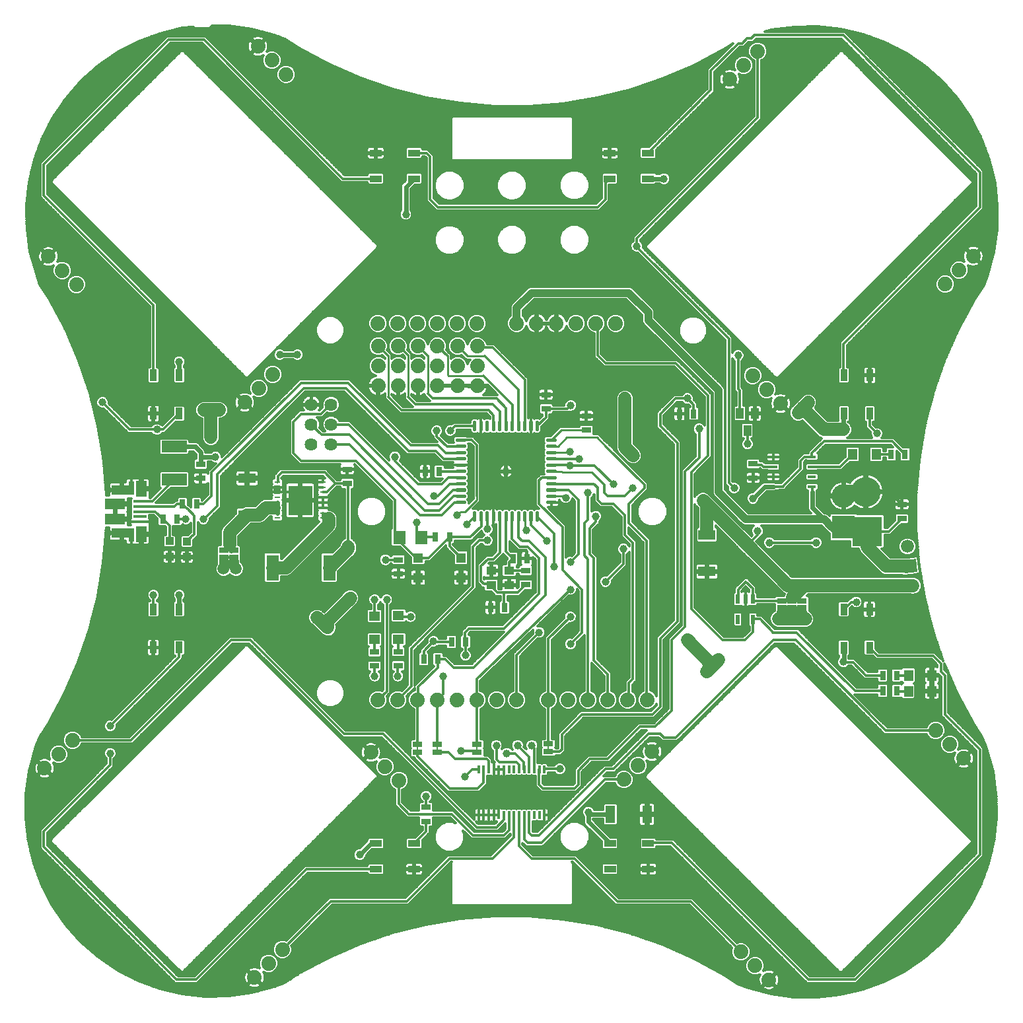
<source format=gtl>
G75*
%MOIN*%
%OFA0B0*%
%FSLAX25Y25*%
%IPPOS*%
%LPD*%
%AMOC8*
5,1,8,0,0,1.08239X$1,22.5*
%
%ADD10R,0.04724X0.03150*%
%ADD11R,0.03150X0.04724*%
%ADD12R,0.08661X0.05118*%
%ADD13R,0.06299X0.07087*%
%ADD14R,0.03937X0.05512*%
%ADD15R,0.03150X0.00984*%
%ADD16R,0.12000X0.15000*%
%ADD17C,0.06400*%
%ADD18C,0.07400*%
%ADD19R,0.05906X0.03543*%
%ADD20R,0.03543X0.05906*%
%ADD21R,0.03937X0.03937*%
%ADD22R,0.05000X0.05000*%
%ADD23R,0.06600X0.06600*%
%ADD24C,0.06600*%
%ADD25C,0.01417*%
%ADD26C,0.03937*%
%ADD27R,0.11811X0.11811*%
%ADD28C,0.11811*%
%ADD29R,0.06299X0.12992*%
%ADD30R,0.12598X0.05906*%
%ADD31R,0.05118X0.04134*%
%ADD32R,0.02165X0.04724*%
%ADD33R,0.04724X0.05512*%
%ADD34R,0.01200X0.03900*%
%ADD35R,0.05512X0.04724*%
%ADD36R,0.06890X0.01575*%
%ADD37R,0.09843X0.05610*%
%ADD38R,0.05512X0.07874*%
%ADD39R,0.09843X0.05118*%
%ADD40R,0.02756X0.07087*%
%ADD41R,0.04134X0.01575*%
%ADD42R,0.05118X0.08661*%
%ADD43R,0.15000X0.15000*%
%ADD44C,0.15000*%
%ADD45C,0.00800*%
%ADD46R,0.05000X0.02500*%
%ADD47C,0.06600*%
%ADD48C,0.01200*%
%ADD49C,0.05906*%
%ADD50C,0.03962*%
%ADD51C,0.01000*%
%ADD52C,0.01600*%
%ADD53C,0.07600*%
%ADD54C,0.05000*%
%ADD55C,0.02400*%
%ADD56C,0.04000*%
D10*
X0220310Y0184641D03*
X0220310Y0191728D03*
X0232200Y0191806D03*
X0232200Y0184720D03*
X0232357Y0231098D03*
X0232357Y0238184D03*
X0206531Y0276728D03*
X0206531Y0283814D03*
X0132554Y0286413D03*
X0132554Y0279326D03*
X0296649Y0232712D03*
X0296649Y0225625D03*
X0327200Y0303657D03*
X0327200Y0310743D03*
X0306806Y0314365D03*
X0306806Y0321452D03*
X0411413Y0286570D03*
X0411413Y0279483D03*
X0486491Y0266098D03*
X0486491Y0259011D03*
X0246334Y0113224D03*
X0246334Y0106137D03*
D11*
X0245192Y0187987D03*
X0252279Y0187987D03*
X0259169Y0196688D03*
X0266255Y0196688D03*
X0278854Y0214090D03*
X0285940Y0214090D03*
X0290113Y0238814D03*
X0297200Y0238814D03*
X0258106Y0249680D03*
X0251019Y0249680D03*
X0252909Y0282791D03*
X0245822Y0282791D03*
X0130428Y0266255D03*
X0123342Y0266255D03*
X0120586Y0258814D03*
X0113499Y0258814D03*
X0374247Y0311885D03*
X0381334Y0311885D03*
X0480980Y0291373D03*
X0488066Y0291373D03*
X0483854Y0179877D03*
X0476767Y0179877D03*
X0476767Y0172003D03*
X0483854Y0172003D03*
D12*
X0388066Y0232239D03*
X0388066Y0250743D03*
X0156019Y0260861D03*
X0156019Y0279365D03*
D13*
X0232791Y0249483D03*
X0243814Y0249483D03*
D14*
X0404720Y0311964D03*
X0412200Y0311964D03*
X0408460Y0303302D03*
D15*
X0194314Y0277456D03*
X0194291Y0274856D03*
X0194291Y0272256D03*
X0194291Y0269656D03*
X0194291Y0267056D03*
X0194291Y0264456D03*
X0194291Y0261856D03*
X0194291Y0259256D03*
X0171291Y0259256D03*
X0171291Y0261856D03*
X0171291Y0264456D03*
X0171291Y0267056D03*
X0171291Y0269656D03*
X0171291Y0272256D03*
X0171291Y0274856D03*
X0171267Y0277456D03*
D16*
X0182791Y0268176D03*
D17*
X0188381Y0296452D03*
X0198381Y0296452D03*
X0198381Y0306452D03*
X0188381Y0306452D03*
X0188381Y0316452D03*
X0198381Y0316452D03*
D18*
X0222121Y0326019D03*
X0232161Y0326019D03*
X0232161Y0336019D03*
X0232161Y0346019D03*
X0222121Y0346019D03*
X0222121Y0336019D03*
X0242200Y0336019D03*
X0252043Y0336019D03*
X0252043Y0346019D03*
X0242200Y0346019D03*
X0242082Y0357476D03*
X0252082Y0357476D03*
X0262082Y0357476D03*
X0272082Y0357476D03*
X0272239Y0345901D03*
X0272239Y0335901D03*
X0262279Y0336019D03*
X0262279Y0346019D03*
X0262279Y0326019D03*
X0272239Y0325901D03*
X0252043Y0326019D03*
X0242200Y0326019D03*
X0232082Y0357476D03*
X0222082Y0357476D03*
X0168905Y0331731D03*
X0161834Y0324660D03*
X0154763Y0317589D03*
X0069810Y0377121D03*
X0062739Y0384192D03*
X0055668Y0391263D03*
X0161455Y0497346D03*
X0168527Y0490275D03*
X0175598Y0483204D03*
X0292082Y0357476D03*
X0302082Y0357476D03*
X0312082Y0357476D03*
X0322082Y0357476D03*
X0332082Y0357476D03*
X0342082Y0357476D03*
X0411137Y0331176D03*
X0418208Y0324105D03*
X0425279Y0317034D03*
X0508342Y0377318D03*
X0515413Y0384389D03*
X0522484Y0391460D03*
X0413657Y0494838D03*
X0406586Y0487767D03*
X0399515Y0480696D03*
X0358082Y0167476D03*
X0348082Y0167476D03*
X0338082Y0167476D03*
X0328082Y0167476D03*
X0318082Y0167476D03*
X0308082Y0167476D03*
X0292082Y0167476D03*
X0282082Y0167476D03*
X0272082Y0167476D03*
X0262082Y0167476D03*
X0252082Y0167476D03*
X0242082Y0167476D03*
X0232082Y0167476D03*
X0222082Y0167476D03*
X0218467Y0140925D03*
X0225538Y0133854D03*
X0232609Y0126783D03*
X0173850Y0041480D03*
X0166779Y0034408D03*
X0159707Y0027337D03*
X0053727Y0132940D03*
X0060798Y0140011D03*
X0067869Y0147082D03*
X0346239Y0127247D03*
X0353310Y0134318D03*
X0360381Y0141389D03*
X0405231Y0040310D03*
X0412303Y0033239D03*
X0419374Y0026168D03*
X0517677Y0137912D03*
X0510606Y0144983D03*
X0503535Y0152054D03*
D19*
X0358381Y0095035D03*
X0358381Y0082043D03*
X0339090Y0082043D03*
X0339090Y0095035D03*
X0240271Y0094995D03*
X0240271Y0082003D03*
X0220980Y0082003D03*
X0220980Y0094995D03*
X0220901Y0430507D03*
X0220901Y0443499D03*
X0240192Y0443499D03*
X0240192Y0430507D03*
X0339011Y0430507D03*
X0339011Y0443499D03*
X0358302Y0443499D03*
X0358302Y0430507D03*
D20*
X0457200Y0331294D03*
X0470192Y0331294D03*
X0470192Y0312003D03*
X0457200Y0312003D03*
X0457102Y0213165D03*
X0470094Y0213165D03*
X0470094Y0193873D03*
X0457102Y0193873D03*
X0121688Y0193893D03*
X0108696Y0193893D03*
X0108696Y0213184D03*
X0121688Y0213184D03*
X0121688Y0311964D03*
X0108696Y0311964D03*
X0108696Y0331255D03*
X0121688Y0331255D03*
D21*
X0116846Y0247594D03*
X0125625Y0247436D03*
X0125625Y0239562D03*
X0116846Y0239720D03*
D22*
X0242315Y0239191D03*
X0242315Y0229191D03*
X0263915Y0229191D03*
X0263915Y0239191D03*
D23*
G36*
X0493466Y0238737D02*
X0494327Y0232194D01*
X0487784Y0231333D01*
X0486923Y0237876D01*
X0493466Y0238737D01*
G37*
D24*
X0489320Y0244949D03*
X0491930Y0225120D03*
D25*
X0311531Y0266904D02*
X0307435Y0266904D01*
X0307435Y0267260D01*
X0311531Y0267260D01*
X0311531Y0266904D01*
X0311531Y0270053D02*
X0307435Y0270053D01*
X0307435Y0270409D01*
X0311531Y0270409D01*
X0311531Y0270053D01*
X0311531Y0273203D02*
X0307435Y0273203D01*
X0307435Y0273559D01*
X0311531Y0273559D01*
X0311531Y0273203D01*
X0311531Y0276353D02*
X0307435Y0276353D01*
X0307435Y0276709D01*
X0311531Y0276709D01*
X0311531Y0276353D01*
X0311531Y0279502D02*
X0307435Y0279502D01*
X0307435Y0279858D01*
X0311531Y0279858D01*
X0311531Y0279502D01*
X0311531Y0282652D02*
X0307435Y0282652D01*
X0307435Y0283008D01*
X0311531Y0283008D01*
X0311531Y0282652D01*
X0311531Y0285802D02*
X0307435Y0285802D01*
X0307435Y0286158D01*
X0311531Y0286158D01*
X0311531Y0285802D01*
X0311531Y0288951D02*
X0307435Y0288951D01*
X0307435Y0289307D01*
X0311531Y0289307D01*
X0311531Y0288951D01*
X0311531Y0292101D02*
X0307435Y0292101D01*
X0307435Y0292457D01*
X0311531Y0292457D01*
X0311531Y0292101D01*
X0311531Y0295250D02*
X0307435Y0295250D01*
X0307435Y0295606D01*
X0311531Y0295606D01*
X0311531Y0295250D01*
X0311531Y0298400D02*
X0307435Y0298400D01*
X0307435Y0298756D01*
X0311531Y0298756D01*
X0311531Y0298400D01*
X0302575Y0303617D02*
X0302219Y0303617D01*
X0302219Y0307713D01*
X0302575Y0307713D01*
X0302575Y0303617D01*
X0302575Y0305033D02*
X0302219Y0305033D01*
X0302219Y0306449D02*
X0302575Y0306449D01*
X0299425Y0303617D02*
X0299069Y0303617D01*
X0299069Y0307713D01*
X0299425Y0307713D01*
X0299425Y0303617D01*
X0299425Y0305033D02*
X0299069Y0305033D01*
X0299069Y0306449D02*
X0299425Y0306449D01*
X0296276Y0303617D02*
X0295920Y0303617D01*
X0295920Y0307713D01*
X0296276Y0307713D01*
X0296276Y0303617D01*
X0296276Y0305033D02*
X0295920Y0305033D01*
X0295920Y0306449D02*
X0296276Y0306449D01*
X0293126Y0303617D02*
X0292770Y0303617D01*
X0292770Y0307713D01*
X0293126Y0307713D01*
X0293126Y0303617D01*
X0293126Y0305033D02*
X0292770Y0305033D01*
X0292770Y0306449D02*
X0293126Y0306449D01*
X0289976Y0303617D02*
X0289620Y0303617D01*
X0289620Y0307713D01*
X0289976Y0307713D01*
X0289976Y0303617D01*
X0289976Y0305033D02*
X0289620Y0305033D01*
X0289620Y0306449D02*
X0289976Y0306449D01*
X0286827Y0303617D02*
X0286471Y0303617D01*
X0286471Y0307713D01*
X0286827Y0307713D01*
X0286827Y0303617D01*
X0286827Y0305033D02*
X0286471Y0305033D01*
X0286471Y0306449D02*
X0286827Y0306449D01*
X0283677Y0303617D02*
X0283321Y0303617D01*
X0283321Y0307713D01*
X0283677Y0307713D01*
X0283677Y0303617D01*
X0283677Y0305033D02*
X0283321Y0305033D01*
X0283321Y0306449D02*
X0283677Y0306449D01*
X0280528Y0303617D02*
X0280172Y0303617D01*
X0280172Y0307713D01*
X0280528Y0307713D01*
X0280528Y0303617D01*
X0280528Y0305033D02*
X0280172Y0305033D01*
X0280172Y0306449D02*
X0280528Y0306449D01*
X0277378Y0303617D02*
X0277022Y0303617D01*
X0277022Y0307713D01*
X0277378Y0307713D01*
X0277378Y0303617D01*
X0277378Y0305033D02*
X0277022Y0305033D01*
X0277022Y0306449D02*
X0277378Y0306449D01*
X0274228Y0303617D02*
X0273872Y0303617D01*
X0273872Y0307713D01*
X0274228Y0307713D01*
X0274228Y0303617D01*
X0274228Y0305033D02*
X0273872Y0305033D01*
X0273872Y0306449D02*
X0274228Y0306449D01*
X0271079Y0303617D02*
X0270723Y0303617D01*
X0270723Y0307713D01*
X0271079Y0307713D01*
X0271079Y0303617D01*
X0271079Y0305033D02*
X0270723Y0305033D01*
X0270723Y0306449D02*
X0271079Y0306449D01*
X0265862Y0298400D02*
X0261766Y0298400D01*
X0261766Y0298756D01*
X0265862Y0298756D01*
X0265862Y0298400D01*
X0265862Y0295250D02*
X0261766Y0295250D01*
X0261766Y0295606D01*
X0265862Y0295606D01*
X0265862Y0295250D01*
X0265862Y0292101D02*
X0261766Y0292101D01*
X0261766Y0292457D01*
X0265862Y0292457D01*
X0265862Y0292101D01*
X0265862Y0288951D02*
X0261766Y0288951D01*
X0261766Y0289307D01*
X0265862Y0289307D01*
X0265862Y0288951D01*
X0265862Y0285802D02*
X0261766Y0285802D01*
X0261766Y0286158D01*
X0265862Y0286158D01*
X0265862Y0285802D01*
X0265862Y0282652D02*
X0261766Y0282652D01*
X0261766Y0283008D01*
X0265862Y0283008D01*
X0265862Y0282652D01*
X0265862Y0279502D02*
X0261766Y0279502D01*
X0261766Y0279858D01*
X0265862Y0279858D01*
X0265862Y0279502D01*
X0265862Y0276353D02*
X0261766Y0276353D01*
X0261766Y0276709D01*
X0265862Y0276709D01*
X0265862Y0276353D01*
X0265862Y0273203D02*
X0261766Y0273203D01*
X0261766Y0273559D01*
X0265862Y0273559D01*
X0265862Y0273203D01*
X0265862Y0270053D02*
X0261766Y0270053D01*
X0261766Y0270409D01*
X0265862Y0270409D01*
X0265862Y0270053D01*
X0265862Y0266904D02*
X0261766Y0266904D01*
X0261766Y0267260D01*
X0265862Y0267260D01*
X0265862Y0266904D01*
X0270723Y0257947D02*
X0271079Y0257947D01*
X0270723Y0257947D02*
X0270723Y0262043D01*
X0271079Y0262043D01*
X0271079Y0257947D01*
X0271079Y0259363D02*
X0270723Y0259363D01*
X0270723Y0260779D02*
X0271079Y0260779D01*
X0273872Y0257947D02*
X0274228Y0257947D01*
X0273872Y0257947D02*
X0273872Y0262043D01*
X0274228Y0262043D01*
X0274228Y0257947D01*
X0274228Y0259363D02*
X0273872Y0259363D01*
X0273872Y0260779D02*
X0274228Y0260779D01*
X0277022Y0257947D02*
X0277378Y0257947D01*
X0277022Y0257947D02*
X0277022Y0262043D01*
X0277378Y0262043D01*
X0277378Y0257947D01*
X0277378Y0259363D02*
X0277022Y0259363D01*
X0277022Y0260779D02*
X0277378Y0260779D01*
X0280172Y0257947D02*
X0280528Y0257947D01*
X0280172Y0257947D02*
X0280172Y0262043D01*
X0280528Y0262043D01*
X0280528Y0257947D01*
X0280528Y0259363D02*
X0280172Y0259363D01*
X0280172Y0260779D02*
X0280528Y0260779D01*
X0283321Y0257947D02*
X0283677Y0257947D01*
X0283321Y0257947D02*
X0283321Y0262043D01*
X0283677Y0262043D01*
X0283677Y0257947D01*
X0283677Y0259363D02*
X0283321Y0259363D01*
X0283321Y0260779D02*
X0283677Y0260779D01*
X0286471Y0257947D02*
X0286827Y0257947D01*
X0286471Y0257947D02*
X0286471Y0262043D01*
X0286827Y0262043D01*
X0286827Y0257947D01*
X0286827Y0259363D02*
X0286471Y0259363D01*
X0286471Y0260779D02*
X0286827Y0260779D01*
X0289620Y0257947D02*
X0289976Y0257947D01*
X0289620Y0257947D02*
X0289620Y0262043D01*
X0289976Y0262043D01*
X0289976Y0257947D01*
X0289976Y0259363D02*
X0289620Y0259363D01*
X0289620Y0260779D02*
X0289976Y0260779D01*
X0292770Y0257947D02*
X0293126Y0257947D01*
X0292770Y0257947D02*
X0292770Y0262043D01*
X0293126Y0262043D01*
X0293126Y0257947D01*
X0293126Y0259363D02*
X0292770Y0259363D01*
X0292770Y0260779D02*
X0293126Y0260779D01*
X0295920Y0257947D02*
X0296276Y0257947D01*
X0295920Y0257947D02*
X0295920Y0262043D01*
X0296276Y0262043D01*
X0296276Y0257947D01*
X0296276Y0259363D02*
X0295920Y0259363D01*
X0295920Y0260779D02*
X0296276Y0260779D01*
X0299069Y0257947D02*
X0299425Y0257947D01*
X0299069Y0257947D02*
X0299069Y0262043D01*
X0299425Y0262043D01*
X0299425Y0257947D01*
X0299425Y0259363D02*
X0299069Y0259363D01*
X0299069Y0260779D02*
X0299425Y0260779D01*
X0302219Y0257947D02*
X0302575Y0257947D01*
X0302219Y0257947D02*
X0302219Y0262043D01*
X0302575Y0262043D01*
X0302575Y0257947D01*
X0302575Y0259363D02*
X0302219Y0259363D01*
X0302219Y0260779D02*
X0302575Y0260779D01*
D26*
X0286649Y0282830D03*
D27*
X0457082Y0254641D03*
D28*
X0457082Y0270389D03*
D29*
X0197515Y0234208D03*
X0168775Y0234208D03*
D30*
X0119169Y0278696D03*
X0119169Y0295231D03*
D31*
X0279208Y0232731D03*
X0279208Y0225448D03*
X0288263Y0225448D03*
X0288263Y0232731D03*
D32*
X0403696Y0218303D03*
X0407436Y0218303D03*
X0411176Y0218303D03*
X0411176Y0208066D03*
X0403696Y0208066D03*
D33*
X0489798Y0179877D03*
X0489759Y0171885D03*
X0501570Y0171885D03*
X0501609Y0179877D03*
X0473460Y0291452D03*
X0461649Y0291452D03*
D34*
X0306039Y0132349D03*
X0303480Y0132349D03*
X0300920Y0132349D03*
X0298361Y0132349D03*
X0295802Y0132349D03*
X0293243Y0132349D03*
X0290684Y0132349D03*
X0288125Y0132349D03*
X0285566Y0132349D03*
X0283007Y0132349D03*
X0280448Y0132349D03*
X0277889Y0132349D03*
X0275330Y0132349D03*
X0272771Y0132349D03*
X0272771Y0109374D03*
X0275330Y0109374D03*
X0277889Y0109374D03*
X0280448Y0109374D03*
X0283007Y0109374D03*
X0285566Y0109374D03*
X0288125Y0109374D03*
X0290684Y0109374D03*
X0293243Y0109374D03*
X0295802Y0109374D03*
X0298361Y0109374D03*
X0300920Y0109374D03*
X0303480Y0109374D03*
X0306039Y0109374D03*
D35*
X0232397Y0198184D03*
X0220350Y0197948D03*
X0220350Y0209759D03*
X0232397Y0209995D03*
D36*
X0101944Y0257436D03*
X0101944Y0259995D03*
X0101944Y0262554D03*
X0101944Y0265113D03*
X0101944Y0267672D03*
D37*
X0089405Y0266344D03*
X0089405Y0258765D03*
D38*
X0102633Y0251137D03*
X0102633Y0273972D03*
D39*
X0092731Y0273381D03*
X0092731Y0251728D03*
D40*
X0097515Y0250743D03*
X0097515Y0274365D03*
D41*
X0421531Y0275113D03*
X0421531Y0280113D03*
X0421531Y0285113D03*
X0421531Y0290113D03*
X0441058Y0290113D03*
X0441058Y0285113D03*
X0441058Y0280113D03*
X0441058Y0275113D03*
D42*
X0357830Y0109680D03*
X0339326Y0109680D03*
D43*
X0468972Y0252515D03*
D44*
X0468184Y0272515D03*
D45*
X0308066Y0144802D02*
X0308066Y0141802D01*
X0272043Y0141606D02*
X0272043Y0144606D01*
X0251806Y0144566D02*
X0251806Y0141566D01*
X0242043Y0141606D02*
X0242043Y0144606D01*
D46*
X0242043Y0145106D03*
X0242043Y0141106D03*
X0251806Y0141066D03*
X0251806Y0145066D03*
X0272043Y0145106D03*
X0272043Y0141106D03*
X0308066Y0141302D03*
X0308066Y0145302D03*
X0425980Y0213893D03*
X0425980Y0217436D03*
X0430980Y0217436D03*
X0430980Y0213893D03*
X0436019Y0213893D03*
X0436019Y0217436D03*
X0149287Y0239483D03*
X0149287Y0243027D03*
X0144247Y0243027D03*
X0144247Y0239483D03*
D47*
X0147121Y0245625D02*
X0147121Y0251964D01*
X0156019Y0260861D01*
X0161964Y0260861D01*
X0165625Y0264523D01*
X0169562Y0264523D01*
X0197121Y0259011D02*
X0197121Y0255861D01*
X0175468Y0234208D01*
X0168775Y0234208D01*
X0197515Y0234208D02*
X0206964Y0243657D01*
X0206964Y0244838D01*
X0208145Y0218854D02*
X0196334Y0207043D01*
X0196728Y0203893D01*
X0191216Y0209011D01*
X0137672Y0299956D02*
X0137672Y0313735D01*
X0138066Y0313735D01*
X0137672Y0313735D02*
X0134129Y0313735D01*
X0134326Y0313932D02*
X0141806Y0313932D01*
X0141806Y0313735D01*
X0142003Y0313735D01*
X0346728Y0319641D02*
X0346728Y0294917D01*
X0350861Y0290783D01*
X0386098Y0268066D02*
X0388066Y0266098D01*
X0388066Y0252712D01*
X0386098Y0268066D02*
X0408539Y0245625D01*
X0429044Y0225120D01*
X0437246Y0225120D01*
X0431373Y0219247D01*
X0437246Y0225120D02*
X0491930Y0225120D01*
X0490586Y0234995D02*
X0490625Y0235035D01*
X0490586Y0234995D02*
X0478617Y0234995D01*
X0468972Y0244641D01*
X0468972Y0252515D01*
X0459208Y0252515D01*
X0457082Y0254641D01*
X0456964Y0254680D02*
X0453027Y0254680D01*
X0435291Y0211633D02*
X0435208Y0211550D01*
X0426716Y0211550D01*
X0426743Y0211578D01*
X0430987Y0211578D01*
X0431046Y0211519D01*
X0431046Y0208381D01*
X0437735Y0208381D01*
X0437842Y0208275D01*
X0431046Y0208381D02*
X0424247Y0208381D01*
X0393972Y0187751D02*
X0388066Y0181846D01*
X0390035Y0185783D02*
X0378224Y0197594D01*
X0447121Y0303893D02*
X0456964Y0303893D01*
X0447121Y0303893D02*
X0436688Y0314326D01*
X0436688Y0314917D01*
X0434129Y0312357D01*
X0436688Y0314917D02*
X0439247Y0317476D01*
X0439247Y0317672D01*
D48*
X0064288Y0054106D02*
X0057649Y0063747D01*
X0052245Y0074130D01*
X0048156Y0085098D01*
X0045445Y0096485D01*
X0044152Y0108119D01*
X0044298Y0119824D01*
X0045879Y0131422D01*
X0048873Y0142738D01*
X0050848Y0148134D01*
X0055483Y0155278D01*
X0063689Y0170529D01*
X0070620Y0186401D01*
X0076231Y0202786D01*
X0080483Y0219574D01*
X0083348Y0236654D01*
X0084807Y0253912D01*
X0084808Y0254360D01*
X0086210Y0254360D01*
X0086210Y0252328D01*
X0086983Y0252328D01*
X0086998Y0251898D01*
X0086955Y0251265D01*
X0087026Y0251128D01*
X0086210Y0251128D01*
X0086210Y0248958D01*
X0086319Y0248551D01*
X0086530Y0248186D01*
X0086828Y0247888D01*
X0087193Y0247678D01*
X0087600Y0247569D01*
X0092132Y0247569D01*
X0092132Y0249093D01*
X0092249Y0249086D01*
X0093331Y0249657D01*
X0093331Y0247569D01*
X0094537Y0247569D01*
X0094537Y0246989D01*
X0094646Y0246582D01*
X0094857Y0246218D01*
X0095155Y0245920D01*
X0095519Y0245709D01*
X0095926Y0245600D01*
X0097426Y0245600D01*
X0097426Y0247569D01*
X0097604Y0247569D01*
X0097604Y0245600D01*
X0099104Y0245600D01*
X0099385Y0245675D01*
X0099667Y0245600D01*
X0102033Y0245600D01*
X0102033Y0250405D01*
X0102352Y0250400D01*
X0102361Y0250408D01*
X0103233Y0250408D01*
X0103233Y0245600D01*
X0105600Y0245600D01*
X0106007Y0245709D01*
X0106371Y0245920D01*
X0106669Y0246218D01*
X0106880Y0246582D01*
X0106989Y0246989D01*
X0106989Y0250537D01*
X0104336Y0250537D01*
X0105307Y0251091D01*
X0105307Y0251091D01*
X0105689Y0251737D01*
X0106989Y0251737D01*
X0106989Y0255285D01*
X0106880Y0255692D01*
X0106782Y0255861D01*
X0106880Y0256031D01*
X0106989Y0256438D01*
X0106989Y0257436D01*
X0101944Y0257436D01*
X0096899Y0257436D01*
X0096899Y0256438D01*
X0097008Y0256031D01*
X0097092Y0255887D01*
X0095926Y0255887D01*
X0095926Y0258165D01*
X0090005Y0258165D01*
X0090005Y0259365D01*
X0095926Y0259365D01*
X0095926Y0261781D01*
X0095817Y0262188D01*
X0095606Y0262552D01*
X0095604Y0262554D01*
X0095606Y0262556D01*
X0095817Y0262921D01*
X0095926Y0263328D01*
X0095926Y0265744D01*
X0090005Y0265744D01*
X0090005Y0266944D01*
X0095926Y0266944D01*
X0095926Y0269222D01*
X0097423Y0269222D01*
X0097199Y0268998D01*
X0097199Y0259172D01*
X0097008Y0258841D01*
X0096899Y0258434D01*
X0096899Y0257436D01*
X0101944Y0257436D01*
X0101944Y0257436D01*
X0101944Y0257436D01*
X0106989Y0257436D01*
X0106989Y0258434D01*
X0106880Y0258841D01*
X0106689Y0259172D01*
X0106689Y0260754D01*
X0108974Y0260754D01*
X0110624Y0259104D01*
X0110624Y0255913D01*
X0111386Y0255152D01*
X0114616Y0255152D01*
X0115046Y0254722D01*
X0115046Y0250862D01*
X0114339Y0250862D01*
X0113577Y0250101D01*
X0113577Y0245087D01*
X0114339Y0244325D01*
X0119353Y0244325D01*
X0120114Y0245087D01*
X0120114Y0250101D01*
X0119353Y0250862D01*
X0118646Y0250862D01*
X0118646Y0255152D01*
X0122699Y0255152D01*
X0123461Y0255913D01*
X0123461Y0255931D01*
X0124421Y0255533D01*
X0125727Y0255533D01*
X0126933Y0256033D01*
X0127605Y0256705D01*
X0127605Y0251961D01*
X0126620Y0250977D01*
X0126348Y0250705D01*
X0123118Y0250705D01*
X0122357Y0249943D01*
X0122357Y0244929D01*
X0123118Y0244168D01*
X0128132Y0244168D01*
X0128894Y0244929D01*
X0128894Y0248159D01*
X0129166Y0248431D01*
X0129245Y0248431D01*
X0130150Y0249337D01*
X0131205Y0250391D01*
X0131205Y0256902D01*
X0132074Y0256033D01*
X0133280Y0255533D01*
X0134585Y0255533D01*
X0135791Y0256033D01*
X0136714Y0256956D01*
X0137213Y0258162D01*
X0137213Y0259156D01*
X0141764Y0263707D01*
X0141764Y0263707D01*
X0142819Y0264761D01*
X0142819Y0280510D01*
X0185268Y0322959D01*
X0205037Y0322959D01*
X0235676Y0292321D01*
X0235676Y0292321D01*
X0236730Y0291266D01*
X0250510Y0291266D01*
X0254447Y0287329D01*
X0259774Y0287329D01*
X0259721Y0287250D01*
X0259547Y0286830D01*
X0259458Y0286384D01*
X0259458Y0285980D01*
X0263814Y0285980D01*
X0263814Y0285979D01*
X0259458Y0285979D01*
X0259458Y0285575D01*
X0259547Y0285129D01*
X0259721Y0284709D01*
X0259800Y0284591D01*
X0255783Y0284591D01*
X0255783Y0285691D01*
X0255022Y0286453D01*
X0250795Y0286453D01*
X0250034Y0285691D01*
X0250034Y0279890D01*
X0250795Y0279128D01*
X0254457Y0279128D01*
X0253462Y0278134D01*
X0243142Y0278134D01*
X0233194Y0288082D01*
X0233367Y0288255D01*
X0233867Y0289461D01*
X0233867Y0290766D01*
X0233367Y0291972D01*
X0232444Y0292895D01*
X0231238Y0293394D01*
X0229933Y0293394D01*
X0228727Y0292895D01*
X0227804Y0291972D01*
X0227305Y0290766D01*
X0227305Y0289461D01*
X0227734Y0288424D01*
X0208961Y0307198D01*
X0207906Y0308252D01*
X0202506Y0308252D01*
X0202196Y0309001D01*
X0200930Y0310267D01*
X0199276Y0310952D01*
X0197486Y0310952D01*
X0195832Y0310267D01*
X0194566Y0309001D01*
X0193881Y0307347D01*
X0193881Y0305557D01*
X0194566Y0303903D01*
X0195335Y0303134D01*
X0194245Y0303134D01*
X0192571Y0304808D01*
X0192881Y0305557D01*
X0192881Y0307347D01*
X0192196Y0309001D01*
X0191230Y0309967D01*
X0193930Y0309967D01*
X0194984Y0311021D01*
X0196375Y0312412D01*
X0197486Y0311952D01*
X0199276Y0311952D01*
X0200930Y0312637D01*
X0202196Y0313903D01*
X0202881Y0315557D01*
X0202881Y0317347D01*
X0202196Y0319001D01*
X0200930Y0320267D01*
X0199276Y0320952D01*
X0197486Y0320952D01*
X0195832Y0320267D01*
X0194566Y0319001D01*
X0193881Y0317347D01*
X0193881Y0315557D01*
X0194041Y0315170D01*
X0192439Y0313567D01*
X0192218Y0313567D01*
X0192486Y0313936D01*
X0192829Y0314609D01*
X0193063Y0315328D01*
X0193181Y0316074D01*
X0193181Y0316166D01*
X0188667Y0316166D01*
X0188667Y0316738D01*
X0188095Y0316738D01*
X0188095Y0316166D01*
X0183581Y0316166D01*
X0183581Y0316074D01*
X0183699Y0315328D01*
X0183933Y0314609D01*
X0184276Y0313936D01*
X0184544Y0313567D01*
X0182596Y0313567D01*
X0178659Y0309630D01*
X0177605Y0308576D01*
X0177605Y0291336D01*
X0182596Y0286345D01*
X0202873Y0286345D01*
X0202678Y0286007D01*
X0202569Y0285600D01*
X0202569Y0284002D01*
X0206343Y0284002D01*
X0206343Y0283627D01*
X0202569Y0283627D01*
X0202569Y0282029D01*
X0202678Y0281622D01*
X0202888Y0281257D01*
X0203186Y0280959D01*
X0203551Y0280748D01*
X0203958Y0280639D01*
X0206343Y0280639D01*
X0206343Y0283627D01*
X0206718Y0283627D01*
X0206718Y0284002D01*
X0210493Y0284002D01*
X0210493Y0285600D01*
X0210384Y0286007D01*
X0210234Y0286266D01*
X0228786Y0267714D01*
X0228786Y0254010D01*
X0228341Y0253565D01*
X0228341Y0245402D01*
X0229102Y0244640D01*
X0233120Y0244640D01*
X0238515Y0239245D01*
X0238515Y0236153D01*
X0239276Y0235391D01*
X0245353Y0235391D01*
X0246115Y0236153D01*
X0246115Y0237391D01*
X0248362Y0237391D01*
X0249416Y0238445D01*
X0256306Y0245335D01*
X0256306Y0244255D01*
X0257360Y0243200D01*
X0260115Y0240445D01*
X0260115Y0236153D01*
X0260876Y0235391D01*
X0266953Y0235391D01*
X0267715Y0236153D01*
X0267715Y0242230D01*
X0266953Y0242991D01*
X0262660Y0242991D01*
X0259905Y0245746D01*
X0259905Y0246018D01*
X0260219Y0246018D01*
X0260980Y0246780D01*
X0260980Y0247880D01*
X0269442Y0247880D01*
X0274148Y0252586D01*
X0274458Y0251837D01*
X0275381Y0250914D01*
X0275556Y0250842D01*
X0275381Y0250769D01*
X0274458Y0249846D01*
X0274434Y0249787D01*
X0272360Y0249787D01*
X0271306Y0248733D01*
X0269210Y0246638D01*
X0268156Y0245583D01*
X0268156Y0225111D01*
X0237054Y0194009D01*
X0237054Y0174993D01*
X0234109Y0172048D01*
X0233076Y0172476D01*
X0231087Y0172476D01*
X0229250Y0171714D01*
X0227843Y0170308D01*
X0227082Y0168470D01*
X0226654Y0169502D01*
X0228252Y0171100D01*
X0228252Y0215260D01*
X0228311Y0215285D01*
X0229234Y0216208D01*
X0229733Y0217413D01*
X0229733Y0218719D01*
X0229234Y0219925D01*
X0228311Y0220848D01*
X0227105Y0221347D01*
X0225799Y0221347D01*
X0224593Y0220848D01*
X0223670Y0219925D01*
X0223401Y0219274D01*
X0223131Y0219925D01*
X0222208Y0220848D01*
X0221002Y0221347D01*
X0219697Y0221347D01*
X0218491Y0220848D01*
X0217568Y0219925D01*
X0217069Y0218719D01*
X0217069Y0217413D01*
X0217568Y0216208D01*
X0218491Y0215285D01*
X0218550Y0215260D01*
X0218550Y0213421D01*
X0217055Y0213421D01*
X0216294Y0212660D01*
X0216294Y0206858D01*
X0217055Y0206097D01*
X0223644Y0206097D01*
X0224405Y0206858D01*
X0224405Y0212660D01*
X0223644Y0213421D01*
X0222150Y0213421D01*
X0222150Y0215260D01*
X0222208Y0215285D01*
X0223131Y0216208D01*
X0223401Y0216858D01*
X0223670Y0216208D01*
X0224593Y0215285D01*
X0224652Y0215260D01*
X0224652Y0172591D01*
X0224109Y0172048D01*
X0223076Y0172476D01*
X0221087Y0172476D01*
X0219250Y0171714D01*
X0217843Y0170308D01*
X0217082Y0168470D01*
X0217082Y0166481D01*
X0217843Y0164643D01*
X0219250Y0163237D01*
X0221087Y0162476D01*
X0223076Y0162476D01*
X0224914Y0163237D01*
X0226321Y0164643D01*
X0227082Y0166481D01*
X0227843Y0164643D01*
X0229250Y0163237D01*
X0231087Y0162476D01*
X0233076Y0162476D01*
X0234914Y0163237D01*
X0236321Y0164643D01*
X0237082Y0166481D01*
X0237843Y0164643D01*
X0239250Y0163237D01*
X0240282Y0162809D01*
X0240282Y0147655D01*
X0239004Y0147655D01*
X0238243Y0146894D01*
X0238243Y0143317D01*
X0238454Y0143105D01*
X0238243Y0142894D01*
X0238243Y0139333D01*
X0225426Y0152150D01*
X0205741Y0152150D01*
X0158497Y0199394D01*
X0147163Y0199394D01*
X0146109Y0198339D01*
X0096651Y0148882D01*
X0072536Y0148882D01*
X0072108Y0149914D01*
X0070702Y0151321D01*
X0068864Y0152082D01*
X0066875Y0152082D01*
X0065037Y0151321D01*
X0063630Y0149914D01*
X0062869Y0148076D01*
X0062869Y0146087D01*
X0063630Y0144250D01*
X0061793Y0145011D01*
X0059804Y0145011D01*
X0057966Y0144250D01*
X0056559Y0142843D01*
X0055798Y0141005D01*
X0055798Y0139016D01*
X0056420Y0137516D01*
X0055762Y0137851D01*
X0054968Y0138109D01*
X0054144Y0138240D01*
X0053310Y0138240D01*
X0052486Y0138109D01*
X0051693Y0137851D01*
X0050949Y0137473D01*
X0050274Y0136982D01*
X0050262Y0136970D01*
X0053727Y0133505D01*
X0053161Y0132940D01*
X0049697Y0136405D01*
X0049685Y0136392D01*
X0049194Y0135718D01*
X0048815Y0134974D01*
X0048558Y0134181D01*
X0048427Y0133357D01*
X0048427Y0132523D01*
X0048558Y0131699D01*
X0048815Y0130905D01*
X0049194Y0130162D01*
X0049685Y0129487D01*
X0049697Y0129475D01*
X0053161Y0132940D01*
X0053727Y0132374D01*
X0050262Y0128909D01*
X0050274Y0128897D01*
X0050949Y0128407D01*
X0051693Y0128028D01*
X0052486Y0127770D01*
X0053310Y0127640D01*
X0054144Y0127640D01*
X0054968Y0127770D01*
X0055762Y0128028D01*
X0056505Y0128407D01*
X0057180Y0128897D01*
X0057192Y0128909D01*
X0053727Y0132374D01*
X0054293Y0132940D01*
X0057758Y0129475D01*
X0057770Y0129487D01*
X0058260Y0130162D01*
X0058639Y0130905D01*
X0058897Y0131699D01*
X0059027Y0132523D01*
X0059027Y0133357D01*
X0058897Y0134181D01*
X0058639Y0134974D01*
X0058304Y0135632D01*
X0059804Y0135011D01*
X0061793Y0135011D01*
X0063630Y0135772D01*
X0065037Y0137179D01*
X0065798Y0139016D01*
X0065798Y0141005D01*
X0065037Y0142843D01*
X0063630Y0144250D01*
X0065037Y0142843D01*
X0066875Y0142082D01*
X0068864Y0142082D01*
X0070702Y0142843D01*
X0072108Y0144250D01*
X0072536Y0145282D01*
X0098142Y0145282D01*
X0148654Y0195794D01*
X0157006Y0195794D01*
X0203195Y0149604D01*
X0204250Y0148550D01*
X0223935Y0148550D01*
X0271179Y0101306D01*
X0282513Y0101306D01*
X0283567Y0102360D01*
X0286306Y0105099D01*
X0286306Y0102375D01*
X0285872Y0101942D01*
X0285872Y0101883D01*
X0284958Y0100968D01*
X0270701Y0100968D01*
X0261165Y0110505D01*
X0260111Y0111559D01*
X0249996Y0111559D01*
X0249996Y0115337D01*
X0249235Y0116098D01*
X0248219Y0116098D01*
X0249115Y0116995D01*
X0249615Y0118201D01*
X0249615Y0119506D01*
X0249115Y0120712D01*
X0248192Y0121635D01*
X0246987Y0122135D01*
X0245681Y0122135D01*
X0244475Y0121635D01*
X0243552Y0120712D01*
X0243053Y0119506D01*
X0243053Y0118201D01*
X0243552Y0116995D01*
X0244449Y0116098D01*
X0243433Y0116098D01*
X0242672Y0115337D01*
X0242672Y0111559D01*
X0238457Y0111559D01*
X0234354Y0115662D01*
X0234354Y0122093D01*
X0235442Y0122544D01*
X0236848Y0123950D01*
X0237609Y0125788D01*
X0237609Y0127777D01*
X0236848Y0129615D01*
X0235442Y0131021D01*
X0233604Y0131783D01*
X0231615Y0131783D01*
X0229777Y0131021D01*
X0230538Y0132859D01*
X0230538Y0134848D01*
X0229777Y0136686D01*
X0228371Y0138093D01*
X0226533Y0138854D01*
X0224544Y0138854D01*
X0223044Y0138232D01*
X0223379Y0138890D01*
X0223637Y0139684D01*
X0223767Y0140508D01*
X0223767Y0141342D01*
X0223637Y0142166D01*
X0223379Y0142959D01*
X0223000Y0143703D01*
X0222510Y0144378D01*
X0222498Y0144390D01*
X0219033Y0140925D01*
X0218467Y0141491D01*
X0217902Y0140925D01*
X0214437Y0144390D01*
X0214425Y0144378D01*
X0213934Y0143703D01*
X0213556Y0142959D01*
X0213298Y0142166D01*
X0213167Y0141342D01*
X0213167Y0140508D01*
X0213298Y0139684D01*
X0213556Y0138890D01*
X0213934Y0138147D01*
X0214425Y0137472D01*
X0214437Y0137460D01*
X0217902Y0140925D01*
X0218467Y0140359D01*
X0215002Y0136894D01*
X0215015Y0136882D01*
X0215689Y0136392D01*
X0216433Y0136013D01*
X0217226Y0135755D01*
X0218050Y0135625D01*
X0218884Y0135625D01*
X0219708Y0135755D01*
X0220502Y0136013D01*
X0221160Y0136348D01*
X0220538Y0134848D01*
X0220538Y0132859D01*
X0221300Y0131021D01*
X0222706Y0129615D01*
X0224544Y0128854D01*
X0226533Y0128854D01*
X0228371Y0129615D01*
X0227609Y0127777D01*
X0227609Y0125788D01*
X0228371Y0123950D01*
X0229777Y0122544D01*
X0230754Y0122139D01*
X0230754Y0114171D01*
X0231809Y0113117D01*
X0236966Y0107959D01*
X0242672Y0107959D01*
X0242672Y0104024D01*
X0243433Y0103262D01*
X0244534Y0103262D01*
X0244534Y0101804D01*
X0240797Y0098067D01*
X0236780Y0098067D01*
X0236018Y0097305D01*
X0236018Y0092685D01*
X0236780Y0091924D01*
X0243762Y0091924D01*
X0244524Y0092685D01*
X0244524Y0096702D01*
X0248134Y0100313D01*
X0248134Y0103262D01*
X0249235Y0103262D01*
X0249996Y0104024D01*
X0249996Y0107959D01*
X0258620Y0107959D01*
X0261332Y0105247D01*
X0259656Y0105941D01*
X0256633Y0105941D01*
X0253840Y0104784D01*
X0251703Y0102646D01*
X0250546Y0099853D01*
X0250546Y0096830D01*
X0251703Y0094037D01*
X0253840Y0091899D01*
X0256633Y0090743D01*
X0259656Y0090743D01*
X0262449Y0091899D01*
X0264587Y0094037D01*
X0265744Y0096830D01*
X0265744Y0099853D01*
X0265050Y0101529D01*
X0269210Y0097369D01*
X0286450Y0097369D01*
X0288418Y0099337D01*
X0288853Y0099772D01*
X0288853Y0098957D01*
X0279053Y0089157D01*
X0257399Y0089157D01*
X0256345Y0088103D01*
X0235817Y0067575D01*
X0197454Y0067575D01*
X0196400Y0066520D01*
X0189592Y0059713D01*
X0189533Y0059713D01*
X0188479Y0058658D01*
X0175874Y0046053D01*
X0174844Y0046480D01*
X0172855Y0046480D01*
X0171017Y0045718D01*
X0169611Y0044312D01*
X0168850Y0042474D01*
X0168850Y0040485D01*
X0169611Y0038647D01*
X0167773Y0039408D01*
X0165784Y0039408D01*
X0163946Y0038647D01*
X0162540Y0037241D01*
X0161779Y0035403D01*
X0161779Y0033414D01*
X0162400Y0031914D01*
X0161742Y0032249D01*
X0160949Y0032507D01*
X0160125Y0032637D01*
X0159290Y0032637D01*
X0158466Y0032507D01*
X0157673Y0032249D01*
X0156930Y0031870D01*
X0156255Y0031380D01*
X0156243Y0031368D01*
X0159707Y0027903D01*
X0159142Y0027337D01*
X0159707Y0026772D01*
X0156243Y0023307D01*
X0156255Y0023295D01*
X0156930Y0022804D01*
X0157673Y0022426D01*
X0158466Y0022168D01*
X0159290Y0022037D01*
X0160125Y0022037D01*
X0160949Y0022168D01*
X0161742Y0022426D01*
X0162485Y0022804D01*
X0163160Y0023295D01*
X0163172Y0023307D01*
X0159707Y0026772D01*
X0160273Y0027337D01*
X0163738Y0023873D01*
X0163750Y0023885D01*
X0164240Y0024560D01*
X0164619Y0025303D01*
X0164877Y0026096D01*
X0165007Y0026920D01*
X0165007Y0027755D01*
X0164877Y0028578D01*
X0164619Y0029372D01*
X0164284Y0030030D01*
X0165784Y0029408D01*
X0167773Y0029408D01*
X0169611Y0030170D01*
X0171017Y0031576D01*
X0171779Y0033414D01*
X0171779Y0035403D01*
X0171017Y0037241D01*
X0169611Y0038647D01*
X0171017Y0037241D01*
X0172855Y0036480D01*
X0174844Y0036480D01*
X0176682Y0037241D01*
X0178088Y0038647D01*
X0178850Y0040485D01*
X0178850Y0042474D01*
X0178421Y0043509D01*
X0191024Y0056113D01*
X0191083Y0056113D01*
X0198946Y0063975D01*
X0237308Y0063975D01*
X0258890Y0085557D01*
X0259242Y0085557D01*
X0258794Y0085109D01*
X0258794Y0064331D01*
X0259567Y0063557D01*
X0319715Y0063557D01*
X0320488Y0064331D01*
X0320488Y0085109D01*
X0320040Y0085557D01*
X0320391Y0085557D01*
X0342045Y0063904D01*
X0379092Y0063904D01*
X0400659Y0042337D01*
X0400231Y0041305D01*
X0400231Y0039316D01*
X0400993Y0037478D01*
X0402399Y0036071D01*
X0404237Y0035310D01*
X0406226Y0035310D01*
X0408064Y0036071D01*
X0407303Y0034234D01*
X0407303Y0032245D01*
X0408064Y0030407D01*
X0409470Y0029000D01*
X0411308Y0028239D01*
X0413297Y0028239D01*
X0414797Y0028861D01*
X0414462Y0028203D01*
X0414204Y0027409D01*
X0414074Y0026585D01*
X0414074Y0025751D01*
X0414204Y0024927D01*
X0414462Y0024134D01*
X0414841Y0023390D01*
X0415331Y0022715D01*
X0415343Y0022703D01*
X0418808Y0026168D01*
X0419374Y0025602D01*
X0419939Y0026168D01*
X0423404Y0022703D01*
X0423416Y0022715D01*
X0423907Y0023390D01*
X0424285Y0024134D01*
X0424543Y0024927D01*
X0424674Y0025751D01*
X0424674Y0026585D01*
X0424543Y0027409D01*
X0424285Y0028203D01*
X0423907Y0028946D01*
X0423416Y0029621D01*
X0423404Y0029633D01*
X0419939Y0026168D01*
X0419374Y0026734D01*
X0422838Y0030199D01*
X0422826Y0030211D01*
X0422151Y0030701D01*
X0421408Y0031080D01*
X0420615Y0031338D01*
X0419791Y0031468D01*
X0418956Y0031468D01*
X0418133Y0031338D01*
X0417339Y0031080D01*
X0416681Y0030745D01*
X0417303Y0032245D01*
X0417303Y0034234D01*
X0416541Y0036071D01*
X0415135Y0037478D01*
X0413297Y0038239D01*
X0411308Y0038239D01*
X0409470Y0037478D01*
X0408064Y0036071D01*
X0409470Y0037478D01*
X0410231Y0039316D01*
X0410231Y0041305D01*
X0409470Y0043143D01*
X0408064Y0044549D01*
X0406226Y0045310D01*
X0404237Y0045310D01*
X0403205Y0044883D01*
X0381638Y0066450D01*
X0380583Y0067504D01*
X0343536Y0067504D01*
X0322937Y0088103D01*
X0321883Y0089157D01*
X0300229Y0089157D01*
X0295063Y0094324D01*
X0295063Y0095138D01*
X0295715Y0094486D01*
X0296769Y0093431D01*
X0305268Y0093431D01*
X0337284Y0125447D01*
X0341573Y0125447D01*
X0342001Y0124415D01*
X0343407Y0123008D01*
X0345245Y0122247D01*
X0347234Y0122247D01*
X0349072Y0123008D01*
X0350478Y0124415D01*
X0351239Y0126253D01*
X0351239Y0128242D01*
X0350478Y0130080D01*
X0352316Y0129318D01*
X0354305Y0129318D01*
X0356143Y0130080D01*
X0357549Y0131486D01*
X0358310Y0133324D01*
X0358310Y0135313D01*
X0357689Y0136813D01*
X0358347Y0136478D01*
X0359140Y0136220D01*
X0359964Y0136089D01*
X0360799Y0136089D01*
X0361623Y0136220D01*
X0362416Y0136478D01*
X0363159Y0136856D01*
X0363834Y0137347D01*
X0363846Y0137359D01*
X0360382Y0140824D01*
X0360947Y0141389D01*
X0364412Y0137925D01*
X0364424Y0137937D01*
X0364914Y0138612D01*
X0365293Y0139355D01*
X0365551Y0140148D01*
X0365681Y0140972D01*
X0365681Y0141806D01*
X0365551Y0142630D01*
X0365293Y0143424D01*
X0364914Y0144167D01*
X0364424Y0144842D01*
X0364412Y0144854D01*
X0360947Y0141389D01*
X0360382Y0141955D01*
X0363846Y0145420D01*
X0363834Y0145432D01*
X0363159Y0145922D01*
X0362416Y0146301D01*
X0361623Y0146559D01*
X0360799Y0146689D01*
X0359964Y0146689D01*
X0359140Y0146559D01*
X0358347Y0146301D01*
X0357604Y0145922D01*
X0356929Y0145432D01*
X0356917Y0145420D01*
X0360381Y0141955D01*
X0359816Y0141389D01*
X0356351Y0144854D01*
X0356339Y0144842D01*
X0355849Y0144167D01*
X0355470Y0143424D01*
X0355212Y0142630D01*
X0355081Y0141806D01*
X0355081Y0140972D01*
X0355212Y0140148D01*
X0355470Y0139355D01*
X0355805Y0138697D01*
X0354305Y0139318D01*
X0352316Y0139318D01*
X0350478Y0138557D01*
X0349072Y0137151D01*
X0348310Y0135313D01*
X0348310Y0133324D01*
X0349072Y0131486D01*
X0350478Y0130080D01*
X0349072Y0131486D01*
X0347234Y0132247D01*
X0345245Y0132247D01*
X0343407Y0131486D01*
X0342001Y0130080D01*
X0341573Y0129047D01*
X0335845Y0129047D01*
X0337631Y0130833D01*
X0341568Y0130833D01*
X0342622Y0131887D01*
X0359284Y0148550D01*
X0363698Y0148550D01*
X0364613Y0147636D01*
X0365667Y0146581D01*
X0373064Y0146581D01*
X0374118Y0147636D01*
X0422276Y0195794D01*
X0432017Y0195794D01*
X0476613Y0151198D01*
X0477667Y0150144D01*
X0498914Y0150144D01*
X0499296Y0149222D01*
X0500702Y0147816D01*
X0502540Y0147054D01*
X0504529Y0147054D01*
X0506367Y0147816D01*
X0507773Y0149222D01*
X0506367Y0147816D01*
X0505606Y0145978D01*
X0505606Y0143989D01*
X0506367Y0142151D01*
X0507773Y0140744D01*
X0509611Y0139983D01*
X0511600Y0139983D01*
X0513100Y0140605D01*
X0512765Y0139947D01*
X0512507Y0139153D01*
X0512377Y0138329D01*
X0512377Y0137495D01*
X0512507Y0136671D01*
X0512765Y0135878D01*
X0513144Y0135134D01*
X0513634Y0134459D01*
X0513646Y0134447D01*
X0517111Y0137912D01*
X0517677Y0137346D01*
X0518243Y0137912D01*
X0521707Y0134447D01*
X0521719Y0134459D01*
X0522210Y0135134D01*
X0522588Y0135878D01*
X0522846Y0136671D01*
X0522977Y0137495D01*
X0522977Y0138329D01*
X0522846Y0139153D01*
X0522588Y0139947D01*
X0522210Y0140690D01*
X0521719Y0141365D01*
X0521707Y0141377D01*
X0518243Y0137912D01*
X0517677Y0138478D01*
X0521142Y0141943D01*
X0521129Y0141955D01*
X0520455Y0142445D01*
X0519711Y0142824D01*
X0518918Y0143082D01*
X0518094Y0143212D01*
X0517260Y0143212D01*
X0516436Y0143082D01*
X0515642Y0142824D01*
X0514984Y0142489D01*
X0515606Y0143989D01*
X0515606Y0145978D01*
X0514844Y0147816D01*
X0513438Y0149222D01*
X0511600Y0149983D01*
X0509611Y0149983D01*
X0507773Y0149222D01*
X0508535Y0151060D01*
X0508535Y0153049D01*
X0507773Y0154887D01*
X0506367Y0156293D01*
X0504529Y0157054D01*
X0502540Y0157054D01*
X0500702Y0156293D01*
X0499296Y0154887D01*
X0498823Y0153744D01*
X0479158Y0153744D01*
X0462699Y0170203D01*
X0473892Y0170203D01*
X0473892Y0169102D01*
X0474654Y0168341D01*
X0478880Y0168341D01*
X0479642Y0169102D01*
X0479642Y0174904D01*
X0478880Y0175665D01*
X0474654Y0175665D01*
X0473892Y0174904D01*
X0473892Y0173803D01*
X0463615Y0173803D01*
X0435146Y0202272D01*
X0434091Y0203327D01*
X0422280Y0203327D01*
X0421587Y0204020D01*
X0415583Y0210024D01*
X0413559Y0210024D01*
X0413559Y0210966D01*
X0412798Y0211728D01*
X0409555Y0211728D01*
X0408794Y0210966D01*
X0408794Y0205165D01*
X0409494Y0204464D01*
X0409494Y0202473D01*
X0406415Y0199394D01*
X0396686Y0199394D01*
X0381992Y0214087D01*
X0381992Y0266219D01*
X0382283Y0265517D01*
X0383566Y0264234D01*
X0383566Y0254602D01*
X0383197Y0254602D01*
X0382435Y0253841D01*
X0382435Y0247646D01*
X0383197Y0246884D01*
X0392935Y0246884D01*
X0393697Y0247646D01*
X0393697Y0253841D01*
X0392935Y0254602D01*
X0392566Y0254602D01*
X0392566Y0255234D01*
X0404724Y0243076D01*
X0425229Y0222571D01*
X0426495Y0221305D01*
X0427229Y0221001D01*
X0426873Y0220142D01*
X0426873Y0219986D01*
X0422941Y0219986D01*
X0422191Y0219236D01*
X0413559Y0219236D01*
X0413559Y0221203D01*
X0412976Y0221786D01*
X0412976Y0224442D01*
X0408497Y0228921D01*
X0407006Y0228921D01*
X0405951Y0227867D01*
X0405951Y0227867D01*
X0403069Y0224984D01*
X0402014Y0223930D01*
X0402014Y0221904D01*
X0401313Y0221203D01*
X0401313Y0215402D01*
X0402075Y0214641D01*
X0405317Y0214641D01*
X0405354Y0214677D01*
X0405371Y0214660D01*
X0405736Y0214450D01*
X0406143Y0214341D01*
X0407436Y0214341D01*
X0407436Y0218303D01*
X0407436Y0222265D01*
X0406143Y0222265D01*
X0405736Y0222156D01*
X0405614Y0222086D01*
X0405614Y0222439D01*
X0407751Y0224576D01*
X0409376Y0222950D01*
X0409376Y0222017D01*
X0409136Y0222156D01*
X0408730Y0222265D01*
X0407436Y0222265D01*
X0407436Y0218303D01*
X0407436Y0218303D01*
X0407436Y0218303D01*
X0407436Y0214341D01*
X0408730Y0214341D01*
X0409136Y0214450D01*
X0409501Y0214660D01*
X0409518Y0214677D01*
X0409555Y0214641D01*
X0412798Y0214641D01*
X0413559Y0215402D01*
X0413559Y0215636D01*
X0422180Y0215636D01*
X0422180Y0212395D01*
X0421698Y0212196D01*
X0420432Y0210930D01*
X0419747Y0209276D01*
X0419747Y0207486D01*
X0420432Y0205832D01*
X0421698Y0204566D01*
X0423352Y0203881D01*
X0436690Y0203881D01*
X0436947Y0203775D01*
X0438737Y0203775D01*
X0440391Y0204460D01*
X0441657Y0205726D01*
X0442342Y0207380D01*
X0442342Y0209170D01*
X0441657Y0210824D01*
X0440284Y0212196D01*
X0439819Y0212389D01*
X0439819Y0219225D01*
X0439057Y0219986D01*
X0438476Y0219986D01*
X0439110Y0220620D01*
X0490774Y0220620D01*
X0491015Y0220520D01*
X0492845Y0220520D01*
X0494536Y0221220D01*
X0495830Y0222514D01*
X0496530Y0224205D01*
X0496530Y0226035D01*
X0495830Y0227726D01*
X0494536Y0229020D01*
X0492845Y0229720D01*
X0491015Y0229720D01*
X0490774Y0229620D01*
X0430908Y0229620D01*
X0412993Y0247534D01*
X0415300Y0249841D01*
X0415515Y0249930D01*
X0416438Y0250853D01*
X0416938Y0252059D01*
X0416938Y0253364D01*
X0416438Y0254570D01*
X0415591Y0255417D01*
X0445796Y0255417D01*
X0449246Y0251967D01*
X0449468Y0251876D01*
X0449876Y0251467D01*
X0449876Y0248197D01*
X0450638Y0247435D01*
X0460172Y0247435D01*
X0460172Y0244476D01*
X0460933Y0243715D01*
X0464484Y0243715D01*
X0465157Y0242092D01*
X0474802Y0232446D01*
X0476068Y0231180D01*
X0477722Y0230495D01*
X0486739Y0230495D01*
X0487420Y0229973D01*
X0491387Y0230495D01*
X0491481Y0230495D01*
X0491525Y0230513D01*
X0495031Y0230975D01*
X0495687Y0231829D01*
X0494685Y0239441D01*
X0493830Y0240096D01*
X0489265Y0239495D01*
X0480481Y0239495D01*
X0476262Y0243715D01*
X0477010Y0243715D01*
X0477772Y0244476D01*
X0477772Y0250715D01*
X0480741Y0250715D01*
X0486162Y0256136D01*
X0489392Y0256136D01*
X0490154Y0256898D01*
X0490154Y0261124D01*
X0489392Y0261886D01*
X0483591Y0261886D01*
X0482829Y0261124D01*
X0482829Y0257894D01*
X0479250Y0254315D01*
X0477772Y0254315D01*
X0477772Y0260553D01*
X0477010Y0261315D01*
X0464057Y0261315D01*
X0463526Y0261846D01*
X0450638Y0261846D01*
X0449876Y0261085D01*
X0449876Y0260388D01*
X0449834Y0260430D01*
X0448934Y0261330D01*
X0447758Y0261817D01*
X0447315Y0261817D01*
X0443616Y0265517D01*
X0443616Y0272874D01*
X0443553Y0273026D01*
X0443664Y0273026D01*
X0444425Y0273788D01*
X0444425Y0276439D01*
X0443664Y0277201D01*
X0438453Y0277201D01*
X0437691Y0276439D01*
X0437691Y0273788D01*
X0438453Y0273026D01*
X0438879Y0273026D01*
X0438816Y0272874D01*
X0438816Y0264045D01*
X0439181Y0263163D01*
X0440527Y0261817D01*
X0409077Y0261817D01*
X0397172Y0273722D01*
X0397172Y0324214D01*
X0396684Y0325391D01*
X0395784Y0326291D01*
X0361739Y0360337D01*
X0361739Y0363585D01*
X0361251Y0364761D01*
X0360351Y0365661D01*
X0350509Y0375503D01*
X0349333Y0375991D01*
X0298847Y0375991D01*
X0297671Y0375503D01*
X0296771Y0374603D01*
X0289369Y0367202D01*
X0288882Y0366025D01*
X0288882Y0361347D01*
X0287843Y0360308D01*
X0287082Y0358470D01*
X0287082Y0356481D01*
X0287843Y0354643D01*
X0289250Y0353237D01*
X0291087Y0352476D01*
X0293076Y0352476D01*
X0294914Y0353237D01*
X0296321Y0354643D01*
X0296942Y0356143D01*
X0297170Y0355441D01*
X0297549Y0354698D01*
X0298039Y0354023D01*
X0298629Y0353433D01*
X0299304Y0352943D01*
X0300047Y0352564D01*
X0300841Y0352306D01*
X0301665Y0352176D01*
X0301682Y0352176D01*
X0301682Y0357076D01*
X0302482Y0357076D01*
X0302482Y0357876D01*
X0301682Y0357876D01*
X0301682Y0362776D01*
X0301665Y0362776D01*
X0300841Y0362645D01*
X0300047Y0362387D01*
X0299304Y0362009D01*
X0298629Y0361518D01*
X0298039Y0360928D01*
X0297549Y0360253D01*
X0297170Y0359510D01*
X0296942Y0358808D01*
X0296321Y0360308D01*
X0295282Y0361347D01*
X0295282Y0364063D01*
X0300809Y0369591D01*
X0347371Y0369591D01*
X0355339Y0361623D01*
X0355339Y0358374D01*
X0355826Y0357198D01*
X0390772Y0322252D01*
X0390772Y0271760D01*
X0391259Y0270584D01*
X0405038Y0256805D01*
X0405939Y0255904D01*
X0407115Y0255417D01*
X0411722Y0255417D01*
X0410875Y0254570D01*
X0410376Y0253364D01*
X0410376Y0252059D01*
X0410875Y0250853D01*
X0411048Y0250680D01*
X0410448Y0250080D01*
X0388647Y0271881D01*
X0386993Y0272566D01*
X0385203Y0272566D01*
X0383549Y0271881D01*
X0382283Y0270615D01*
X0381992Y0269914D01*
X0381992Y0281494D01*
X0389402Y0288904D01*
X0390457Y0289958D01*
X0390457Y0321764D01*
X0374118Y0338103D01*
X0373064Y0339157D01*
X0337631Y0339157D01*
X0334748Y0342040D01*
X0334748Y0353168D01*
X0334914Y0353237D01*
X0336321Y0354643D01*
X0337082Y0356481D01*
X0337843Y0354643D01*
X0339250Y0353237D01*
X0341087Y0352476D01*
X0343076Y0352476D01*
X0344914Y0353237D01*
X0346321Y0354643D01*
X0347082Y0356481D01*
X0347082Y0358470D01*
X0346321Y0360308D01*
X0344914Y0361714D01*
X0343076Y0362476D01*
X0341087Y0362476D01*
X0339250Y0361714D01*
X0337843Y0360308D01*
X0337082Y0358470D01*
X0337082Y0356481D01*
X0337082Y0358470D01*
X0336321Y0360308D01*
X0334914Y0361714D01*
X0333076Y0362476D01*
X0331087Y0362476D01*
X0329250Y0361714D01*
X0327843Y0360308D01*
X0327082Y0358470D01*
X0327082Y0356481D01*
X0327843Y0354643D01*
X0329250Y0353237D01*
X0331087Y0352476D01*
X0331148Y0352476D01*
X0331148Y0340549D01*
X0332202Y0339494D01*
X0336139Y0335557D01*
X0371573Y0335557D01*
X0386857Y0320273D01*
X0386857Y0306199D01*
X0385988Y0307068D01*
X0384782Y0307568D01*
X0383476Y0307568D01*
X0382271Y0307068D01*
X0381348Y0306145D01*
X0380848Y0304939D01*
X0380848Y0303634D01*
X0381348Y0302428D01*
X0382271Y0301505D01*
X0382329Y0301481D01*
X0382329Y0290465D01*
X0376297Y0284433D01*
X0375243Y0283379D01*
X0375243Y0205032D01*
X0369604Y0199394D01*
X0368550Y0198339D01*
X0368550Y0162906D01*
X0361336Y0155693D01*
X0353462Y0155693D01*
X0337321Y0139551D01*
X0328265Y0139551D01*
X0321306Y0132591D01*
X0321306Y0125505D01*
X0320391Y0124591D01*
X0306135Y0124591D01*
X0305220Y0125505D01*
X0305220Y0129099D01*
X0307177Y0129099D01*
X0307939Y0129860D01*
X0307939Y0130833D01*
X0311048Y0130833D01*
X0311072Y0130774D01*
X0311995Y0129851D01*
X0313201Y0129352D01*
X0314506Y0129352D01*
X0315712Y0129851D01*
X0316635Y0130774D01*
X0317135Y0131980D01*
X0317135Y0133286D01*
X0316635Y0134492D01*
X0315712Y0135415D01*
X0314506Y0135914D01*
X0313201Y0135914D01*
X0311995Y0135415D01*
X0311072Y0134492D01*
X0311048Y0134433D01*
X0307939Y0134433D01*
X0307939Y0134837D01*
X0307177Y0135599D01*
X0304900Y0135599D01*
X0304759Y0135458D01*
X0304618Y0135599D01*
X0302720Y0135599D01*
X0302720Y0143210D01*
X0302961Y0143791D01*
X0302961Y0145097D01*
X0302462Y0146303D01*
X0301539Y0147226D01*
X0300333Y0147725D01*
X0299028Y0147725D01*
X0297822Y0147226D01*
X0296899Y0146303D01*
X0296399Y0145097D01*
X0296399Y0143791D01*
X0296843Y0142721D01*
X0295752Y0143812D01*
X0295776Y0143870D01*
X0295776Y0145175D01*
X0295277Y0146381D01*
X0294354Y0147304D01*
X0293148Y0147804D01*
X0291843Y0147804D01*
X0290637Y0147304D01*
X0289714Y0146381D01*
X0289214Y0145175D01*
X0289214Y0143870D01*
X0289714Y0142664D01*
X0290059Y0142319D01*
X0289813Y0142319D01*
X0289789Y0142377D01*
X0288866Y0143300D01*
X0287660Y0143800D01*
X0286354Y0143800D01*
X0285148Y0143300D01*
X0284630Y0142782D01*
X0285048Y0143791D01*
X0285048Y0145097D01*
X0284548Y0146303D01*
X0283626Y0147226D01*
X0282420Y0147725D01*
X0281114Y0147725D01*
X0279908Y0147226D01*
X0278985Y0146303D01*
X0278486Y0145097D01*
X0278486Y0143791D01*
X0278985Y0142585D01*
X0279908Y0141663D01*
X0279967Y0141638D01*
X0279967Y0136809D01*
X0280877Y0135899D01*
X0280448Y0135899D01*
X0279637Y0135899D01*
X0279630Y0135897D01*
X0279630Y0137316D01*
X0278576Y0138370D01*
X0277532Y0139413D01*
X0276041Y0139413D01*
X0275843Y0139413D01*
X0275843Y0142894D01*
X0275631Y0143106D01*
X0275843Y0143317D01*
X0275843Y0146894D01*
X0275081Y0147655D01*
X0273882Y0147655D01*
X0273882Y0162809D01*
X0274914Y0163237D01*
X0276321Y0164643D01*
X0277082Y0166481D01*
X0277843Y0164643D01*
X0279250Y0163237D01*
X0281087Y0162476D01*
X0283076Y0162476D01*
X0284914Y0163237D01*
X0286321Y0164643D01*
X0287082Y0166481D01*
X0287843Y0164643D01*
X0289250Y0163237D01*
X0291087Y0162476D01*
X0293076Y0162476D01*
X0294914Y0163237D01*
X0296321Y0164643D01*
X0297082Y0166481D01*
X0297082Y0168470D01*
X0296321Y0170308D01*
X0294914Y0171714D01*
X0293882Y0172142D01*
X0293882Y0189447D01*
X0302709Y0198274D01*
X0302768Y0198250D01*
X0304073Y0198250D01*
X0305279Y0198749D01*
X0306202Y0199672D01*
X0306702Y0200878D01*
X0306702Y0202183D01*
X0306202Y0203389D01*
X0305279Y0204312D01*
X0304073Y0204812D01*
X0302768Y0204812D01*
X0302470Y0204688D01*
X0318397Y0219952D01*
X0318516Y0219903D01*
X0319821Y0219903D01*
X0321027Y0220403D01*
X0321950Y0221326D01*
X0322450Y0222532D01*
X0322450Y0223263D01*
X0323274Y0222439D01*
X0323274Y0202276D01*
X0319880Y0198882D01*
X0319821Y0198906D01*
X0318516Y0198906D01*
X0317310Y0198407D01*
X0316387Y0197484D01*
X0315887Y0196278D01*
X0315887Y0194973D01*
X0316387Y0193767D01*
X0317310Y0192844D01*
X0318516Y0192344D01*
X0319821Y0192344D01*
X0321027Y0192844D01*
X0321950Y0193767D01*
X0322450Y0194973D01*
X0322450Y0196278D01*
X0322425Y0196336D01*
X0326282Y0200193D01*
X0326282Y0172142D01*
X0325250Y0171714D01*
X0323843Y0170308D01*
X0323082Y0168470D01*
X0322321Y0170308D01*
X0320914Y0171714D01*
X0319076Y0172476D01*
X0317087Y0172476D01*
X0315250Y0171714D01*
X0313843Y0170308D01*
X0313082Y0168470D01*
X0313082Y0166481D01*
X0313843Y0164643D01*
X0315250Y0163237D01*
X0317087Y0162476D01*
X0319076Y0162476D01*
X0320914Y0163237D01*
X0322321Y0164643D01*
X0323082Y0166481D01*
X0323843Y0164643D01*
X0325250Y0163237D01*
X0327087Y0162476D01*
X0329076Y0162476D01*
X0330914Y0163237D01*
X0332321Y0164643D01*
X0333082Y0166481D01*
X0333843Y0164643D01*
X0335250Y0163237D01*
X0337087Y0162476D01*
X0339076Y0162476D01*
X0340914Y0163237D01*
X0342321Y0164643D01*
X0343082Y0166481D01*
X0343843Y0164643D01*
X0345250Y0163237D01*
X0347087Y0162476D01*
X0349076Y0162476D01*
X0350914Y0163237D01*
X0352321Y0164643D01*
X0353082Y0166481D01*
X0353843Y0164643D01*
X0355250Y0163237D01*
X0357087Y0162476D01*
X0359076Y0162476D01*
X0360914Y0163237D01*
X0362321Y0164643D01*
X0362644Y0165424D01*
X0362644Y0164875D01*
X0359761Y0161992D01*
X0324328Y0161992D01*
X0323274Y0160938D01*
X0314100Y0151764D01*
X0313046Y0150709D01*
X0313046Y0143229D01*
X0312911Y0143094D01*
X0311862Y0143094D01*
X0311655Y0143302D01*
X0311866Y0143514D01*
X0311866Y0147091D01*
X0311105Y0147852D01*
X0309866Y0147852D01*
X0309866Y0162803D01*
X0310914Y0163237D01*
X0312321Y0164643D01*
X0313082Y0166481D01*
X0313082Y0168470D01*
X0312321Y0170308D01*
X0310914Y0171714D01*
X0309882Y0172142D01*
X0309882Y0197573D01*
X0318457Y0206148D01*
X0318516Y0206124D01*
X0319821Y0206124D01*
X0321027Y0206623D01*
X0321950Y0207546D01*
X0322450Y0208752D01*
X0322450Y0210057D01*
X0321950Y0211263D01*
X0321027Y0212186D01*
X0319821Y0212686D01*
X0318516Y0212686D01*
X0317310Y0212186D01*
X0316387Y0211263D01*
X0315887Y0210057D01*
X0315887Y0208752D01*
X0315912Y0208693D01*
X0307336Y0200118D01*
X0306282Y0199064D01*
X0306282Y0172142D01*
X0305250Y0171714D01*
X0303843Y0170308D01*
X0303082Y0168470D01*
X0303082Y0166481D01*
X0303843Y0164643D01*
X0305250Y0163237D01*
X0306266Y0162816D01*
X0306266Y0147852D01*
X0305028Y0147852D01*
X0304266Y0147091D01*
X0304266Y0143514D01*
X0304478Y0143302D01*
X0304266Y0143091D01*
X0304266Y0139514D01*
X0305028Y0138752D01*
X0311105Y0138752D01*
X0311847Y0139494D01*
X0314402Y0139494D01*
X0315457Y0140549D01*
X0316646Y0141738D01*
X0316646Y0149218D01*
X0325820Y0158392D01*
X0361253Y0158392D01*
X0365190Y0162329D01*
X0366244Y0163384D01*
X0366244Y0197636D01*
X0374905Y0206297D01*
X0374905Y0297946D01*
X0373851Y0299000D01*
X0366244Y0306607D01*
X0366244Y0311021D01*
X0373064Y0317841D01*
X0375418Y0317841D01*
X0375442Y0317782D01*
X0376365Y0316859D01*
X0377571Y0316360D01*
X0378876Y0316360D01*
X0378935Y0316384D01*
X0379534Y0315785D01*
X0379534Y0315547D01*
X0379221Y0315547D01*
X0378459Y0314786D01*
X0378459Y0308984D01*
X0379221Y0308223D01*
X0383447Y0308223D01*
X0384209Y0308984D01*
X0384209Y0314786D01*
X0383447Y0315547D01*
X0383134Y0315547D01*
X0383134Y0317276D01*
X0381480Y0318930D01*
X0381505Y0318988D01*
X0381505Y0320294D01*
X0381005Y0321500D01*
X0380082Y0322423D01*
X0378876Y0322922D01*
X0377571Y0322922D01*
X0376365Y0322423D01*
X0375442Y0321500D01*
X0375418Y0321441D01*
X0371573Y0321441D01*
X0363698Y0313567D01*
X0362644Y0312513D01*
X0362644Y0305116D01*
X0371306Y0296454D01*
X0371306Y0207788D01*
X0363698Y0200181D01*
X0362644Y0199127D01*
X0362644Y0169527D01*
X0362321Y0170308D01*
X0360914Y0171714D01*
X0359551Y0172279D01*
X0359551Y0248339D01*
X0350496Y0257394D01*
X0350496Y0265746D01*
X0357316Y0272565D01*
X0358370Y0273620D01*
X0358370Y0276686D01*
X0357316Y0277740D01*
X0337827Y0297228D01*
X0337686Y0297228D01*
X0333258Y0301656D01*
X0330862Y0301656D01*
X0330862Y0305770D01*
X0330101Y0306531D01*
X0324299Y0306531D01*
X0323538Y0305770D01*
X0323538Y0305357D01*
X0313858Y0305357D01*
X0312862Y0304361D01*
X0309265Y0300764D01*
X0306604Y0300764D01*
X0305428Y0299587D01*
X0305428Y0297569D01*
X0305993Y0297003D01*
X0305428Y0296438D01*
X0305428Y0294419D01*
X0305993Y0293854D01*
X0305428Y0293288D01*
X0305428Y0291270D01*
X0305993Y0290704D01*
X0305428Y0290138D01*
X0305428Y0288120D01*
X0305993Y0287554D01*
X0305428Y0286989D01*
X0305428Y0284970D01*
X0305993Y0284405D01*
X0305428Y0283839D01*
X0305428Y0281821D01*
X0305768Y0281480D01*
X0304053Y0281480D01*
X0302675Y0280102D01*
X0301620Y0279048D01*
X0301620Y0265746D01*
X0303315Y0264051D01*
X0301388Y0264051D01*
X0300822Y0263486D01*
X0300256Y0264051D01*
X0298238Y0264051D01*
X0297672Y0263486D01*
X0297107Y0264051D01*
X0295088Y0264051D01*
X0294523Y0263486D01*
X0293957Y0264051D01*
X0291939Y0264051D01*
X0291373Y0263486D01*
X0290808Y0264051D01*
X0288789Y0264051D01*
X0288224Y0263486D01*
X0287658Y0264051D01*
X0285640Y0264051D01*
X0285074Y0263486D01*
X0284508Y0264051D01*
X0282490Y0264051D01*
X0282137Y0263698D01*
X0281998Y0263836D01*
X0281620Y0264088D01*
X0281200Y0264262D01*
X0280754Y0264351D01*
X0280350Y0264351D01*
X0280350Y0259995D01*
X0280350Y0255639D01*
X0280754Y0255639D01*
X0281200Y0255728D01*
X0281620Y0255902D01*
X0281699Y0255955D01*
X0281699Y0242591D01*
X0279447Y0240339D01*
X0276691Y0240339D01*
X0272093Y0235741D01*
X0272093Y0226769D01*
X0273668Y0225195D01*
X0274722Y0224140D01*
X0275349Y0224140D01*
X0275349Y0222843D01*
X0276110Y0222081D01*
X0279143Y0222081D01*
X0280361Y0220864D01*
X0281415Y0219809D01*
X0283904Y0219809D01*
X0283904Y0217752D01*
X0283827Y0217752D01*
X0283065Y0216990D01*
X0283065Y0211189D01*
X0283827Y0210428D01*
X0288053Y0210428D01*
X0288815Y0211189D01*
X0288815Y0216990D01*
X0288053Y0217752D01*
X0287504Y0217752D01*
X0287504Y0219809D01*
X0293379Y0219809D01*
X0296320Y0222750D01*
X0299549Y0222750D01*
X0300311Y0223512D01*
X0300311Y0227738D01*
X0299549Y0228500D01*
X0293748Y0228500D01*
X0292987Y0227738D01*
X0292987Y0224509D01*
X0292422Y0223944D01*
X0292422Y0225015D01*
X0288697Y0225015D01*
X0288697Y0225881D01*
X0292422Y0225881D01*
X0292422Y0227726D01*
X0292313Y0228133D01*
X0292102Y0228497D01*
X0291804Y0228795D01*
X0291440Y0229006D01*
X0291033Y0229115D01*
X0288696Y0229115D01*
X0288696Y0225882D01*
X0287830Y0225882D01*
X0287830Y0229115D01*
X0285493Y0229115D01*
X0285086Y0229006D01*
X0284722Y0228795D01*
X0284424Y0228497D01*
X0284213Y0228133D01*
X0284104Y0227726D01*
X0284104Y0225881D01*
X0287829Y0225881D01*
X0287829Y0225015D01*
X0284104Y0225015D01*
X0284104Y0223409D01*
X0283067Y0223409D01*
X0283067Y0228053D01*
X0282305Y0228815D01*
X0276110Y0228815D01*
X0275693Y0228398D01*
X0275693Y0229369D01*
X0276031Y0229174D01*
X0276438Y0229065D01*
X0278774Y0229065D01*
X0278774Y0232298D01*
X0279641Y0232298D01*
X0279641Y0229065D01*
X0281978Y0229065D01*
X0282384Y0229174D01*
X0282749Y0229384D01*
X0283047Y0229682D01*
X0283258Y0230047D01*
X0283367Y0230454D01*
X0283367Y0232298D01*
X0279641Y0232298D01*
X0279641Y0233165D01*
X0278774Y0233165D01*
X0278774Y0236398D01*
X0277842Y0236398D01*
X0278182Y0236739D01*
X0280938Y0236739D01*
X0281992Y0237793D01*
X0285291Y0241091D01*
X0287239Y0239143D01*
X0287239Y0238485D01*
X0286463Y0237709D01*
X0286463Y0236098D01*
X0285165Y0236098D01*
X0284404Y0235337D01*
X0284404Y0230126D01*
X0285165Y0229365D01*
X0291361Y0229365D01*
X0292122Y0230126D01*
X0292122Y0230931D01*
X0292987Y0230931D01*
X0292987Y0230599D01*
X0293748Y0229837D01*
X0299549Y0229837D01*
X0300311Y0230599D01*
X0300311Y0234825D01*
X0299861Y0235275D01*
X0300055Y0235470D01*
X0300266Y0235834D01*
X0300375Y0236241D01*
X0300375Y0238627D01*
X0297387Y0238627D01*
X0297387Y0239002D01*
X0297387Y0242420D01*
X0296769Y0243038D01*
X0292832Y0243038D01*
X0291778Y0244092D01*
X0291778Y0244092D01*
X0288895Y0246975D01*
X0288895Y0246975D01*
X0288449Y0247421D01*
X0288449Y0243024D01*
X0288997Y0242476D01*
X0292227Y0242476D01*
X0292988Y0241715D01*
X0292988Y0235913D01*
X0292227Y0235152D01*
X0292122Y0235152D01*
X0292122Y0234531D01*
X0292987Y0234531D01*
X0292987Y0234825D01*
X0293748Y0235587D01*
X0294277Y0235587D01*
X0294134Y0235834D01*
X0294025Y0236241D01*
X0294025Y0238627D01*
X0297013Y0238627D01*
X0297013Y0239002D01*
X0297013Y0242776D01*
X0295415Y0242776D01*
X0295008Y0242667D01*
X0294643Y0242457D01*
X0294345Y0242159D01*
X0294134Y0241794D01*
X0294025Y0241387D01*
X0294025Y0239002D01*
X0297013Y0239002D01*
X0297387Y0239002D01*
X0300375Y0239002D01*
X0300375Y0239432D01*
X0301620Y0238187D01*
X0301620Y0221961D01*
X0284958Y0205299D01*
X0267242Y0205299D01*
X0265273Y0203331D01*
X0264219Y0202276D01*
X0264219Y0200350D01*
X0264142Y0200350D01*
X0263380Y0199589D01*
X0263380Y0193787D01*
X0264142Y0193026D01*
X0264455Y0193026D01*
X0264455Y0192719D01*
X0264357Y0192678D01*
X0263434Y0191755D01*
X0262935Y0190549D01*
X0262935Y0189244D01*
X0263434Y0188038D01*
X0264357Y0187115D01*
X0265563Y0186616D01*
X0266868Y0186616D01*
X0268074Y0187115D01*
X0268997Y0188038D01*
X0269497Y0189244D01*
X0269497Y0190549D01*
X0268997Y0191755D01*
X0268074Y0192678D01*
X0268055Y0192686D01*
X0268055Y0193026D01*
X0268368Y0193026D01*
X0269130Y0193787D01*
X0269130Y0199589D01*
X0268368Y0200350D01*
X0267819Y0200350D01*
X0267819Y0200785D01*
X0268733Y0201699D01*
X0285492Y0201699D01*
X0269407Y0185614D01*
X0260859Y0185614D01*
X0256686Y0189787D01*
X0255154Y0189787D01*
X0255154Y0190888D01*
X0254392Y0191650D01*
X0250165Y0191650D01*
X0249404Y0190888D01*
X0249404Y0185087D01*
X0250165Y0184325D01*
X0250205Y0184325D01*
X0241651Y0175772D01*
X0240654Y0174774D01*
X0240654Y0192517D01*
X0270701Y0222565D01*
X0271756Y0223620D01*
X0271756Y0244092D01*
X0273851Y0246187D01*
X0274434Y0246187D01*
X0274458Y0246129D01*
X0275381Y0245206D01*
X0276587Y0244706D01*
X0277892Y0244706D01*
X0279098Y0245206D01*
X0280021Y0246129D01*
X0280520Y0247335D01*
X0280520Y0248640D01*
X0280021Y0249846D01*
X0279098Y0250769D01*
X0278922Y0250842D01*
X0279098Y0250914D01*
X0280021Y0251837D01*
X0280520Y0253043D01*
X0280520Y0254349D01*
X0280021Y0255555D01*
X0279934Y0255642D01*
X0279945Y0255639D01*
X0280350Y0255639D01*
X0280350Y0259995D01*
X0280350Y0259995D01*
X0280350Y0259995D01*
X0280350Y0264351D01*
X0279945Y0264351D01*
X0279499Y0264262D01*
X0279079Y0264088D01*
X0278701Y0263836D01*
X0278563Y0263698D01*
X0278209Y0264051D01*
X0276191Y0264051D01*
X0275625Y0263486D01*
X0275060Y0264051D01*
X0273041Y0264051D01*
X0272476Y0263486D01*
X0271910Y0264051D01*
X0269920Y0264051D01*
X0273624Y0267756D01*
X0273624Y0269583D01*
X0273724Y0269683D01*
X0273724Y0296764D01*
X0272670Y0297819D01*
X0270111Y0300378D01*
X0267079Y0300378D01*
X0266693Y0300764D01*
X0260935Y0300764D01*
X0259758Y0299587D01*
X0259758Y0297569D01*
X0260099Y0297228D01*
X0257513Y0297228D01*
X0253864Y0300877D01*
X0254430Y0301444D01*
X0254930Y0302650D01*
X0254930Y0303955D01*
X0254430Y0305161D01*
X0253507Y0306084D01*
X0252301Y0306583D01*
X0250996Y0306583D01*
X0249790Y0306084D01*
X0248867Y0305161D01*
X0248368Y0303955D01*
X0248368Y0302650D01*
X0248867Y0301444D01*
X0249790Y0300521D01*
X0249849Y0300497D01*
X0249849Y0299801D01*
X0251831Y0297819D01*
X0239205Y0297819D01*
X0207709Y0329315D01*
X0182596Y0329315D01*
X0181542Y0328261D01*
X0143316Y0290035D01*
X0143316Y0290766D01*
X0142816Y0291972D01*
X0141893Y0292895D01*
X0140687Y0293394D01*
X0139382Y0293394D01*
X0138176Y0292895D01*
X0137794Y0292513D01*
X0135072Y0292513D01*
X0135072Y0292835D01*
X0134707Y0293717D01*
X0134032Y0294392D01*
X0131833Y0296591D01*
X0131158Y0297266D01*
X0130276Y0297631D01*
X0126768Y0297631D01*
X0126768Y0298723D01*
X0126006Y0299484D01*
X0112331Y0299484D01*
X0111569Y0298723D01*
X0111569Y0291740D01*
X0112331Y0290979D01*
X0126006Y0290979D01*
X0126768Y0291740D01*
X0126768Y0292831D01*
X0128804Y0292831D01*
X0130272Y0291363D01*
X0130272Y0290640D01*
X0130154Y0290355D01*
X0130154Y0289287D01*
X0129654Y0289287D01*
X0128892Y0288526D01*
X0128892Y0284299D01*
X0129654Y0283538D01*
X0135455Y0283538D01*
X0136217Y0284299D01*
X0136217Y0287713D01*
X0137794Y0287713D01*
X0138176Y0287332D01*
X0139382Y0286832D01*
X0140113Y0286832D01*
X0136266Y0282985D01*
X0136266Y0281763D01*
X0136197Y0281883D01*
X0135899Y0282181D01*
X0135534Y0282392D01*
X0135127Y0282501D01*
X0132742Y0282501D01*
X0132742Y0279513D01*
X0132367Y0279513D01*
X0132367Y0279139D01*
X0128592Y0279139D01*
X0128592Y0277541D01*
X0128701Y0277134D01*
X0128912Y0276769D01*
X0129210Y0276471D01*
X0129575Y0276260D01*
X0129981Y0276151D01*
X0132367Y0276151D01*
X0132367Y0279138D01*
X0132742Y0279138D01*
X0132742Y0276151D01*
X0135127Y0276151D01*
X0135534Y0276260D01*
X0135899Y0276471D01*
X0136197Y0276769D01*
X0136266Y0276889D01*
X0136266Y0271174D01*
X0133303Y0268211D01*
X0133303Y0269156D01*
X0132542Y0269917D01*
X0128315Y0269917D01*
X0127554Y0269156D01*
X0127554Y0264786D01*
X0126568Y0265772D01*
X0126371Y0265772D01*
X0126217Y0265926D01*
X0126217Y0269156D01*
X0125455Y0269917D01*
X0121228Y0269917D01*
X0120467Y0269156D01*
X0120467Y0268055D01*
X0119761Y0268055D01*
X0118707Y0267001D01*
X0118620Y0266913D01*
X0109931Y0266913D01*
X0117461Y0274443D01*
X0126006Y0274443D01*
X0126768Y0275205D01*
X0126768Y0282187D01*
X0126006Y0282949D01*
X0112331Y0282949D01*
X0111569Y0282187D01*
X0111569Y0275205D01*
X0112331Y0274443D01*
X0112370Y0274443D01*
X0107399Y0269472D01*
X0106895Y0269472D01*
X0106989Y0269824D01*
X0106989Y0273372D01*
X0105693Y0273372D01*
X0105402Y0273938D01*
X0105402Y0273938D01*
X0104365Y0274572D01*
X0106989Y0274572D01*
X0106989Y0278119D01*
X0106880Y0278526D01*
X0106669Y0278891D01*
X0106371Y0279189D01*
X0106007Y0279400D01*
X0105600Y0279509D01*
X0103233Y0279509D01*
X0103233Y0274701D01*
X0102033Y0274701D01*
X0102033Y0279509D01*
X0099667Y0279509D01*
X0099385Y0279433D01*
X0099104Y0279509D01*
X0097604Y0279509D01*
X0097604Y0277540D01*
X0097426Y0277540D01*
X0097426Y0279509D01*
X0095926Y0279509D01*
X0095519Y0279400D01*
X0095155Y0279189D01*
X0094857Y0278891D01*
X0094646Y0278526D01*
X0094537Y0278119D01*
X0094537Y0277540D01*
X0093331Y0277540D01*
X0093331Y0275466D01*
X0092302Y0276025D01*
X0092132Y0276019D01*
X0092132Y0277540D01*
X0087600Y0277540D01*
X0087193Y0277431D01*
X0086828Y0277220D01*
X0086530Y0276923D01*
X0086319Y0276558D01*
X0086210Y0276151D01*
X0086210Y0273981D01*
X0087002Y0273981D01*
X0086977Y0273936D01*
X0086977Y0273936D01*
X0086998Y0273354D01*
X0086959Y0272781D01*
X0086210Y0272781D01*
X0086210Y0270749D01*
X0084849Y0270749D01*
X0084851Y0271230D01*
X0083478Y0288495D01*
X0080698Y0305589D01*
X0076530Y0322399D01*
X0071002Y0338812D01*
X0064150Y0354717D01*
X0064150Y0354717D01*
X0056020Y0370010D01*
X0051419Y0377181D01*
X0049426Y0382573D01*
X0046398Y0393873D01*
X0044780Y0405459D01*
X0044595Y0417156D01*
X0045848Y0428787D01*
X0048518Y0440177D01*
X0052565Y0451153D01*
X0057929Y0461549D01*
X0064528Y0471209D01*
X0072262Y0479986D01*
X0081015Y0487747D01*
X0090654Y0494376D01*
X0101034Y0499772D01*
X0111997Y0503854D01*
X0123378Y0506559D01*
X0128692Y0507148D01*
X0129322Y0506517D01*
X0136967Y0506517D01*
X0138198Y0507747D01*
X0138198Y0507807D01*
X0146703Y0507699D01*
X0158294Y0506117D01*
X0169603Y0503125D01*
X0174996Y0501150D01*
X0182140Y0496516D01*
X0197391Y0488310D01*
X0213263Y0481378D01*
X0229647Y0475768D01*
X0246436Y0471516D01*
X0263516Y0468650D01*
X0280774Y0467191D01*
X0298092Y0467148D01*
X0315357Y0468521D01*
X0332451Y0471300D01*
X0349261Y0475468D01*
X0365673Y0480997D01*
X0365673Y0480997D01*
X0381579Y0487849D01*
X0381579Y0487849D01*
X0396872Y0495978D01*
X0401338Y0498844D01*
X0388235Y0485741D01*
X0388235Y0475977D01*
X0358828Y0446571D01*
X0354811Y0446571D01*
X0354050Y0445809D01*
X0354050Y0441189D01*
X0354811Y0440428D01*
X0361794Y0440428D01*
X0362555Y0441189D01*
X0362555Y0445206D01*
X0390780Y0473431D01*
X0391835Y0474486D01*
X0391835Y0484250D01*
X0404560Y0496975D01*
X0406528Y0496975D01*
X0409087Y0499534D01*
X0411253Y0499534D01*
X0412827Y0501109D01*
X0456021Y0501109D01*
X0524061Y0433069D01*
X0524061Y0416843D01*
X0456218Y0349000D01*
X0455164Y0347946D01*
X0455164Y0335547D01*
X0454890Y0335547D01*
X0454128Y0334786D01*
X0454128Y0327803D01*
X0454890Y0327042D01*
X0459510Y0327042D01*
X0460272Y0327803D01*
X0460272Y0334786D01*
X0459510Y0335547D01*
X0458764Y0335547D01*
X0458764Y0346454D01*
X0527661Y0415352D01*
X0527661Y0434560D01*
X0526607Y0435614D01*
X0457513Y0504709D01*
X0417408Y0504709D01*
X0420745Y0505603D01*
X0432338Y0507220D01*
X0444042Y0507402D01*
X0455680Y0506146D01*
X0467075Y0503470D01*
X0478056Y0499415D01*
X0488456Y0494043D01*
X0498117Y0487434D01*
X0506895Y0479690D01*
X0514654Y0470926D01*
X0521279Y0461276D01*
X0526669Y0450885D01*
X0530743Y0439911D01*
X0533438Y0428520D01*
X0534715Y0416885D01*
X0534553Y0405180D01*
X0532955Y0393584D01*
X0529946Y0382272D01*
X0527964Y0376881D01*
X0523294Y0369764D01*
X0515021Y0354549D01*
X0508031Y0338704D01*
X0502372Y0322336D01*
X0498083Y0305557D01*
X0495192Y0288481D01*
X0493720Y0271225D01*
X0493677Y0253907D01*
X0495062Y0236644D01*
X0497867Y0219554D01*
X0502072Y0202754D01*
X0502072Y0202754D01*
X0507392Y0187112D01*
X0506922Y0187583D01*
X0504039Y0190465D01*
X0504039Y0190465D01*
X0502985Y0191520D01*
X0474993Y0191520D01*
X0473165Y0193347D01*
X0473165Y0197364D01*
X0472404Y0198126D01*
X0467784Y0198126D01*
X0467022Y0197364D01*
X0467022Y0190382D01*
X0467784Y0189620D01*
X0471801Y0189620D01*
X0472447Y0188974D01*
X0473502Y0187920D01*
X0501494Y0187920D01*
X0504376Y0185037D01*
X0504376Y0184181D01*
X0504182Y0184233D01*
X0502191Y0184233D01*
X0502191Y0180458D01*
X0505018Y0180458D01*
X0506345Y0179132D01*
X0506345Y0159447D01*
X0524061Y0141730D01*
X0524061Y0090072D01*
X0462124Y0028134D01*
X0439993Y0028134D01*
X0372150Y0095977D01*
X0371095Y0097031D01*
X0362634Y0097031D01*
X0362634Y0097345D01*
X0361872Y0098106D01*
X0354890Y0098106D01*
X0354128Y0097345D01*
X0354128Y0092725D01*
X0354890Y0091963D01*
X0361872Y0091963D01*
X0362634Y0092725D01*
X0362634Y0093431D01*
X0369604Y0093431D01*
X0438502Y0024534D01*
X0463615Y0024534D01*
X0464669Y0025588D01*
X0527661Y0088580D01*
X0527661Y0143221D01*
X0526607Y0144276D01*
X0509945Y0160938D01*
X0509945Y0180623D01*
X0508890Y0181677D01*
X0507976Y0182591D01*
X0507976Y0185605D01*
X0514559Y0170478D01*
X0514559Y0170478D01*
X0522756Y0155222D01*
X0522756Y0155222D01*
X0527393Y0148076D01*
X0529395Y0142683D01*
X0532440Y0131373D01*
X0534073Y0119775D01*
X0534269Y0108065D01*
X0533025Y0096418D01*
X0530359Y0085013D01*
X0526312Y0074022D01*
X0520946Y0063612D01*
X0514341Y0053939D01*
X0506598Y0045151D01*
X0497835Y0037381D01*
X0488182Y0030746D01*
X0477788Y0025347D01*
X0466810Y0021267D01*
X0455413Y0018566D01*
X0443771Y0017285D01*
X0432060Y0017444D01*
X0420457Y0019041D01*
X0409138Y0022052D01*
X0403743Y0024035D01*
X0396626Y0028705D01*
X0381411Y0036978D01*
X0365566Y0043968D01*
X0349198Y0049626D01*
X0349198Y0049626D01*
X0332419Y0053916D01*
X0315343Y0056806D01*
X0298087Y0058278D01*
X0280769Y0058322D01*
X0280769Y0058322D01*
X0263506Y0056936D01*
X0263506Y0056936D01*
X0246416Y0054131D01*
X0229616Y0049926D01*
X0213220Y0044350D01*
X0213220Y0044350D01*
X0197340Y0037439D01*
X0197340Y0037439D01*
X0182084Y0029243D01*
X0182084Y0029243D01*
X0174938Y0024606D01*
X0169548Y0022605D01*
X0158246Y0019561D01*
X0146655Y0017927D01*
X0134951Y0017729D01*
X0123311Y0018969D01*
X0111912Y0021629D01*
X0100926Y0025668D01*
X0090519Y0031026D01*
X0080848Y0037621D01*
X0072060Y0045353D01*
X0064288Y0054106D01*
X0064370Y0054013D02*
X0090125Y0054013D01*
X0091323Y0052815D02*
X0065435Y0052815D01*
X0066499Y0051616D02*
X0092522Y0051616D01*
X0093720Y0050418D02*
X0067563Y0050418D01*
X0068627Y0049219D02*
X0094919Y0049219D01*
X0096117Y0048021D02*
X0069691Y0048021D01*
X0070755Y0046822D02*
X0097316Y0046822D01*
X0098514Y0045624D02*
X0071820Y0045624D01*
X0073115Y0044425D02*
X0099713Y0044425D01*
X0100911Y0043227D02*
X0074477Y0043227D01*
X0075839Y0042028D02*
X0102110Y0042028D01*
X0103308Y0040830D02*
X0077201Y0040830D01*
X0078563Y0039631D02*
X0104507Y0039631D01*
X0105705Y0038433D02*
X0079925Y0038433D01*
X0081415Y0037234D02*
X0106904Y0037234D01*
X0108102Y0036036D02*
X0083172Y0036036D01*
X0084930Y0034837D02*
X0109301Y0034837D01*
X0110499Y0033639D02*
X0086687Y0033639D01*
X0088444Y0032440D02*
X0111698Y0032440D01*
X0112896Y0031242D02*
X0090202Y0031242D01*
X0092427Y0030043D02*
X0114095Y0030043D01*
X0115293Y0028845D02*
X0094755Y0028845D01*
X0097083Y0027646D02*
X0116492Y0027646D01*
X0117690Y0026448D02*
X0099412Y0026448D01*
X0102065Y0025249D02*
X0118889Y0025249D01*
X0119604Y0024534D02*
X0130938Y0024534D01*
X0131992Y0025588D01*
X0186607Y0080203D01*
X0216727Y0080203D01*
X0216727Y0079693D01*
X0217488Y0078931D01*
X0224471Y0078931D01*
X0225232Y0079693D01*
X0225232Y0084313D01*
X0224471Y0085075D01*
X0217488Y0085075D01*
X0216727Y0084313D01*
X0216727Y0083803D01*
X0185116Y0083803D01*
X0129447Y0028134D01*
X0121095Y0028134D01*
X0055220Y0094009D01*
X0055220Y0100391D01*
X0087631Y0132802D01*
X0088685Y0133856D01*
X0088685Y0137701D01*
X0088744Y0137726D01*
X0089667Y0138648D01*
X0090166Y0139854D01*
X0090166Y0141160D01*
X0089667Y0142366D01*
X0088744Y0143289D01*
X0087538Y0143788D01*
X0086232Y0143788D01*
X0085026Y0143289D01*
X0084103Y0142366D01*
X0083604Y0141160D01*
X0083604Y0139854D01*
X0084103Y0138648D01*
X0085026Y0137726D01*
X0085085Y0137701D01*
X0085085Y0135347D01*
X0051620Y0101883D01*
X0051620Y0092517D01*
X0119604Y0024534D01*
X0120350Y0026334D02*
X0053420Y0093263D01*
X0053420Y0101137D01*
X0086885Y0134602D01*
X0086885Y0140507D01*
X0083913Y0139108D02*
X0065798Y0139108D01*
X0065798Y0140306D02*
X0083604Y0140306D01*
X0083747Y0141505D02*
X0065591Y0141505D01*
X0065375Y0142703D02*
X0065095Y0142703D01*
X0063978Y0143902D02*
X0063978Y0143902D01*
X0063278Y0145100D02*
X0049738Y0145100D01*
X0049299Y0143902D02*
X0057618Y0143902D01*
X0056501Y0142703D02*
X0048864Y0142703D01*
X0048547Y0141505D02*
X0056005Y0141505D01*
X0055798Y0140306D02*
X0048229Y0140306D01*
X0047912Y0139108D02*
X0055798Y0139108D01*
X0055584Y0137909D02*
X0056257Y0137909D01*
X0058365Y0135512D02*
X0058593Y0135512D01*
X0058854Y0134314D02*
X0084052Y0134314D01*
X0085085Y0135512D02*
X0063003Y0135512D01*
X0064569Y0136711D02*
X0085085Y0136711D01*
X0084843Y0137909D02*
X0065340Y0137909D01*
X0070364Y0142703D02*
X0084441Y0142703D01*
X0089329Y0142703D02*
X0102657Y0142703D01*
X0101458Y0141505D02*
X0090023Y0141505D01*
X0090166Y0140306D02*
X0100260Y0140306D01*
X0099061Y0139108D02*
X0089857Y0139108D01*
X0088927Y0137909D02*
X0097863Y0137909D01*
X0096664Y0136711D02*
X0088685Y0136711D01*
X0088685Y0135512D02*
X0095466Y0135512D01*
X0094267Y0134314D02*
X0088685Y0134314D01*
X0087944Y0133115D02*
X0093069Y0133115D01*
X0091870Y0131917D02*
X0086746Y0131917D01*
X0087631Y0132802D02*
X0087631Y0132802D01*
X0085547Y0130718D02*
X0090672Y0130718D01*
X0089473Y0129520D02*
X0084349Y0129520D01*
X0083150Y0128321D02*
X0088275Y0128321D01*
X0087076Y0127123D02*
X0081952Y0127123D01*
X0080753Y0125924D02*
X0085878Y0125924D01*
X0084679Y0124726D02*
X0079555Y0124726D01*
X0078356Y0123527D02*
X0083481Y0123527D01*
X0082282Y0122329D02*
X0077158Y0122329D01*
X0075959Y0121130D02*
X0081084Y0121130D01*
X0079885Y0119931D02*
X0074761Y0119931D01*
X0073562Y0118733D02*
X0078687Y0118733D01*
X0077488Y0117534D02*
X0072363Y0117534D01*
X0071165Y0116336D02*
X0076290Y0116336D01*
X0075091Y0115137D02*
X0069966Y0115137D01*
X0068768Y0113939D02*
X0073893Y0113939D01*
X0072694Y0112740D02*
X0067569Y0112740D01*
X0066371Y0111542D02*
X0071496Y0111542D01*
X0070297Y0110343D02*
X0065172Y0110343D01*
X0063974Y0109145D02*
X0069099Y0109145D01*
X0067900Y0107946D02*
X0062775Y0107946D01*
X0061577Y0106748D02*
X0066702Y0106748D01*
X0065503Y0105549D02*
X0060378Y0105549D01*
X0059180Y0104351D02*
X0064305Y0104351D01*
X0063106Y0103152D02*
X0057981Y0103152D01*
X0056783Y0101954D02*
X0061908Y0101954D01*
X0060709Y0100755D02*
X0055584Y0100755D01*
X0055220Y0099557D02*
X0059511Y0099557D01*
X0058312Y0098358D02*
X0055220Y0098358D01*
X0055220Y0097160D02*
X0057113Y0097160D01*
X0057265Y0097311D02*
X0056884Y0096931D01*
X0056884Y0096931D01*
X0056884Y0096930D01*
X0056884Y0096391D01*
X0056884Y0095854D01*
X0056884Y0095854D01*
X0056884Y0095854D01*
X0057266Y0095472D01*
X0121721Y0030962D01*
X0122101Y0030582D01*
X0122482Y0030201D01*
X0122483Y0030201D01*
X0122483Y0030200D01*
X0123021Y0030200D01*
X0123559Y0030200D01*
X0123560Y0030200D01*
X0123562Y0030202D01*
X0123747Y0030202D01*
X0124508Y0030963D01*
X0124508Y0031149D01*
X0218226Y0124866D01*
X0221011Y0127652D01*
X0221197Y0127652D01*
X0221958Y0128413D01*
X0221958Y0129490D01*
X0156332Y0195116D01*
X0155255Y0195116D01*
X0155253Y0195114D01*
X0155068Y0195114D01*
X0151443Y0191489D01*
X0057265Y0097311D01*
X0056884Y0095961D02*
X0055220Y0095961D01*
X0055220Y0094763D02*
X0057974Y0094763D01*
X0059172Y0093564D02*
X0055665Y0093564D01*
X0056863Y0092366D02*
X0060369Y0092366D01*
X0061567Y0091167D02*
X0058062Y0091167D01*
X0059260Y0089969D02*
X0062764Y0089969D01*
X0063962Y0088770D02*
X0060459Y0088770D01*
X0061657Y0087572D02*
X0065159Y0087572D01*
X0066357Y0086373D02*
X0062856Y0086373D01*
X0064054Y0085175D02*
X0067554Y0085175D01*
X0068752Y0083976D02*
X0065253Y0083976D01*
X0066451Y0082778D02*
X0069949Y0082778D01*
X0071147Y0081579D02*
X0067650Y0081579D01*
X0068848Y0080381D02*
X0072344Y0080381D01*
X0073542Y0079182D02*
X0070047Y0079182D01*
X0071245Y0077984D02*
X0074739Y0077984D01*
X0075937Y0076785D02*
X0072444Y0076785D01*
X0073642Y0075587D02*
X0077134Y0075587D01*
X0078332Y0074388D02*
X0074841Y0074388D01*
X0076039Y0073190D02*
X0079530Y0073190D01*
X0080727Y0071991D02*
X0077238Y0071991D01*
X0078437Y0070793D02*
X0081925Y0070793D01*
X0083122Y0069594D02*
X0079635Y0069594D01*
X0080834Y0068395D02*
X0084320Y0068395D01*
X0085517Y0067197D02*
X0082032Y0067197D01*
X0083231Y0065998D02*
X0086715Y0065998D01*
X0087912Y0064800D02*
X0084429Y0064800D01*
X0085628Y0063601D02*
X0089110Y0063601D01*
X0090307Y0062403D02*
X0086826Y0062403D01*
X0088025Y0061204D02*
X0091505Y0061204D01*
X0092702Y0060006D02*
X0089223Y0060006D01*
X0090422Y0058807D02*
X0093900Y0058807D01*
X0095097Y0057609D02*
X0091620Y0057609D01*
X0092819Y0056410D02*
X0096295Y0056410D01*
X0097492Y0055212D02*
X0094017Y0055212D01*
X0095216Y0054013D02*
X0098690Y0054013D01*
X0099887Y0052815D02*
X0096414Y0052815D01*
X0097613Y0051616D02*
X0101085Y0051616D01*
X0102282Y0050418D02*
X0098811Y0050418D01*
X0100010Y0049219D02*
X0103480Y0049219D01*
X0104677Y0048021D02*
X0101208Y0048021D01*
X0102407Y0046822D02*
X0105875Y0046822D01*
X0107072Y0045624D02*
X0103605Y0045624D01*
X0104804Y0044425D02*
X0108270Y0044425D01*
X0109467Y0043227D02*
X0106002Y0043227D01*
X0107201Y0042028D02*
X0110665Y0042028D01*
X0111862Y0040830D02*
X0108399Y0040830D01*
X0109598Y0039631D02*
X0113060Y0039631D01*
X0114257Y0038433D02*
X0110796Y0038433D01*
X0111995Y0037234D02*
X0115455Y0037234D01*
X0116652Y0036036D02*
X0113193Y0036036D01*
X0114392Y0034837D02*
X0117850Y0034837D01*
X0119047Y0033639D02*
X0115590Y0033639D01*
X0116789Y0032440D02*
X0120245Y0032440D01*
X0121442Y0031242D02*
X0117987Y0031242D01*
X0119186Y0030043D02*
X0131356Y0030043D01*
X0132554Y0031242D02*
X0124601Y0031242D01*
X0123560Y0030200D02*
X0123560Y0030200D01*
X0121721Y0030962D02*
X0121721Y0030962D01*
X0120384Y0028845D02*
X0130157Y0028845D01*
X0130192Y0026334D02*
X0120350Y0026334D01*
X0116942Y0020455D02*
X0161566Y0020455D01*
X0162551Y0022852D02*
X0170214Y0022852D01*
X0173442Y0024051D02*
X0163871Y0024051D01*
X0163560Y0024051D02*
X0162429Y0024051D01*
X0162361Y0025249D02*
X0161230Y0025249D01*
X0161163Y0026448D02*
X0160032Y0026448D01*
X0159383Y0026448D02*
X0158252Y0026448D01*
X0158185Y0025249D02*
X0157053Y0025249D01*
X0156986Y0024051D02*
X0155855Y0024051D01*
X0155677Y0023873D02*
X0159142Y0027337D01*
X0155677Y0030802D01*
X0155665Y0030790D01*
X0155174Y0030115D01*
X0154796Y0029372D01*
X0154538Y0028578D01*
X0154407Y0027755D01*
X0154407Y0026920D01*
X0154538Y0026096D01*
X0154796Y0025303D01*
X0155174Y0024560D01*
X0155665Y0023885D01*
X0155677Y0023873D01*
X0155544Y0024051D02*
X0105325Y0024051D01*
X0108585Y0022852D02*
X0156864Y0022852D01*
X0154823Y0025249D02*
X0131653Y0025249D01*
X0132851Y0026448D02*
X0154482Y0026448D01*
X0154407Y0027646D02*
X0134050Y0027646D01*
X0135248Y0028845D02*
X0154624Y0028845D01*
X0155138Y0030043D02*
X0136447Y0030043D01*
X0137645Y0031242D02*
X0156369Y0031242D01*
X0156436Y0030043D02*
X0157567Y0030043D01*
X0157634Y0028845D02*
X0158766Y0028845D01*
X0158833Y0027646D02*
X0159450Y0027646D01*
X0158261Y0032440D02*
X0138844Y0032440D01*
X0140043Y0033639D02*
X0161779Y0033639D01*
X0161779Y0034837D02*
X0141241Y0034837D01*
X0142440Y0036036D02*
X0162041Y0036036D01*
X0162537Y0037234D02*
X0143638Y0037234D01*
X0144837Y0038433D02*
X0163732Y0038433D01*
X0169203Y0039631D02*
X0146035Y0039631D01*
X0147234Y0040830D02*
X0168850Y0040830D01*
X0168850Y0042028D02*
X0148432Y0042028D01*
X0149631Y0043227D02*
X0169161Y0043227D01*
X0169724Y0044425D02*
X0150829Y0044425D01*
X0152028Y0045624D02*
X0170923Y0045624D01*
X0173850Y0041483D02*
X0190279Y0057913D01*
X0190338Y0057913D01*
X0198200Y0065775D01*
X0236562Y0065775D01*
X0258145Y0087357D01*
X0279798Y0087357D01*
X0290653Y0098212D01*
X0290653Y0109343D01*
X0290684Y0109374D01*
X0288125Y0109374D02*
X0288106Y0109354D01*
X0288106Y0101629D01*
X0287672Y0101196D01*
X0287672Y0101137D01*
X0285704Y0099169D01*
X0269956Y0099169D01*
X0259365Y0109759D01*
X0237712Y0109759D01*
X0232554Y0114917D01*
X0232554Y0126728D01*
X0232609Y0126783D01*
X0228050Y0124726D02*
X0218085Y0124726D01*
X0218226Y0124866D02*
X0218226Y0124866D01*
X0219284Y0125924D02*
X0227609Y0125924D01*
X0227609Y0127123D02*
X0220482Y0127123D01*
X0221866Y0128321D02*
X0227835Y0128321D01*
X0228140Y0129520D02*
X0228331Y0129520D01*
X0228371Y0129615D02*
X0229777Y0131021D01*
X0228371Y0129615D01*
X0229474Y0130718D02*
X0229474Y0130718D01*
X0230148Y0131917D02*
X0240568Y0131917D01*
X0239369Y0133115D02*
X0230538Y0133115D01*
X0230538Y0134314D02*
X0238171Y0134314D01*
X0236972Y0135512D02*
X0230263Y0135512D01*
X0229753Y0136711D02*
X0235774Y0136711D01*
X0234575Y0137909D02*
X0228554Y0137909D01*
X0230980Y0141505D02*
X0223742Y0141505D01*
X0223735Y0140306D02*
X0232178Y0140306D01*
X0233377Y0139108D02*
X0223450Y0139108D01*
X0223462Y0142703D02*
X0229781Y0142703D01*
X0228583Y0143902D02*
X0222856Y0143902D01*
X0222010Y0143902D02*
X0220878Y0143902D01*
X0220811Y0142703D02*
X0219680Y0142703D01*
X0219613Y0141505D02*
X0218481Y0141505D01*
X0218467Y0141491D02*
X0221932Y0144955D01*
X0221920Y0144967D01*
X0221245Y0145458D01*
X0220502Y0145836D01*
X0219708Y0146094D01*
X0218884Y0146225D01*
X0218050Y0146225D01*
X0217226Y0146094D01*
X0216433Y0145836D01*
X0215689Y0145458D01*
X0215015Y0144967D01*
X0215002Y0144955D01*
X0218467Y0141491D01*
X0218453Y0141505D02*
X0217322Y0141505D01*
X0217283Y0140306D02*
X0218414Y0140306D01*
X0217216Y0139108D02*
X0216084Y0139108D01*
X0216017Y0137909D02*
X0214886Y0137909D01*
X0214107Y0137909D02*
X0213539Y0137909D01*
X0213485Y0139108D02*
X0212341Y0139108D01*
X0213199Y0140306D02*
X0211142Y0140306D01*
X0209944Y0141505D02*
X0213193Y0141505D01*
X0213472Y0142703D02*
X0208745Y0142703D01*
X0207547Y0143902D02*
X0214079Y0143902D01*
X0214925Y0143902D02*
X0216056Y0143902D01*
X0216123Y0142703D02*
X0217255Y0142703D01*
X0215197Y0145100D02*
X0206348Y0145100D01*
X0205150Y0146299D02*
X0226186Y0146299D01*
X0227384Y0145100D02*
X0221737Y0145100D01*
X0224987Y0147497D02*
X0203951Y0147497D01*
X0204104Y0148696D02*
X0202753Y0148696D01*
X0202905Y0149894D02*
X0201554Y0149894D01*
X0201707Y0151093D02*
X0200356Y0151093D01*
X0200508Y0152291D02*
X0199157Y0152291D01*
X0199309Y0153490D02*
X0197959Y0153490D01*
X0198111Y0154688D02*
X0196760Y0154688D01*
X0196912Y0155887D02*
X0195562Y0155887D01*
X0195714Y0157085D02*
X0194363Y0157085D01*
X0194515Y0158284D02*
X0193165Y0158284D01*
X0193317Y0159482D02*
X0191966Y0159482D01*
X0192118Y0160681D02*
X0190768Y0160681D01*
X0190920Y0161879D02*
X0189569Y0161879D01*
X0189721Y0163078D02*
X0188370Y0163078D01*
X0188523Y0164276D02*
X0187172Y0164276D01*
X0187324Y0165475D02*
X0185973Y0165475D01*
X0186126Y0166673D02*
X0184775Y0166673D01*
X0184927Y0167872D02*
X0183576Y0167872D01*
X0183729Y0169070D02*
X0182378Y0169070D01*
X0182530Y0170269D02*
X0181179Y0170269D01*
X0181332Y0171467D02*
X0179981Y0171467D01*
X0180133Y0172666D02*
X0178782Y0172666D01*
X0178935Y0173864D02*
X0177584Y0173864D01*
X0177736Y0175063D02*
X0176385Y0175063D01*
X0176538Y0176262D02*
X0175187Y0176262D01*
X0175339Y0177460D02*
X0173988Y0177460D01*
X0174141Y0178659D02*
X0172790Y0178659D01*
X0172942Y0179857D02*
X0171591Y0179857D01*
X0171744Y0181056D02*
X0170393Y0181056D01*
X0170545Y0182254D02*
X0169194Y0182254D01*
X0169347Y0183453D02*
X0167996Y0183453D01*
X0168148Y0184651D02*
X0166797Y0184651D01*
X0166950Y0185850D02*
X0165599Y0185850D01*
X0165751Y0187048D02*
X0164400Y0187048D01*
X0164553Y0188247D02*
X0163202Y0188247D01*
X0163354Y0189445D02*
X0162003Y0189445D01*
X0162156Y0190644D02*
X0160805Y0190644D01*
X0160957Y0191842D02*
X0159606Y0191842D01*
X0159759Y0193041D02*
X0158408Y0193041D01*
X0158560Y0194239D02*
X0157209Y0194239D01*
X0157362Y0195438D02*
X0148298Y0195438D01*
X0147100Y0194239D02*
X0154193Y0194239D01*
X0152994Y0193041D02*
X0145901Y0193041D01*
X0144703Y0191842D02*
X0151796Y0191842D01*
X0151443Y0191489D02*
X0151443Y0191489D01*
X0150597Y0190644D02*
X0143504Y0190644D01*
X0142306Y0189445D02*
X0149399Y0189445D01*
X0148200Y0188247D02*
X0141107Y0188247D01*
X0139909Y0187048D02*
X0147002Y0187048D01*
X0145803Y0185850D02*
X0138710Y0185850D01*
X0137512Y0184651D02*
X0144605Y0184651D01*
X0143406Y0183453D02*
X0136313Y0183453D01*
X0135115Y0182254D02*
X0142208Y0182254D01*
X0141009Y0181056D02*
X0133916Y0181056D01*
X0132718Y0179857D02*
X0139811Y0179857D01*
X0138612Y0178659D02*
X0131519Y0178659D01*
X0130321Y0177460D02*
X0137414Y0177460D01*
X0136215Y0176262D02*
X0129122Y0176262D01*
X0127924Y0175063D02*
X0135017Y0175063D01*
X0133818Y0173864D02*
X0126725Y0173864D01*
X0125527Y0172666D02*
X0132620Y0172666D01*
X0131421Y0171467D02*
X0124328Y0171467D01*
X0123130Y0170269D02*
X0130223Y0170269D01*
X0129024Y0169070D02*
X0121931Y0169070D01*
X0120732Y0167872D02*
X0127826Y0167872D01*
X0126627Y0166673D02*
X0119534Y0166673D01*
X0118335Y0165475D02*
X0125429Y0165475D01*
X0124230Y0164276D02*
X0117137Y0164276D01*
X0115938Y0163078D02*
X0123032Y0163078D01*
X0121833Y0161879D02*
X0114740Y0161879D01*
X0113541Y0160681D02*
X0120635Y0160681D01*
X0119436Y0159482D02*
X0112343Y0159482D01*
X0111144Y0158284D02*
X0118238Y0158284D01*
X0117039Y0157085D02*
X0109946Y0157085D01*
X0108747Y0155887D02*
X0115841Y0155887D01*
X0114642Y0154688D02*
X0107549Y0154688D01*
X0106350Y0153490D02*
X0113444Y0153490D01*
X0112245Y0152291D02*
X0105152Y0152291D01*
X0103953Y0151093D02*
X0111047Y0151093D01*
X0109848Y0149894D02*
X0102755Y0149894D01*
X0101556Y0148696D02*
X0108649Y0148696D01*
X0107451Y0147497D02*
X0100358Y0147497D01*
X0099159Y0146299D02*
X0106252Y0146299D01*
X0105054Y0145100D02*
X0072460Y0145100D01*
X0071760Y0143902D02*
X0103855Y0143902D01*
X0097397Y0147082D02*
X0147909Y0197594D01*
X0157751Y0197594D01*
X0204995Y0150350D01*
X0224680Y0150350D01*
X0271924Y0103106D01*
X0281767Y0103106D01*
X0285566Y0106905D01*
X0285566Y0109374D01*
X0283007Y0109374D02*
X0283007Y0112924D01*
X0282196Y0112924D01*
X0281790Y0112815D01*
X0281728Y0112779D01*
X0281666Y0112815D01*
X0281259Y0112924D01*
X0280448Y0112924D01*
X0279637Y0112924D01*
X0279230Y0112815D01*
X0279169Y0112779D01*
X0279107Y0112815D01*
X0278700Y0112924D01*
X0277889Y0112924D01*
X0277889Y0109374D01*
X0280448Y0109374D01*
X0283007Y0109374D01*
X0280807Y0109374D01*
X0280448Y0109374D01*
X0278248Y0109374D01*
X0277889Y0109374D01*
X0275330Y0109374D01*
X0277889Y0109374D01*
X0280448Y0109374D01*
X0280448Y0109374D01*
X0280448Y0109374D01*
X0280448Y0105824D01*
X0279637Y0105824D01*
X0279230Y0105933D01*
X0279168Y0105969D01*
X0279107Y0105933D01*
X0278700Y0105824D01*
X0277889Y0105824D01*
X0277889Y0109374D01*
X0277889Y0109374D01*
X0277889Y0109374D01*
X0277889Y0109374D01*
X0277889Y0105824D01*
X0277078Y0105824D01*
X0276671Y0105933D01*
X0276609Y0105969D01*
X0276547Y0105933D01*
X0276141Y0105824D01*
X0275330Y0105824D01*
X0275330Y0109374D01*
X0275330Y0109374D01*
X0275689Y0109374D01*
X0277889Y0109374D01*
X0277889Y0112924D01*
X0277078Y0112924D01*
X0276671Y0112815D01*
X0276609Y0112779D01*
X0276547Y0112815D01*
X0276141Y0112924D01*
X0275330Y0112924D01*
X0275330Y0109374D01*
X0272771Y0109374D01*
X0275330Y0109374D01*
X0275330Y0109374D01*
X0275330Y0109374D01*
X0275330Y0105824D01*
X0274519Y0105824D01*
X0274112Y0105933D01*
X0274050Y0105969D01*
X0273988Y0105933D01*
X0273582Y0105824D01*
X0272771Y0105824D01*
X0272771Y0109374D01*
X0272771Y0109374D01*
X0273130Y0109374D01*
X0275330Y0109374D01*
X0275330Y0112924D01*
X0274519Y0112924D01*
X0274112Y0112815D01*
X0274050Y0112779D01*
X0273988Y0112815D01*
X0273582Y0112924D01*
X0272771Y0112924D01*
X0272771Y0109374D01*
X0272771Y0109374D01*
X0272771Y0109374D01*
X0272771Y0105824D01*
X0271960Y0105824D01*
X0271675Y0105900D01*
X0272670Y0104905D01*
X0281021Y0104905D01*
X0281994Y0105878D01*
X0281790Y0105933D01*
X0281728Y0105969D01*
X0281666Y0105933D01*
X0281259Y0105824D01*
X0280448Y0105824D01*
X0280448Y0109374D01*
X0280448Y0112924D01*
X0280448Y0109374D01*
X0280448Y0109374D01*
X0283007Y0109374D01*
X0283007Y0109374D01*
X0283007Y0112924D01*
X0283818Y0112924D01*
X0284225Y0112815D01*
X0284555Y0112624D01*
X0286705Y0112624D01*
X0286846Y0112483D01*
X0286987Y0112624D01*
X0289264Y0112624D01*
X0289405Y0112483D01*
X0289546Y0112624D01*
X0291823Y0112624D01*
X0291964Y0112483D01*
X0292105Y0112624D01*
X0294382Y0112624D01*
X0294523Y0112483D01*
X0294664Y0112624D01*
X0296941Y0112624D01*
X0297082Y0112483D01*
X0297223Y0112624D01*
X0299500Y0112624D01*
X0299641Y0112483D01*
X0299782Y0112624D01*
X0302059Y0112624D01*
X0302200Y0112483D01*
X0302341Y0112624D01*
X0304490Y0112624D01*
X0304821Y0112815D01*
X0305228Y0112924D01*
X0306039Y0112924D01*
X0306039Y0109374D01*
X0308239Y0109374D01*
X0308239Y0111535D01*
X0308130Y0111942D01*
X0307919Y0112306D01*
X0307621Y0112604D01*
X0307256Y0112815D01*
X0306849Y0112924D01*
X0306039Y0112924D01*
X0306039Y0109374D01*
X0306039Y0109374D01*
X0308239Y0109374D01*
X0308239Y0107213D01*
X0308130Y0106806D01*
X0307919Y0106442D01*
X0307621Y0106144D01*
X0307256Y0105933D01*
X0306849Y0105824D01*
X0306039Y0105824D01*
X0306039Y0109374D01*
X0306039Y0109374D01*
X0306039Y0109374D01*
X0306039Y0105824D01*
X0305228Y0105824D01*
X0304821Y0105933D01*
X0304490Y0106124D01*
X0302341Y0106124D01*
X0302200Y0106265D01*
X0302059Y0106124D01*
X0300161Y0106124D01*
X0300161Y0101036D01*
X0300229Y0100968D01*
X0302675Y0100968D01*
X0335085Y0133379D01*
X0336139Y0134433D01*
X0340076Y0134433D01*
X0356739Y0151095D01*
X0357736Y0152093D01*
X0354953Y0152093D01*
X0338812Y0135951D01*
X0329757Y0135951D01*
X0324905Y0131100D01*
X0324905Y0124013D01*
X0323851Y0122959D01*
X0321883Y0120991D01*
X0304643Y0120991D01*
X0303589Y0122045D01*
X0301620Y0124013D01*
X0301620Y0129099D01*
X0299782Y0129099D01*
X0299641Y0129240D01*
X0299500Y0129099D01*
X0297223Y0129099D01*
X0297082Y0129240D01*
X0296941Y0129099D01*
X0294664Y0129099D01*
X0294523Y0129240D01*
X0294382Y0129099D01*
X0292105Y0129099D01*
X0291964Y0129240D01*
X0291823Y0129099D01*
X0289546Y0129099D01*
X0289405Y0129240D01*
X0289264Y0129099D01*
X0287114Y0129099D01*
X0286784Y0128908D01*
X0286377Y0128799D01*
X0285566Y0128799D01*
X0285566Y0132349D01*
X0285566Y0132349D01*
X0285207Y0132349D01*
X0283007Y0132349D01*
X0283007Y0132349D01*
X0282648Y0132349D01*
X0280448Y0132349D01*
X0280448Y0135899D01*
X0280448Y0132349D01*
X0280448Y0132349D01*
X0280448Y0132349D01*
X0283007Y0132349D01*
X0283007Y0132349D01*
X0283007Y0132349D01*
X0283007Y0128799D01*
X0282196Y0128799D01*
X0281790Y0128908D01*
X0281728Y0128944D01*
X0281666Y0128908D01*
X0281259Y0128799D01*
X0280448Y0128799D01*
X0280448Y0132349D01*
X0280448Y0128799D01*
X0279637Y0128799D01*
X0279230Y0128908D01*
X0278900Y0129099D01*
X0277169Y0129099D01*
X0277169Y0125017D01*
X0276115Y0123963D01*
X0276115Y0123963D01*
X0274197Y0122045D01*
X0274197Y0122045D01*
X0273142Y0120991D01*
X0257399Y0120991D01*
X0256345Y0122045D01*
X0240243Y0138147D01*
X0240243Y0138556D01*
X0239020Y0138556D01*
X0270647Y0106928D01*
X0270571Y0107213D01*
X0270571Y0109374D01*
X0272771Y0109374D01*
X0272771Y0112924D01*
X0271960Y0112924D01*
X0271553Y0112815D01*
X0271188Y0112604D01*
X0270891Y0112306D01*
X0270680Y0111942D01*
X0270571Y0111535D01*
X0270571Y0109374D01*
X0272771Y0109374D01*
X0272771Y0109374D01*
X0272771Y0109145D02*
X0272771Y0109145D01*
X0272771Y0110343D02*
X0272771Y0110343D01*
X0272771Y0111542D02*
X0272771Y0111542D01*
X0272771Y0112740D02*
X0272771Y0112740D01*
X0271424Y0112740D02*
X0264835Y0112740D01*
X0266034Y0111542D02*
X0270573Y0111542D01*
X0270571Y0110343D02*
X0267232Y0110343D01*
X0268431Y0109145D02*
X0270571Y0109145D01*
X0270571Y0107946D02*
X0269629Y0107946D01*
X0272771Y0107946D02*
X0272771Y0107946D01*
X0272771Y0106748D02*
X0272771Y0106748D01*
X0272026Y0105549D02*
X0281665Y0105549D01*
X0280448Y0106748D02*
X0280448Y0106748D01*
X0280448Y0107946D02*
X0280448Y0107946D01*
X0280448Y0109145D02*
X0280448Y0109145D01*
X0280448Y0109374D02*
X0280448Y0109374D01*
X0280448Y0110343D02*
X0280448Y0110343D01*
X0280448Y0111542D02*
X0280448Y0111542D01*
X0280448Y0112740D02*
X0280448Y0112740D01*
X0277889Y0112740D02*
X0277889Y0112740D01*
X0277889Y0111542D02*
X0277889Y0111542D01*
X0277889Y0110343D02*
X0277889Y0110343D01*
X0277889Y0109374D02*
X0277889Y0109374D01*
X0277889Y0109145D02*
X0277889Y0109145D01*
X0277889Y0107946D02*
X0277889Y0107946D01*
X0277889Y0106748D02*
X0277889Y0106748D01*
X0275330Y0106748D02*
X0275330Y0106748D01*
X0275330Y0107946D02*
X0275330Y0107946D01*
X0275330Y0109145D02*
X0275330Y0109145D01*
X0275330Y0109374D02*
X0275330Y0109374D01*
X0275330Y0110343D02*
X0275330Y0110343D01*
X0275330Y0111542D02*
X0275330Y0111542D01*
X0275330Y0112740D02*
X0275330Y0112740D01*
X0283007Y0112740D02*
X0283007Y0112740D01*
X0283007Y0111542D02*
X0283007Y0111542D01*
X0283007Y0110343D02*
X0283007Y0110343D01*
X0283007Y0109374D02*
X0283007Y0109374D01*
X0284354Y0112740D02*
X0304692Y0112740D01*
X0306039Y0112740D02*
X0306039Y0112740D01*
X0306039Y0111542D02*
X0306039Y0111542D01*
X0306039Y0110343D02*
X0306039Y0110343D01*
X0306039Y0109145D02*
X0306039Y0109145D01*
X0306039Y0107946D02*
X0306039Y0107946D01*
X0306039Y0106748D02*
X0306039Y0106748D01*
X0307256Y0105549D02*
X0300161Y0105549D01*
X0300161Y0104351D02*
X0306057Y0104351D01*
X0304859Y0103152D02*
X0300161Y0103152D01*
X0300161Y0101954D02*
X0303660Y0101954D01*
X0303420Y0099169D02*
X0299483Y0099169D01*
X0298361Y0100291D01*
X0298361Y0109374D01*
X0295802Y0109374D02*
X0295802Y0096944D01*
X0297515Y0095231D01*
X0304523Y0095231D01*
X0336539Y0127247D01*
X0346239Y0127247D01*
X0341342Y0127247D01*
X0341769Y0129520D02*
X0336317Y0129520D01*
X0337516Y0130718D02*
X0342639Y0130718D01*
X0342651Y0131917D02*
X0344447Y0131917D01*
X0343850Y0133115D02*
X0348397Y0133115D01*
X0348310Y0134314D02*
X0345048Y0134314D01*
X0346247Y0135512D02*
X0348393Y0135512D01*
X0348889Y0136711D02*
X0347445Y0136711D01*
X0348644Y0137909D02*
X0349830Y0137909D01*
X0349842Y0139108D02*
X0351807Y0139108D01*
X0351041Y0140306D02*
X0355187Y0140306D01*
X0355081Y0141505D02*
X0352239Y0141505D01*
X0353438Y0142703D02*
X0355236Y0142703D01*
X0355713Y0143902D02*
X0354636Y0143902D01*
X0355835Y0145100D02*
X0357236Y0145100D01*
X0357303Y0143902D02*
X0358435Y0143902D01*
X0358502Y0142703D02*
X0359633Y0142703D01*
X0359700Y0141505D02*
X0359931Y0141505D01*
X0360832Y0141505D02*
X0361063Y0141505D01*
X0361130Y0142703D02*
X0362261Y0142703D01*
X0362328Y0143902D02*
X0363460Y0143902D01*
X0363527Y0145100D02*
X0372723Y0145100D01*
X0373921Y0146299D02*
X0362421Y0146299D01*
X0364751Y0147497D02*
X0358232Y0147497D01*
X0358342Y0146299D02*
X0357033Y0146299D01*
X0354339Y0148696D02*
X0351556Y0148696D01*
X0350358Y0147497D02*
X0353141Y0147497D01*
X0351942Y0146299D02*
X0349159Y0146299D01*
X0347961Y0145100D02*
X0350744Y0145100D01*
X0349545Y0143902D02*
X0346762Y0143902D01*
X0345564Y0142703D02*
X0348347Y0142703D01*
X0347148Y0141505D02*
X0344365Y0141505D01*
X0343167Y0140306D02*
X0345950Y0140306D01*
X0344751Y0139108D02*
X0341968Y0139108D01*
X0340770Y0137909D02*
X0343553Y0137909D01*
X0342354Y0136711D02*
X0339571Y0136711D01*
X0338066Y0137751D02*
X0329011Y0137751D01*
X0323106Y0131846D01*
X0323106Y0124759D01*
X0321137Y0122791D01*
X0305389Y0122791D01*
X0303420Y0124759D01*
X0303420Y0132408D01*
X0303480Y0132349D01*
X0306039Y0132349D02*
X0306323Y0132633D01*
X0313854Y0132633D01*
X0314911Y0129520D02*
X0321306Y0129520D01*
X0321306Y0130718D02*
X0316579Y0130718D01*
X0317108Y0131917D02*
X0321306Y0131917D01*
X0321829Y0133115D02*
X0317135Y0133115D01*
X0316709Y0134314D02*
X0323028Y0134314D01*
X0324226Y0135512D02*
X0315477Y0135512D01*
X0312230Y0135512D02*
X0307264Y0135512D01*
X0306039Y0133480D02*
X0306039Y0132349D01*
X0307939Y0130718D02*
X0311128Y0130718D01*
X0312796Y0129520D02*
X0307598Y0129520D01*
X0305220Y0128321D02*
X0321306Y0128321D01*
X0321306Y0127123D02*
X0305220Y0127123D01*
X0305220Y0125924D02*
X0321306Y0125924D01*
X0320526Y0124726D02*
X0306000Y0124726D01*
X0303305Y0122329D02*
X0274480Y0122329D01*
X0275679Y0123527D02*
X0302107Y0123527D01*
X0301620Y0124726D02*
X0276877Y0124726D01*
X0277169Y0125924D02*
X0301620Y0125924D01*
X0301620Y0127123D02*
X0277169Y0127123D01*
X0277169Y0128321D02*
X0301620Y0128321D01*
X0300920Y0132349D02*
X0300920Y0143204D01*
X0299680Y0144444D01*
X0298477Y0147497D02*
X0293888Y0147497D01*
X0295311Y0146299D02*
X0296897Y0146299D01*
X0296401Y0145100D02*
X0295776Y0145100D01*
X0295776Y0143902D02*
X0296399Y0143902D01*
X0292495Y0144523D02*
X0298361Y0138657D01*
X0298361Y0132349D01*
X0295802Y0132349D02*
X0295743Y0132408D01*
X0295743Y0135980D01*
X0291204Y0140519D01*
X0287007Y0140519D01*
X0289463Y0142703D02*
X0289698Y0142703D01*
X0289214Y0143902D02*
X0285048Y0143902D01*
X0285047Y0145100D02*
X0289214Y0145100D01*
X0289679Y0146299D02*
X0284550Y0146299D01*
X0282970Y0147497D02*
X0291102Y0147497D01*
X0281767Y0144444D02*
X0281767Y0137554D01*
X0283145Y0136176D01*
X0291806Y0136176D01*
X0293243Y0134739D01*
X0293243Y0132349D01*
X0285566Y0132349D02*
X0285566Y0128799D01*
X0284755Y0128799D01*
X0284349Y0128908D01*
X0284287Y0128944D01*
X0284225Y0128908D01*
X0283818Y0128799D01*
X0283007Y0128799D01*
X0283007Y0132349D01*
X0285566Y0132349D01*
X0285566Y0132349D01*
X0285566Y0131917D02*
X0285566Y0131917D01*
X0285566Y0130718D02*
X0285566Y0130718D01*
X0285566Y0129520D02*
X0285566Y0129520D01*
X0283007Y0129520D02*
X0283007Y0129520D01*
X0283007Y0130718D02*
X0283007Y0130718D01*
X0283007Y0131917D02*
X0283007Y0131917D01*
X0280448Y0131917D02*
X0280448Y0131917D01*
X0280448Y0132349D02*
X0280448Y0132349D01*
X0280448Y0133115D02*
X0280448Y0133115D01*
X0280448Y0134314D02*
X0280448Y0134314D01*
X0280448Y0135512D02*
X0280448Y0135512D01*
X0280065Y0136711D02*
X0279630Y0136711D01*
X0279967Y0137909D02*
X0279036Y0137909D01*
X0279967Y0139108D02*
X0277838Y0139108D01*
X0276787Y0137613D02*
X0277830Y0136570D01*
X0277830Y0132408D01*
X0277889Y0132349D01*
X0275369Y0132309D02*
X0275330Y0132349D01*
X0275369Y0132309D02*
X0275369Y0125763D01*
X0272397Y0122791D01*
X0258145Y0122791D01*
X0242043Y0138893D01*
X0242043Y0141106D01*
X0240481Y0137909D02*
X0239666Y0137909D01*
X0240865Y0136711D02*
X0241679Y0136711D01*
X0242063Y0135512D02*
X0242878Y0135512D01*
X0243262Y0134314D02*
X0244076Y0134314D01*
X0244460Y0133115D02*
X0245275Y0133115D01*
X0245659Y0131917D02*
X0246473Y0131917D01*
X0246857Y0130718D02*
X0247672Y0130718D01*
X0248056Y0129520D02*
X0248870Y0129520D01*
X0249254Y0128321D02*
X0250069Y0128321D01*
X0250453Y0127123D02*
X0251267Y0127123D01*
X0251651Y0125924D02*
X0252466Y0125924D01*
X0252850Y0124726D02*
X0253664Y0124726D01*
X0254048Y0123527D02*
X0254863Y0123527D01*
X0255247Y0122329D02*
X0256061Y0122329D01*
X0256445Y0121130D02*
X0257260Y0121130D01*
X0257644Y0119931D02*
X0321638Y0119931D01*
X0322022Y0121130D02*
X0322836Y0121130D01*
X0323221Y0122329D02*
X0324035Y0122329D01*
X0324419Y0123527D02*
X0325233Y0123527D01*
X0324905Y0124726D02*
X0326432Y0124726D01*
X0327630Y0125924D02*
X0324905Y0125924D01*
X0324905Y0127123D02*
X0328829Y0127123D01*
X0330027Y0128321D02*
X0324905Y0128321D01*
X0324905Y0129520D02*
X0331226Y0129520D01*
X0332424Y0130718D02*
X0324905Y0130718D01*
X0325722Y0131917D02*
X0333623Y0131917D01*
X0334821Y0133115D02*
X0326921Y0133115D01*
X0328119Y0134314D02*
X0336020Y0134314D01*
X0336885Y0132633D02*
X0340822Y0132633D01*
X0358539Y0150350D01*
X0364444Y0150350D01*
X0366413Y0148381D01*
X0372318Y0148381D01*
X0421531Y0197594D01*
X0432763Y0197594D01*
X0478413Y0151944D01*
X0503424Y0151944D01*
X0503535Y0152054D01*
X0505598Y0147497D02*
X0506235Y0147497D01*
X0505739Y0146299D02*
X0472155Y0146299D01*
X0473353Y0145100D02*
X0505606Y0145100D01*
X0505642Y0143902D02*
X0474552Y0143902D01*
X0475750Y0142703D02*
X0506138Y0142703D01*
X0507013Y0141505D02*
X0476949Y0141505D01*
X0478147Y0140306D02*
X0508832Y0140306D01*
X0512380Y0140306D02*
X0512948Y0140306D01*
X0512500Y0139108D02*
X0479346Y0139108D01*
X0480544Y0137909D02*
X0512377Y0137909D01*
X0512501Y0136711D02*
X0481743Y0136711D01*
X0482941Y0135512D02*
X0512951Y0135512D01*
X0514711Y0135512D02*
X0515842Y0135512D01*
X0515909Y0136711D02*
X0517041Y0136711D01*
X0517677Y0137346D02*
X0514212Y0133882D01*
X0514224Y0133870D01*
X0514899Y0133379D01*
X0515642Y0133000D01*
X0516436Y0132743D01*
X0517260Y0132612D01*
X0518094Y0132612D01*
X0518918Y0132743D01*
X0519711Y0133000D01*
X0520455Y0133379D01*
X0521129Y0133870D01*
X0521142Y0133882D01*
X0517677Y0137346D01*
X0518240Y0137909D02*
X0518245Y0137909D01*
X0517114Y0137909D02*
X0517108Y0137909D01*
X0518307Y0139108D02*
X0519438Y0139108D01*
X0519505Y0140306D02*
X0520636Y0140306D01*
X0520704Y0141505D02*
X0524061Y0141505D01*
X0524061Y0140306D02*
X0522405Y0140306D01*
X0522853Y0139108D02*
X0524061Y0139108D01*
X0524061Y0137909D02*
X0522977Y0137909D01*
X0522853Y0136711D02*
X0524061Y0136711D01*
X0524061Y0135512D02*
X0522402Y0135512D01*
X0520643Y0135512D02*
X0519511Y0135512D01*
X0519444Y0136711D02*
X0518313Y0136711D01*
X0520710Y0134314D02*
X0524061Y0134314D01*
X0524061Y0133115D02*
X0519936Y0133115D01*
X0524061Y0131917D02*
X0486537Y0131917D01*
X0485338Y0133115D02*
X0515417Y0133115D01*
X0514644Y0134314D02*
X0484140Y0134314D01*
X0487735Y0130718D02*
X0524061Y0130718D01*
X0524061Y0129520D02*
X0488934Y0129520D01*
X0490132Y0128321D02*
X0524061Y0128321D01*
X0524061Y0127123D02*
X0491331Y0127123D01*
X0492529Y0125924D02*
X0524061Y0125924D01*
X0524061Y0124726D02*
X0493728Y0124726D01*
X0494926Y0123527D02*
X0524061Y0123527D01*
X0524061Y0122329D02*
X0496125Y0122329D01*
X0497323Y0121130D02*
X0524061Y0121130D01*
X0524061Y0119931D02*
X0498522Y0119931D01*
X0499720Y0118733D02*
X0524061Y0118733D01*
X0524061Y0117534D02*
X0500919Y0117534D01*
X0502117Y0116336D02*
X0524061Y0116336D01*
X0524061Y0115137D02*
X0503316Y0115137D01*
X0504514Y0113939D02*
X0524061Y0113939D01*
X0524061Y0112740D02*
X0505713Y0112740D01*
X0506911Y0111542D02*
X0524061Y0111542D01*
X0524061Y0110343D02*
X0508110Y0110343D01*
X0509308Y0109145D02*
X0524061Y0109145D01*
X0524061Y0107946D02*
X0510507Y0107946D01*
X0511705Y0106748D02*
X0524061Y0106748D01*
X0524061Y0105549D02*
X0512904Y0105549D01*
X0514103Y0104351D02*
X0524061Y0104351D01*
X0524061Y0103152D02*
X0515301Y0103152D01*
X0516500Y0101954D02*
X0524061Y0101954D01*
X0524061Y0100755D02*
X0517698Y0100755D01*
X0518897Y0099557D02*
X0524061Y0099557D01*
X0524061Y0098358D02*
X0520095Y0098358D01*
X0521026Y0097427D02*
X0423921Y0194532D01*
X0423576Y0194877D01*
X0423565Y0194888D01*
X0422488Y0194888D01*
X0421726Y0194127D01*
X0421726Y0194104D01*
X0357645Y0130023D01*
X0357624Y0130023D01*
X0356863Y0129262D01*
X0356863Y0128185D01*
X0356873Y0128174D01*
X0357635Y0127413D01*
X0454676Y0030372D01*
X0455057Y0029991D01*
X0455057Y0029990D01*
X0455595Y0029990D01*
X0456134Y0029990D01*
X0456134Y0029990D01*
X0456134Y0029990D01*
X0456515Y0030371D01*
X0521026Y0094828D01*
X0521406Y0095208D01*
X0521787Y0095588D01*
X0521787Y0095589D01*
X0521787Y0095589D01*
X0521787Y0096127D01*
X0521788Y0096665D01*
X0521787Y0096666D01*
X0521407Y0097046D01*
X0521026Y0097427D01*
X0521026Y0097427D01*
X0521294Y0097160D02*
X0524061Y0097160D01*
X0524061Y0095961D02*
X0521787Y0095961D01*
X0521787Y0096666D02*
X0521787Y0096666D01*
X0521026Y0094828D02*
X0521026Y0094828D01*
X0520961Y0094763D02*
X0524061Y0094763D01*
X0524061Y0093564D02*
X0519761Y0093564D01*
X0518562Y0092366D02*
X0524061Y0092366D01*
X0524061Y0091167D02*
X0517362Y0091167D01*
X0516163Y0089969D02*
X0523959Y0089969D01*
X0522760Y0088770D02*
X0514963Y0088770D01*
X0513764Y0087572D02*
X0521562Y0087572D01*
X0520363Y0086373D02*
X0512564Y0086373D01*
X0511365Y0085175D02*
X0519165Y0085175D01*
X0517966Y0083976D02*
X0510165Y0083976D01*
X0508966Y0082778D02*
X0516767Y0082778D01*
X0515569Y0081579D02*
X0507766Y0081579D01*
X0506566Y0080381D02*
X0514370Y0080381D01*
X0513172Y0079182D02*
X0505367Y0079182D01*
X0504167Y0077984D02*
X0511973Y0077984D01*
X0510775Y0076785D02*
X0502968Y0076785D01*
X0501768Y0075587D02*
X0509576Y0075587D01*
X0508378Y0074388D02*
X0500569Y0074388D01*
X0499369Y0073190D02*
X0507179Y0073190D01*
X0505981Y0071991D02*
X0498170Y0071991D01*
X0496970Y0070793D02*
X0504782Y0070793D01*
X0503584Y0069594D02*
X0495771Y0069594D01*
X0494571Y0068395D02*
X0502385Y0068395D01*
X0501187Y0067197D02*
X0493372Y0067197D01*
X0492172Y0065998D02*
X0499988Y0065998D01*
X0498790Y0064800D02*
X0490973Y0064800D01*
X0489773Y0063601D02*
X0497591Y0063601D01*
X0496393Y0062403D02*
X0488574Y0062403D01*
X0487374Y0061204D02*
X0495194Y0061204D01*
X0493996Y0060006D02*
X0486175Y0060006D01*
X0484975Y0058807D02*
X0492797Y0058807D01*
X0491599Y0057609D02*
X0483776Y0057609D01*
X0482576Y0056410D02*
X0490400Y0056410D01*
X0489202Y0055212D02*
X0481377Y0055212D01*
X0480177Y0054013D02*
X0488003Y0054013D01*
X0486805Y0052815D02*
X0478978Y0052815D01*
X0477778Y0051616D02*
X0485606Y0051616D01*
X0484408Y0050418D02*
X0476579Y0050418D01*
X0475379Y0049219D02*
X0483209Y0049219D01*
X0482011Y0048021D02*
X0474180Y0048021D01*
X0472980Y0046822D02*
X0480812Y0046822D01*
X0479614Y0045624D02*
X0471780Y0045624D01*
X0470581Y0044425D02*
X0478415Y0044425D01*
X0477217Y0043227D02*
X0469381Y0043227D01*
X0468182Y0042028D02*
X0476018Y0042028D01*
X0474820Y0040830D02*
X0466982Y0040830D01*
X0465783Y0039631D02*
X0473621Y0039631D01*
X0472423Y0038433D02*
X0464583Y0038433D01*
X0463384Y0037234D02*
X0471224Y0037234D01*
X0470026Y0036036D02*
X0462184Y0036036D01*
X0460985Y0034837D02*
X0468827Y0034837D01*
X0467629Y0033639D02*
X0459785Y0033639D01*
X0458586Y0032440D02*
X0466430Y0032440D01*
X0465231Y0031242D02*
X0457386Y0031242D01*
X0456187Y0030043D02*
X0464033Y0030043D01*
X0462834Y0028845D02*
X0439282Y0028845D01*
X0438084Y0030043D02*
X0455004Y0030043D01*
X0455057Y0029991D02*
X0455057Y0029991D01*
X0453806Y0031242D02*
X0436885Y0031242D01*
X0435687Y0032440D02*
X0452607Y0032440D01*
X0451409Y0033639D02*
X0434488Y0033639D01*
X0433289Y0034837D02*
X0450210Y0034837D01*
X0449012Y0036036D02*
X0432091Y0036036D01*
X0430892Y0037234D02*
X0447813Y0037234D01*
X0446615Y0038433D02*
X0429694Y0038433D01*
X0428495Y0039631D02*
X0445416Y0039631D01*
X0444218Y0040830D02*
X0427297Y0040830D01*
X0426098Y0042028D02*
X0443019Y0042028D01*
X0441821Y0043227D02*
X0424900Y0043227D01*
X0423701Y0044425D02*
X0440622Y0044425D01*
X0439424Y0045624D02*
X0422503Y0045624D01*
X0421304Y0046822D02*
X0438225Y0046822D01*
X0437027Y0048021D02*
X0420106Y0048021D01*
X0418907Y0049219D02*
X0435828Y0049219D01*
X0434630Y0050418D02*
X0417709Y0050418D01*
X0416510Y0051616D02*
X0433431Y0051616D01*
X0432233Y0052815D02*
X0415312Y0052815D01*
X0414113Y0054013D02*
X0431034Y0054013D01*
X0429836Y0055212D02*
X0412915Y0055212D01*
X0411716Y0056410D02*
X0428637Y0056410D01*
X0427439Y0057609D02*
X0410518Y0057609D01*
X0409319Y0058807D02*
X0426240Y0058807D01*
X0425042Y0060006D02*
X0408121Y0060006D01*
X0406922Y0061204D02*
X0423843Y0061204D01*
X0422645Y0062403D02*
X0405724Y0062403D01*
X0404525Y0063601D02*
X0421446Y0063601D01*
X0420248Y0064800D02*
X0403327Y0064800D01*
X0402128Y0065998D02*
X0419049Y0065998D01*
X0417851Y0067197D02*
X0400930Y0067197D01*
X0399731Y0068395D02*
X0416652Y0068395D01*
X0415454Y0069594D02*
X0398533Y0069594D01*
X0397334Y0070793D02*
X0414255Y0070793D01*
X0413056Y0071991D02*
X0396136Y0071991D01*
X0394937Y0073190D02*
X0411858Y0073190D01*
X0410659Y0074388D02*
X0393739Y0074388D01*
X0392540Y0075587D02*
X0409461Y0075587D01*
X0408262Y0076785D02*
X0391342Y0076785D01*
X0390143Y0077984D02*
X0407064Y0077984D01*
X0405865Y0079182D02*
X0388945Y0079182D01*
X0387746Y0080381D02*
X0404667Y0080381D01*
X0403468Y0081579D02*
X0386548Y0081579D01*
X0385349Y0082778D02*
X0402270Y0082778D01*
X0401071Y0083976D02*
X0384151Y0083976D01*
X0382952Y0085175D02*
X0399873Y0085175D01*
X0398674Y0086373D02*
X0381754Y0086373D01*
X0380555Y0087572D02*
X0397476Y0087572D01*
X0396277Y0088770D02*
X0379356Y0088770D01*
X0378158Y0089969D02*
X0395079Y0089969D01*
X0393880Y0091167D02*
X0376959Y0091167D01*
X0375761Y0092366D02*
X0392682Y0092366D01*
X0391483Y0093564D02*
X0374562Y0093564D01*
X0373364Y0094763D02*
X0390285Y0094763D01*
X0389086Y0095961D02*
X0372165Y0095961D01*
X0370350Y0095231D02*
X0358578Y0095231D01*
X0358381Y0095035D01*
X0354128Y0094763D02*
X0343343Y0094763D01*
X0343343Y0095961D02*
X0354128Y0095961D01*
X0354128Y0097160D02*
X0343343Y0097160D01*
X0343343Y0097345D02*
X0342581Y0098106D01*
X0339412Y0098106D01*
X0330624Y0106895D01*
X0330624Y0107280D01*
X0335467Y0107280D01*
X0335467Y0104811D01*
X0336228Y0104050D01*
X0342424Y0104050D01*
X0343185Y0104811D01*
X0343185Y0114549D01*
X0342424Y0115311D01*
X0336228Y0115311D01*
X0335467Y0114549D01*
X0335467Y0112080D01*
X0331238Y0112080D01*
X0331005Y0112641D01*
X0330082Y0113564D01*
X0328876Y0114064D01*
X0327571Y0114064D01*
X0326365Y0113564D01*
X0325442Y0112641D01*
X0324943Y0111435D01*
X0324943Y0110130D01*
X0325442Y0108924D01*
X0325824Y0108542D01*
X0325824Y0105423D01*
X0326189Y0104541D01*
X0326864Y0103866D01*
X0334837Y0095893D01*
X0334837Y0092725D01*
X0335599Y0091963D01*
X0342581Y0091963D01*
X0343343Y0092725D01*
X0343343Y0097345D01*
X0343343Y0093564D02*
X0354128Y0093564D01*
X0354487Y0092366D02*
X0342984Y0092366D01*
X0339160Y0098358D02*
X0386689Y0098358D01*
X0387888Y0097160D02*
X0362634Y0097160D01*
X0362275Y0092366D02*
X0370670Y0092366D01*
X0371868Y0091167D02*
X0323590Y0091167D01*
X0322708Y0090802D02*
X0325501Y0091958D01*
X0327638Y0094096D01*
X0328795Y0096889D01*
X0328795Y0099912D01*
X0327638Y0102705D01*
X0325501Y0104843D01*
X0322708Y0106000D01*
X0319684Y0106000D01*
X0316891Y0104843D01*
X0314754Y0102705D01*
X0313597Y0099912D01*
X0313597Y0096889D01*
X0314754Y0094096D01*
X0316891Y0091958D01*
X0319684Y0090802D01*
X0322708Y0090802D01*
X0322270Y0088770D02*
X0374265Y0088770D01*
X0373067Y0089969D02*
X0299418Y0089969D01*
X0298219Y0091167D02*
X0318802Y0091167D01*
X0316484Y0092366D02*
X0297021Y0092366D01*
X0296637Y0093564D02*
X0295822Y0093564D01*
X0295438Y0094763D02*
X0295063Y0094763D01*
X0293263Y0093578D02*
X0293263Y0097180D01*
X0293243Y0097200D01*
X0293243Y0096783D01*
X0293243Y0097200D02*
X0293243Y0109374D01*
X0286306Y0104351D02*
X0285558Y0104351D01*
X0286306Y0103152D02*
X0284359Y0103152D01*
X0283161Y0101954D02*
X0285885Y0101954D01*
X0288638Y0099557D02*
X0288853Y0099557D01*
X0288254Y0098358D02*
X0287439Y0098358D01*
X0287055Y0097160D02*
X0265744Y0097160D01*
X0265744Y0098358D02*
X0268221Y0098358D01*
X0267022Y0099557D02*
X0265744Y0099557D01*
X0265824Y0100755D02*
X0265370Y0100755D01*
X0268518Y0103152D02*
X0269332Y0103152D01*
X0269716Y0101954D02*
X0270531Y0101954D01*
X0268133Y0104351D02*
X0267319Y0104351D01*
X0266935Y0105549D02*
X0266121Y0105549D01*
X0265736Y0106748D02*
X0264922Y0106748D01*
X0264538Y0107946D02*
X0263724Y0107946D01*
X0263339Y0109145D02*
X0262525Y0109145D01*
X0262141Y0110343D02*
X0261327Y0110343D01*
X0260942Y0111542D02*
X0260128Y0111542D01*
X0259744Y0112740D02*
X0249996Y0112740D01*
X0249996Y0113939D02*
X0258545Y0113939D01*
X0257347Y0115137D02*
X0249996Y0115137D01*
X0248456Y0116336D02*
X0256148Y0116336D01*
X0254950Y0117534D02*
X0249339Y0117534D01*
X0249615Y0118733D02*
X0253751Y0118733D01*
X0252553Y0119931D02*
X0249439Y0119931D01*
X0248698Y0121130D02*
X0251354Y0121130D01*
X0250156Y0122329D02*
X0234922Y0122329D01*
X0234354Y0121130D02*
X0243970Y0121130D01*
X0243229Y0119931D02*
X0234354Y0119931D01*
X0234354Y0118733D02*
X0243053Y0118733D01*
X0243329Y0117534D02*
X0234354Y0117534D01*
X0234354Y0116336D02*
X0244211Y0116336D01*
X0242672Y0115137D02*
X0234879Y0115137D01*
X0236078Y0113939D02*
X0242672Y0113939D01*
X0242672Y0112740D02*
X0237276Y0112740D01*
X0234582Y0110343D02*
X0203703Y0110343D01*
X0202504Y0109145D02*
X0235780Y0109145D01*
X0233383Y0111542D02*
X0204901Y0111542D01*
X0206100Y0112740D02*
X0232185Y0112740D01*
X0230986Y0113939D02*
X0207298Y0113939D01*
X0208497Y0115137D02*
X0230754Y0115137D01*
X0230754Y0116336D02*
X0209695Y0116336D01*
X0210894Y0117534D02*
X0230754Y0117534D01*
X0230754Y0118733D02*
X0212092Y0118733D01*
X0213291Y0119931D02*
X0230754Y0119931D01*
X0230754Y0121130D02*
X0214490Y0121130D01*
X0215688Y0122329D02*
X0230297Y0122329D01*
X0228794Y0123527D02*
X0216887Y0123527D01*
X0221929Y0129520D02*
X0222936Y0129520D01*
X0221603Y0130718D02*
X0220730Y0130718D01*
X0220929Y0131917D02*
X0219532Y0131917D01*
X0220538Y0133115D02*
X0218333Y0133115D01*
X0217135Y0134314D02*
X0220538Y0134314D01*
X0220813Y0135512D02*
X0215936Y0135512D01*
X0215251Y0136711D02*
X0214738Y0136711D01*
X0205599Y0152291D02*
X0240282Y0152291D01*
X0240282Y0151093D02*
X0226483Y0151093D01*
X0227681Y0149894D02*
X0240282Y0149894D01*
X0240282Y0148696D02*
X0228880Y0148696D01*
X0230078Y0147497D02*
X0238846Y0147497D01*
X0238243Y0146299D02*
X0231277Y0146299D01*
X0232475Y0145100D02*
X0238243Y0145100D01*
X0238243Y0143902D02*
X0233674Y0143902D01*
X0234872Y0142703D02*
X0238243Y0142703D01*
X0238243Y0141505D02*
X0236071Y0141505D01*
X0237269Y0140306D02*
X0238243Y0140306D01*
X0242043Y0145106D02*
X0242082Y0145145D01*
X0242082Y0167476D01*
X0242397Y0167791D01*
X0242397Y0173972D01*
X0252279Y0183854D01*
X0252279Y0187987D01*
X0255940Y0187987D01*
X0260113Y0183814D01*
X0270153Y0183814D01*
X0306570Y0220231D01*
X0306570Y0239326D01*
X0298302Y0247594D01*
X0294759Y0247594D01*
X0292948Y0249405D01*
X0292948Y0259995D01*
X0289798Y0259995D02*
X0289641Y0259838D01*
X0289641Y0248775D01*
X0293578Y0244838D01*
X0297515Y0244838D01*
X0303420Y0238932D01*
X0303420Y0221216D01*
X0285704Y0203499D01*
X0267987Y0203499D01*
X0266019Y0201531D01*
X0266019Y0196924D01*
X0266255Y0196688D01*
X0266255Y0189936D01*
X0266216Y0189897D01*
X0269084Y0188247D02*
X0272040Y0188247D01*
X0273238Y0189445D02*
X0269497Y0189445D01*
X0269458Y0190644D02*
X0274437Y0190644D01*
X0275635Y0191842D02*
X0268911Y0191842D01*
X0268383Y0193041D02*
X0276834Y0193041D01*
X0278032Y0194239D02*
X0269130Y0194239D01*
X0269130Y0195438D02*
X0279231Y0195438D01*
X0280429Y0196636D02*
X0269130Y0196636D01*
X0269130Y0197835D02*
X0281628Y0197835D01*
X0282826Y0199033D02*
X0269130Y0199033D01*
X0268487Y0200232D02*
X0284025Y0200232D01*
X0285223Y0201430D02*
X0268464Y0201430D01*
X0265770Y0203827D02*
X0251963Y0203827D01*
X0250765Y0202629D02*
X0264571Y0202629D01*
X0264219Y0201430D02*
X0249566Y0201430D01*
X0249421Y0200383D02*
X0248215Y0199883D01*
X0247292Y0198960D01*
X0246793Y0197754D01*
X0246793Y0196449D01*
X0246817Y0196390D01*
X0244447Y0194020D01*
X0243392Y0192965D01*
X0243392Y0191650D01*
X0243079Y0191650D01*
X0242317Y0190888D01*
X0242317Y0185087D01*
X0243079Y0184325D01*
X0247305Y0184325D01*
X0248067Y0185087D01*
X0248067Y0190888D01*
X0247305Y0191650D01*
X0247168Y0191650D01*
X0249363Y0193845D01*
X0249421Y0193820D01*
X0250727Y0193820D01*
X0251933Y0194320D01*
X0252501Y0194888D01*
X0256294Y0194888D01*
X0256294Y0193787D01*
X0257055Y0193026D01*
X0261282Y0193026D01*
X0262043Y0193787D01*
X0262043Y0199589D01*
X0261282Y0200350D01*
X0257055Y0200350D01*
X0256294Y0199589D01*
X0256294Y0198488D01*
X0253051Y0198488D01*
X0252856Y0198960D01*
X0251933Y0199883D01*
X0250727Y0200383D01*
X0249421Y0200383D01*
X0249057Y0200232D02*
X0248368Y0200232D01*
X0247366Y0199033D02*
X0247169Y0199033D01*
X0246826Y0197835D02*
X0245971Y0197835D01*
X0246793Y0196636D02*
X0244772Y0196636D01*
X0245865Y0195438D02*
X0243574Y0195438D01*
X0244666Y0194239D02*
X0242375Y0194239D01*
X0243468Y0193041D02*
X0241177Y0193041D01*
X0240654Y0191842D02*
X0243392Y0191842D01*
X0242317Y0190644D02*
X0240654Y0190644D01*
X0240654Y0189445D02*
X0242317Y0189445D01*
X0242317Y0188247D02*
X0240654Y0188247D01*
X0240654Y0187048D02*
X0242317Y0187048D01*
X0242317Y0185850D02*
X0240654Y0185850D01*
X0240654Y0184651D02*
X0242753Y0184651D01*
X0240654Y0183453D02*
X0249332Y0183453D01*
X0249840Y0184651D02*
X0247631Y0184651D01*
X0248067Y0185850D02*
X0249404Y0185850D01*
X0249404Y0187048D02*
X0248067Y0187048D01*
X0248067Y0188247D02*
X0249404Y0188247D01*
X0249404Y0189445D02*
X0248067Y0189445D01*
X0248067Y0190644D02*
X0249404Y0190644D01*
X0247360Y0191842D02*
X0263521Y0191842D01*
X0262974Y0190644D02*
X0255154Y0190644D01*
X0257028Y0189445D02*
X0262935Y0189445D01*
X0263348Y0188247D02*
X0258227Y0188247D01*
X0259425Y0187048D02*
X0264519Y0187048D01*
X0267912Y0187048D02*
X0270841Y0187048D01*
X0269643Y0185850D02*
X0260624Y0185850D01*
X0261296Y0193041D02*
X0264127Y0193041D01*
X0263380Y0194239D02*
X0262043Y0194239D01*
X0262043Y0195438D02*
X0263380Y0195438D01*
X0263380Y0196636D02*
X0262043Y0196636D01*
X0262043Y0197835D02*
X0263380Y0197835D01*
X0263380Y0199033D02*
X0262043Y0199033D01*
X0261400Y0200232D02*
X0264023Y0200232D01*
X0266968Y0205026D02*
X0253162Y0205026D01*
X0254360Y0206224D02*
X0285883Y0206224D01*
X0287082Y0207423D02*
X0255559Y0207423D01*
X0256757Y0208621D02*
X0288280Y0208621D01*
X0289479Y0209820D02*
X0257956Y0209820D01*
X0259154Y0211018D02*
X0275841Y0211018D01*
X0275788Y0211110D02*
X0275998Y0210745D01*
X0276296Y0210447D01*
X0276661Y0210237D01*
X0277068Y0210128D01*
X0278666Y0210128D01*
X0278666Y0213902D01*
X0279041Y0213902D01*
X0279041Y0210128D01*
X0280639Y0210128D01*
X0281046Y0210237D01*
X0281411Y0210447D01*
X0281709Y0210745D01*
X0281919Y0211110D01*
X0282028Y0211517D01*
X0282028Y0213902D01*
X0279041Y0213902D01*
X0279041Y0214277D01*
X0282028Y0214277D01*
X0282028Y0216663D01*
X0281919Y0217070D01*
X0281709Y0217434D01*
X0281411Y0217732D01*
X0281046Y0217943D01*
X0280639Y0218052D01*
X0279041Y0218052D01*
X0279041Y0214277D01*
X0278666Y0214277D01*
X0278666Y0213902D01*
X0275679Y0213902D01*
X0275679Y0211517D01*
X0275788Y0211110D01*
X0275679Y0212217D02*
X0260353Y0212217D01*
X0261552Y0213415D02*
X0275679Y0213415D01*
X0275679Y0214277D02*
X0278666Y0214277D01*
X0278666Y0218052D01*
X0277068Y0218052D01*
X0276661Y0217943D01*
X0276296Y0217732D01*
X0275998Y0217434D01*
X0275788Y0217070D01*
X0275679Y0216663D01*
X0275679Y0214277D01*
X0275679Y0214614D02*
X0262750Y0214614D01*
X0263949Y0215812D02*
X0275679Y0215812D01*
X0275772Y0217011D02*
X0265147Y0217011D01*
X0266346Y0218209D02*
X0283904Y0218209D01*
X0283904Y0219408D02*
X0267544Y0219408D01*
X0268743Y0220606D02*
X0280618Y0220606D01*
X0279420Y0221805D02*
X0269941Y0221805D01*
X0271140Y0223003D02*
X0275349Y0223003D01*
X0274660Y0224202D02*
X0271756Y0224202D01*
X0271756Y0225400D02*
X0273462Y0225400D01*
X0272263Y0226599D02*
X0271756Y0226599D01*
X0271756Y0227798D02*
X0272093Y0227798D01*
X0272093Y0228996D02*
X0271756Y0228996D01*
X0271756Y0230195D02*
X0272093Y0230195D01*
X0272093Y0231393D02*
X0271756Y0231393D01*
X0271756Y0232592D02*
X0272093Y0232592D01*
X0272093Y0233790D02*
X0271756Y0233790D01*
X0271756Y0234989D02*
X0272093Y0234989D01*
X0271756Y0236187D02*
X0272539Y0236187D01*
X0271756Y0237386D02*
X0273738Y0237386D01*
X0274936Y0238584D02*
X0271756Y0238584D01*
X0271756Y0239783D02*
X0276135Y0239783D01*
X0277436Y0238539D02*
X0273893Y0234995D01*
X0273893Y0227515D01*
X0275468Y0225940D01*
X0278716Y0225940D01*
X0279208Y0225448D01*
X0279208Y0224562D01*
X0282161Y0221609D01*
X0285704Y0221609D01*
X0285704Y0214326D01*
X0285940Y0214090D01*
X0283065Y0214614D02*
X0282028Y0214614D01*
X0282028Y0215812D02*
X0283065Y0215812D01*
X0283086Y0217011D02*
X0281935Y0217011D01*
X0279041Y0217011D02*
X0278666Y0217011D01*
X0278666Y0215812D02*
X0279041Y0215812D01*
X0279041Y0214614D02*
X0278666Y0214614D01*
X0278666Y0213415D02*
X0279041Y0213415D01*
X0279041Y0212217D02*
X0278666Y0212217D01*
X0278666Y0211018D02*
X0279041Y0211018D01*
X0281866Y0211018D02*
X0283236Y0211018D01*
X0283065Y0212217D02*
X0282028Y0212217D01*
X0282028Y0213415D02*
X0283065Y0213415D01*
X0288815Y0213415D02*
X0293075Y0213415D01*
X0294273Y0214614D02*
X0288815Y0214614D01*
X0288815Y0215812D02*
X0295472Y0215812D01*
X0296670Y0217011D02*
X0288794Y0217011D01*
X0287504Y0218209D02*
X0297869Y0218209D01*
X0299067Y0219408D02*
X0287504Y0219408D01*
X0285704Y0221609D02*
X0292633Y0221609D01*
X0296649Y0225625D01*
X0300311Y0225400D02*
X0301620Y0225400D01*
X0301620Y0224202D02*
X0300311Y0224202D01*
X0299803Y0223003D02*
X0301620Y0223003D01*
X0301464Y0221805D02*
X0295374Y0221805D01*
X0294176Y0220606D02*
X0300266Y0220606D01*
X0300311Y0226599D02*
X0301620Y0226599D01*
X0301620Y0227798D02*
X0300252Y0227798D01*
X0301620Y0228996D02*
X0291457Y0228996D01*
X0292122Y0230195D02*
X0293391Y0230195D01*
X0293046Y0227798D02*
X0292403Y0227798D01*
X0292422Y0226599D02*
X0292987Y0226599D01*
X0292987Y0225400D02*
X0288697Y0225400D01*
X0287829Y0225400D02*
X0283067Y0225400D01*
X0283067Y0224202D02*
X0284104Y0224202D01*
X0284104Y0226599D02*
X0283067Y0226599D01*
X0283067Y0227798D02*
X0284123Y0227798D01*
X0285069Y0228996D02*
X0275693Y0228996D01*
X0278774Y0230195D02*
X0279641Y0230195D01*
X0279641Y0231393D02*
X0278774Y0231393D01*
X0279641Y0232592D02*
X0284404Y0232592D01*
X0283367Y0233165D02*
X0283367Y0235009D01*
X0283258Y0235416D01*
X0283047Y0235781D01*
X0282749Y0236079D01*
X0282384Y0236289D01*
X0281978Y0236398D01*
X0279641Y0236398D01*
X0279641Y0233165D01*
X0283367Y0233165D01*
X0283367Y0233790D02*
X0284404Y0233790D01*
X0284404Y0234989D02*
X0283367Y0234989D01*
X0282562Y0236187D02*
X0286463Y0236187D01*
X0286463Y0237386D02*
X0281585Y0237386D01*
X0282783Y0238584D02*
X0287239Y0238584D01*
X0286599Y0239783D02*
X0283982Y0239783D01*
X0285180Y0240981D02*
X0285401Y0240981D01*
X0286649Y0242279D02*
X0290113Y0238814D01*
X0288263Y0236964D01*
X0288263Y0232731D01*
X0296629Y0232731D01*
X0296649Y0232712D01*
X0300311Y0232592D02*
X0301620Y0232592D01*
X0301620Y0233790D02*
X0300311Y0233790D01*
X0300148Y0234989D02*
X0301620Y0234989D01*
X0301620Y0236187D02*
X0300360Y0236187D01*
X0300375Y0237386D02*
X0301620Y0237386D01*
X0301223Y0238584D02*
X0300375Y0238584D01*
X0297387Y0239783D02*
X0297013Y0239783D01*
X0297013Y0240981D02*
X0297387Y0240981D01*
X0297387Y0242180D02*
X0297013Y0242180D01*
X0294366Y0242180D02*
X0292523Y0242180D01*
X0292492Y0243378D02*
X0288449Y0243378D01*
X0288449Y0244577D02*
X0291294Y0244577D01*
X0290095Y0245775D02*
X0288449Y0245775D01*
X0288449Y0246974D02*
X0288896Y0246974D01*
X0286649Y0242279D02*
X0286649Y0259995D01*
X0286688Y0259956D01*
X0283539Y0259956D02*
X0283499Y0259995D01*
X0283499Y0241846D01*
X0280192Y0238539D01*
X0277436Y0238539D01*
X0278774Y0236187D02*
X0279641Y0236187D01*
X0279641Y0234989D02*
X0278774Y0234989D01*
X0278774Y0233790D02*
X0279641Y0233790D01*
X0283367Y0231393D02*
X0284404Y0231393D01*
X0284404Y0230195D02*
X0283297Y0230195D01*
X0287830Y0228996D02*
X0288696Y0228996D01*
X0288696Y0227798D02*
X0287830Y0227798D01*
X0287830Y0226599D02*
X0288696Y0226599D01*
X0292422Y0224202D02*
X0292680Y0224202D01*
X0299907Y0230195D02*
X0301620Y0230195D01*
X0301620Y0231393D02*
X0300311Y0231393D01*
X0294040Y0236187D02*
X0292988Y0236187D01*
X0292988Y0237386D02*
X0294025Y0237386D01*
X0294025Y0238584D02*
X0292988Y0238584D01*
X0292988Y0239783D02*
X0294025Y0239783D01*
X0294025Y0240981D02*
X0292988Y0240981D01*
X0293150Y0234989D02*
X0292122Y0234989D01*
X0281288Y0242180D02*
X0271756Y0242180D01*
X0271756Y0243378D02*
X0281699Y0243378D01*
X0281699Y0244577D02*
X0272240Y0244577D01*
X0273439Y0245775D02*
X0274811Y0245775D01*
X0273106Y0247987D02*
X0277239Y0247987D01*
X0280218Y0249371D02*
X0281699Y0249371D01*
X0281699Y0250569D02*
X0279298Y0250569D01*
X0279951Y0251768D02*
X0281699Y0251768D01*
X0281699Y0252966D02*
X0280488Y0252966D01*
X0280520Y0254165D02*
X0281699Y0254165D01*
X0281699Y0255363D02*
X0280100Y0255363D01*
X0280350Y0256562D02*
X0280350Y0256562D01*
X0280350Y0257760D02*
X0280350Y0257760D01*
X0280350Y0258959D02*
X0280350Y0258959D01*
X0280350Y0260157D02*
X0280350Y0260157D01*
X0280350Y0261356D02*
X0280350Y0261356D01*
X0280350Y0262554D02*
X0280350Y0262554D01*
X0280350Y0263753D02*
X0280350Y0263753D01*
X0282081Y0263753D02*
X0282192Y0263753D01*
X0284807Y0263753D02*
X0285341Y0263753D01*
X0287956Y0263753D02*
X0288491Y0263753D01*
X0291106Y0263753D02*
X0291641Y0263753D01*
X0294256Y0263753D02*
X0294790Y0263753D01*
X0297405Y0263753D02*
X0297940Y0263753D01*
X0300555Y0263753D02*
X0301089Y0263753D01*
X0302415Y0264951D02*
X0270820Y0264951D01*
X0272019Y0266150D02*
X0301620Y0266150D01*
X0301620Y0267348D02*
X0273217Y0267348D01*
X0273624Y0268547D02*
X0301620Y0268547D01*
X0301620Y0269745D02*
X0273724Y0269745D01*
X0273724Y0270944D02*
X0301620Y0270944D01*
X0301620Y0272142D02*
X0273724Y0272142D01*
X0273724Y0273341D02*
X0301620Y0273341D01*
X0301620Y0274539D02*
X0273724Y0274539D01*
X0273724Y0275738D02*
X0301620Y0275738D01*
X0301620Y0276936D02*
X0273724Y0276936D01*
X0273724Y0278135D02*
X0301620Y0278135D01*
X0301906Y0279333D02*
X0287363Y0279333D01*
X0287033Y0279333D02*
X0286265Y0279333D01*
X0286265Y0279268D02*
X0286265Y0282446D01*
X0287033Y0282446D01*
X0287033Y0283214D01*
X0290211Y0283214D01*
X0290080Y0283871D01*
X0289811Y0284520D01*
X0289421Y0285105D01*
X0288924Y0285602D01*
X0288339Y0285992D01*
X0287690Y0286261D01*
X0287033Y0286392D01*
X0287033Y0283214D01*
X0286265Y0283214D01*
X0286265Y0286392D01*
X0285608Y0286261D01*
X0284958Y0285992D01*
X0284374Y0285602D01*
X0283877Y0285105D01*
X0283486Y0284520D01*
X0283217Y0283871D01*
X0283087Y0283214D01*
X0286264Y0283214D01*
X0286264Y0282446D01*
X0283087Y0282446D01*
X0283217Y0281789D01*
X0283486Y0281140D01*
X0283877Y0280555D01*
X0284374Y0280058D01*
X0284958Y0279668D01*
X0285608Y0279399D01*
X0286265Y0279268D01*
X0285935Y0279333D02*
X0273724Y0279333D01*
X0273724Y0280532D02*
X0283900Y0280532D01*
X0283242Y0281731D02*
X0273724Y0281731D01*
X0273724Y0282929D02*
X0286264Y0282929D01*
X0287033Y0282929D02*
X0305428Y0282929D01*
X0305518Y0281731D02*
X0290056Y0281731D01*
X0290080Y0281789D02*
X0290211Y0282446D01*
X0287033Y0282446D01*
X0287033Y0279268D01*
X0287690Y0279399D01*
X0288339Y0279668D01*
X0288924Y0280058D01*
X0289421Y0280555D01*
X0289811Y0281140D01*
X0290080Y0281789D01*
X0289398Y0280532D02*
X0303105Y0280532D01*
X0304798Y0279680D02*
X0303420Y0278302D01*
X0303420Y0266491D01*
X0315231Y0254680D01*
X0315231Y0233027D01*
X0325074Y0223184D01*
X0325074Y0201531D01*
X0319169Y0195625D01*
X0322146Y0194239D02*
X0326282Y0194239D01*
X0326282Y0193041D02*
X0321224Y0193041D01*
X0322450Y0195438D02*
X0326282Y0195438D01*
X0326282Y0196636D02*
X0322725Y0196636D01*
X0323924Y0197835D02*
X0326282Y0197835D01*
X0326282Y0199033D02*
X0325122Y0199033D01*
X0322428Y0201430D02*
X0313740Y0201430D01*
X0314938Y0202629D02*
X0323274Y0202629D01*
X0323274Y0203827D02*
X0316137Y0203827D01*
X0317335Y0205026D02*
X0323274Y0205026D01*
X0323274Y0206224D02*
X0320064Y0206224D01*
X0321827Y0207423D02*
X0323274Y0207423D01*
X0323274Y0208621D02*
X0322395Y0208621D01*
X0322450Y0209820D02*
X0323274Y0209820D01*
X0323274Y0211018D02*
X0322052Y0211018D01*
X0320953Y0212217D02*
X0323274Y0212217D01*
X0323274Y0213415D02*
X0311576Y0213415D01*
X0310326Y0212217D02*
X0317384Y0212217D01*
X0316285Y0211018D02*
X0309075Y0211018D01*
X0307825Y0209820D02*
X0315887Y0209820D01*
X0315840Y0208621D02*
X0306574Y0208621D01*
X0305323Y0207423D02*
X0314641Y0207423D01*
X0313443Y0206224D02*
X0304073Y0206224D01*
X0302822Y0205026D02*
X0312244Y0205026D01*
X0311045Y0203827D02*
X0305764Y0203827D01*
X0306517Y0202629D02*
X0309847Y0202629D01*
X0308648Y0201430D02*
X0306702Y0201430D01*
X0306434Y0200232D02*
X0307450Y0200232D01*
X0307336Y0200118D02*
X0307336Y0200118D01*
X0306282Y0199033D02*
X0305563Y0199033D01*
X0306282Y0197835D02*
X0302270Y0197835D01*
X0301072Y0196636D02*
X0306282Y0196636D01*
X0306282Y0195438D02*
X0299873Y0195438D01*
X0298675Y0194239D02*
X0306282Y0194239D01*
X0306282Y0193041D02*
X0297476Y0193041D01*
X0296277Y0191842D02*
X0306282Y0191842D01*
X0306282Y0190644D02*
X0295079Y0190644D01*
X0293882Y0189445D02*
X0306282Y0189445D01*
X0306282Y0188247D02*
X0293882Y0188247D01*
X0293882Y0187048D02*
X0306282Y0187048D01*
X0306282Y0185850D02*
X0293882Y0185850D01*
X0293882Y0184651D02*
X0306282Y0184651D01*
X0306282Y0183453D02*
X0293882Y0183453D01*
X0293882Y0182254D02*
X0306282Y0182254D01*
X0306282Y0181056D02*
X0293882Y0181056D01*
X0293882Y0179857D02*
X0306282Y0179857D01*
X0306282Y0178659D02*
X0293882Y0178659D01*
X0293882Y0177460D02*
X0306282Y0177460D01*
X0306282Y0176262D02*
X0293882Y0176262D01*
X0293882Y0175063D02*
X0306282Y0175063D01*
X0306282Y0173864D02*
X0293882Y0173864D01*
X0293882Y0172666D02*
X0306282Y0172666D01*
X0305003Y0171467D02*
X0295161Y0171467D01*
X0296337Y0170269D02*
X0303827Y0170269D01*
X0303331Y0169070D02*
X0296833Y0169070D01*
X0297082Y0167872D02*
X0303082Y0167872D01*
X0303082Y0166673D02*
X0297082Y0166673D01*
X0296665Y0165475D02*
X0303499Y0165475D01*
X0304210Y0164276D02*
X0295954Y0164276D01*
X0294531Y0163078D02*
X0305633Y0163078D01*
X0306266Y0161879D02*
X0273882Y0161879D01*
X0273882Y0160681D02*
X0306266Y0160681D01*
X0306266Y0159482D02*
X0273882Y0159482D01*
X0273882Y0158284D02*
X0306266Y0158284D01*
X0306266Y0157085D02*
X0273882Y0157085D01*
X0273882Y0155887D02*
X0306266Y0155887D01*
X0306266Y0154688D02*
X0273882Y0154688D01*
X0273882Y0153490D02*
X0306266Y0153490D01*
X0306266Y0152291D02*
X0273882Y0152291D01*
X0273882Y0151093D02*
X0306266Y0151093D01*
X0306266Y0149894D02*
X0273882Y0149894D01*
X0273882Y0148696D02*
X0306266Y0148696D01*
X0304673Y0147497D02*
X0300883Y0147497D01*
X0302464Y0146299D02*
X0304266Y0146299D01*
X0304266Y0145100D02*
X0302960Y0145100D01*
X0302961Y0143902D02*
X0304266Y0143902D01*
X0304266Y0142703D02*
X0302720Y0142703D01*
X0302720Y0141505D02*
X0304266Y0141505D01*
X0304266Y0140306D02*
X0302720Y0140306D01*
X0302720Y0139108D02*
X0304672Y0139108D01*
X0302720Y0137909D02*
X0326623Y0137909D01*
X0325425Y0136711D02*
X0302720Y0136711D01*
X0304705Y0135512D02*
X0304813Y0135512D01*
X0308074Y0141294D02*
X0308066Y0141302D01*
X0308074Y0141294D02*
X0313657Y0141294D01*
X0314846Y0142483D01*
X0314846Y0149964D01*
X0325074Y0160192D01*
X0360507Y0160192D01*
X0364444Y0164129D01*
X0364444Y0198381D01*
X0373106Y0207043D01*
X0373106Y0297200D01*
X0364444Y0305861D01*
X0364444Y0311767D01*
X0372318Y0319641D01*
X0378224Y0319641D01*
X0381334Y0316531D01*
X0381334Y0311885D01*
X0384209Y0311693D02*
X0386857Y0311693D01*
X0386857Y0310495D02*
X0384209Y0310495D01*
X0384209Y0309296D02*
X0386857Y0309296D01*
X0386857Y0308098D02*
X0376554Y0308098D01*
X0376440Y0308032D02*
X0376804Y0308243D01*
X0377102Y0308540D01*
X0377313Y0308905D01*
X0377422Y0309312D01*
X0377422Y0311698D01*
X0374435Y0311698D01*
X0374435Y0312072D01*
X0377422Y0312072D01*
X0377422Y0314458D01*
X0377313Y0314865D01*
X0377102Y0315230D01*
X0376804Y0315528D01*
X0376440Y0315738D01*
X0376033Y0315847D01*
X0374435Y0315847D01*
X0374435Y0312073D01*
X0374060Y0312073D01*
X0374060Y0315847D01*
X0372462Y0315847D01*
X0372055Y0315738D01*
X0371690Y0315528D01*
X0371392Y0315230D01*
X0371181Y0314865D01*
X0371072Y0314458D01*
X0371072Y0312072D01*
X0374060Y0312072D01*
X0374060Y0311698D01*
X0371072Y0311698D01*
X0371072Y0309312D01*
X0371181Y0308905D01*
X0371392Y0308540D01*
X0371690Y0308243D01*
X0372055Y0308032D01*
X0372462Y0307923D01*
X0374060Y0307923D01*
X0374060Y0311698D01*
X0374435Y0311698D01*
X0374435Y0307923D01*
X0376033Y0307923D01*
X0376440Y0308032D01*
X0377418Y0309296D02*
X0378459Y0309296D01*
X0378459Y0310495D02*
X0377422Y0310495D01*
X0377422Y0311693D02*
X0378459Y0311693D01*
X0378459Y0312892D02*
X0377422Y0312892D01*
X0377422Y0314090D02*
X0378459Y0314090D01*
X0378962Y0315289D02*
X0377043Y0315289D01*
X0377263Y0316487D02*
X0371710Y0316487D01*
X0371451Y0315289D02*
X0370512Y0315289D01*
X0371072Y0314090D02*
X0369313Y0314090D01*
X0368115Y0312892D02*
X0371072Y0312892D01*
X0371072Y0311693D02*
X0366916Y0311693D01*
X0366244Y0310495D02*
X0371072Y0310495D01*
X0371077Y0309296D02*
X0366244Y0309296D01*
X0366244Y0308098D02*
X0371941Y0308098D01*
X0374060Y0308098D02*
X0374435Y0308098D01*
X0374435Y0309296D02*
X0374060Y0309296D01*
X0374060Y0310495D02*
X0374435Y0310495D01*
X0374435Y0311693D02*
X0374060Y0311693D01*
X0374060Y0312892D02*
X0374435Y0312892D01*
X0374435Y0314090D02*
X0374060Y0314090D01*
X0374060Y0315289D02*
X0374435Y0315289D01*
X0375539Y0317686D02*
X0372909Y0317686D01*
X0370214Y0320083D02*
X0351228Y0320083D01*
X0351228Y0320536D02*
X0351228Y0296780D01*
X0354676Y0293332D01*
X0355361Y0291678D01*
X0355361Y0289888D01*
X0354676Y0288234D01*
X0353410Y0286968D01*
X0351757Y0286283D01*
X0349966Y0286283D01*
X0348312Y0286968D01*
X0342913Y0292367D01*
X0342228Y0294021D01*
X0342228Y0320536D01*
X0342913Y0322190D01*
X0344179Y0323456D01*
X0345832Y0324141D01*
X0347623Y0324141D01*
X0349277Y0323456D01*
X0350542Y0322190D01*
X0351228Y0320536D01*
X0350919Y0321281D02*
X0371413Y0321281D01*
X0369016Y0318884D02*
X0351228Y0318884D01*
X0351228Y0317686D02*
X0367817Y0317686D01*
X0366619Y0316487D02*
X0351228Y0316487D01*
X0351228Y0315289D02*
X0365420Y0315289D01*
X0364222Y0314090D02*
X0351228Y0314090D01*
X0351228Y0312892D02*
X0363023Y0312892D01*
X0362644Y0311693D02*
X0351228Y0311693D01*
X0351228Y0310495D02*
X0362644Y0310495D01*
X0362644Y0309296D02*
X0351228Y0309296D01*
X0351228Y0308098D02*
X0362644Y0308098D01*
X0362644Y0306899D02*
X0351228Y0306899D01*
X0351228Y0305701D02*
X0362644Y0305701D01*
X0363258Y0304502D02*
X0351228Y0304502D01*
X0351228Y0303304D02*
X0364456Y0303304D01*
X0365655Y0302105D02*
X0351228Y0302105D01*
X0351228Y0300907D02*
X0366853Y0300907D01*
X0368052Y0299708D02*
X0351228Y0299708D01*
X0351228Y0298510D02*
X0369250Y0298510D01*
X0370449Y0297311D02*
X0351228Y0297311D01*
X0351895Y0296113D02*
X0371306Y0296113D01*
X0371306Y0294914D02*
X0353094Y0294914D01*
X0354292Y0293716D02*
X0371306Y0293716D01*
X0371306Y0292517D02*
X0355014Y0292517D01*
X0355361Y0291319D02*
X0371306Y0291319D01*
X0371306Y0290120D02*
X0355361Y0290120D01*
X0354961Y0288922D02*
X0371306Y0288922D01*
X0371306Y0287723D02*
X0354166Y0287723D01*
X0352340Y0286525D02*
X0371306Y0286525D01*
X0371306Y0285326D02*
X0349730Y0285326D01*
X0349382Y0286525D02*
X0348531Y0286525D01*
X0347557Y0287723D02*
X0347333Y0287723D01*
X0346359Y0288922D02*
X0346134Y0288922D01*
X0345160Y0290120D02*
X0344936Y0290120D01*
X0343962Y0291319D02*
X0343737Y0291319D01*
X0342851Y0292517D02*
X0342539Y0292517D01*
X0342354Y0293716D02*
X0341340Y0293716D01*
X0342228Y0294914D02*
X0340142Y0294914D01*
X0338943Y0296113D02*
X0342228Y0296113D01*
X0342228Y0297311D02*
X0337603Y0297311D01*
X0336405Y0298510D02*
X0342228Y0298510D01*
X0342228Y0299708D02*
X0335206Y0299708D01*
X0334008Y0300907D02*
X0342228Y0300907D01*
X0342228Y0302105D02*
X0330862Y0302105D01*
X0330862Y0303304D02*
X0342228Y0303304D01*
X0342228Y0304502D02*
X0330862Y0304502D01*
X0330862Y0305701D02*
X0342228Y0305701D01*
X0342228Y0306899D02*
X0306177Y0306899D01*
X0304979Y0305701D02*
X0323538Y0305701D01*
X0324220Y0307678D02*
X0324627Y0307569D01*
X0327013Y0307568D01*
X0327013Y0310556D01*
X0327387Y0310556D01*
X0327387Y0307569D01*
X0329773Y0307569D01*
X0330180Y0307678D01*
X0330545Y0307888D01*
X0330843Y0308186D01*
X0331053Y0308551D01*
X0331162Y0308958D01*
X0331162Y0310556D01*
X0327387Y0310556D01*
X0327387Y0310931D01*
X0327013Y0310931D01*
X0327013Y0313918D01*
X0324627Y0313918D01*
X0324220Y0313809D01*
X0323855Y0313598D01*
X0323557Y0313301D01*
X0323347Y0312936D01*
X0323238Y0312529D01*
X0323238Y0310931D01*
X0327013Y0310931D01*
X0327013Y0310556D01*
X0323238Y0310556D01*
X0323238Y0308958D01*
X0323347Y0308551D01*
X0323557Y0308186D01*
X0323855Y0307888D01*
X0324220Y0307678D01*
X0323646Y0308098D02*
X0307376Y0308098D01*
X0307552Y0308274D02*
X0308606Y0309328D01*
X0308606Y0311491D01*
X0309707Y0311491D01*
X0310468Y0312252D01*
X0310468Y0312565D01*
X0318379Y0312565D01*
X0318654Y0312841D01*
X0318713Y0312817D01*
X0320018Y0312817D01*
X0321224Y0313316D01*
X0322147Y0314239D01*
X0322646Y0315445D01*
X0322646Y0316750D01*
X0322147Y0317956D01*
X0321224Y0318879D01*
X0320018Y0319379D01*
X0318713Y0319379D01*
X0317507Y0318879D01*
X0316584Y0317956D01*
X0316084Y0316750D01*
X0316084Y0316165D01*
X0310468Y0316165D01*
X0310468Y0316479D01*
X0309707Y0317240D01*
X0303906Y0317240D01*
X0303144Y0316479D01*
X0303144Y0312252D01*
X0303906Y0311491D01*
X0305006Y0311491D01*
X0305006Y0310820D01*
X0303657Y0309470D01*
X0303406Y0309720D01*
X0301388Y0309720D01*
X0301034Y0309367D01*
X0300896Y0309505D01*
X0300518Y0309758D01*
X0300098Y0309932D01*
X0299652Y0310020D01*
X0299247Y0310020D01*
X0298843Y0310020D01*
X0298397Y0309932D01*
X0297977Y0309758D01*
X0297898Y0309705D01*
X0297898Y0329678D01*
X0281598Y0345977D01*
X0280544Y0347031D01*
X0277183Y0347031D01*
X0276478Y0348733D01*
X0275072Y0350140D01*
X0273234Y0350901D01*
X0271245Y0350901D01*
X0269407Y0350140D01*
X0268001Y0348733D01*
X0267279Y0346990D01*
X0267279Y0347013D01*
X0266518Y0348851D01*
X0265111Y0350258D01*
X0263273Y0351019D01*
X0261284Y0351019D01*
X0259446Y0350258D01*
X0258040Y0348851D01*
X0257279Y0347013D01*
X0257279Y0345024D01*
X0258040Y0343187D01*
X0259446Y0341780D01*
X0261284Y0341019D01*
X0259446Y0340258D01*
X0258861Y0339672D01*
X0258861Y0340055D01*
X0258961Y0340155D01*
X0258961Y0341646D01*
X0256615Y0343992D01*
X0257043Y0345024D01*
X0257043Y0347013D01*
X0256281Y0348851D01*
X0254875Y0350258D01*
X0253037Y0351019D01*
X0251048Y0351019D01*
X0249210Y0350258D01*
X0247804Y0348851D01*
X0247121Y0347204D01*
X0246439Y0348851D01*
X0245032Y0350258D01*
X0243195Y0351019D01*
X0241205Y0351019D01*
X0239368Y0350258D01*
X0237961Y0348851D01*
X0237200Y0347013D01*
X0237200Y0345024D01*
X0237961Y0343187D01*
X0239368Y0341780D01*
X0241205Y0341019D01*
X0243195Y0341019D01*
X0244227Y0341446D01*
X0245421Y0340252D01*
X0245421Y0339869D01*
X0245032Y0340258D01*
X0243195Y0341019D01*
X0241205Y0341019D01*
X0239368Y0340258D01*
X0238979Y0339869D01*
X0238979Y0340449D01*
X0239079Y0340549D01*
X0239079Y0342040D01*
X0236848Y0344270D01*
X0237161Y0345024D01*
X0237161Y0347013D01*
X0236399Y0348851D01*
X0234993Y0350258D01*
X0233155Y0351019D01*
X0231166Y0351019D01*
X0229328Y0350258D01*
X0227922Y0348851D01*
X0227161Y0347013D01*
X0227161Y0345024D01*
X0227922Y0343187D01*
X0229328Y0341780D01*
X0231166Y0341019D01*
X0233155Y0341019D01*
X0234466Y0341562D01*
X0235579Y0340449D01*
X0235579Y0339672D01*
X0234993Y0340258D01*
X0233155Y0341019D01*
X0231166Y0341019D01*
X0229328Y0340258D01*
X0228939Y0339869D01*
X0228939Y0340055D01*
X0229039Y0340155D01*
X0229039Y0341646D01*
X0226694Y0343992D01*
X0227121Y0345024D01*
X0227121Y0347013D01*
X0226360Y0348851D01*
X0224954Y0350258D01*
X0223116Y0351019D01*
X0221127Y0351019D01*
X0219289Y0350258D01*
X0217882Y0348851D01*
X0217121Y0347013D01*
X0217121Y0345024D01*
X0217882Y0343187D01*
X0219289Y0341780D01*
X0221127Y0341019D01*
X0219289Y0340258D01*
X0217882Y0338851D01*
X0217121Y0337013D01*
X0217121Y0335024D01*
X0217882Y0333187D01*
X0219289Y0331780D01*
X0220789Y0331159D01*
X0220087Y0330931D01*
X0219343Y0330552D01*
X0218669Y0330062D01*
X0218079Y0329472D01*
X0217588Y0328797D01*
X0217210Y0328053D01*
X0216952Y0327260D01*
X0216821Y0326436D01*
X0216821Y0326419D01*
X0221721Y0326419D01*
X0221721Y0325619D01*
X0216821Y0325619D01*
X0216821Y0325602D01*
X0216952Y0324778D01*
X0217210Y0323984D01*
X0217588Y0323241D01*
X0218079Y0322566D01*
X0218669Y0321976D01*
X0219343Y0321486D01*
X0220087Y0321107D01*
X0220880Y0320849D01*
X0221704Y0320719D01*
X0221721Y0320719D01*
X0221721Y0325619D01*
X0222521Y0325619D01*
X0222521Y0320719D01*
X0222538Y0320719D01*
X0223362Y0320849D01*
X0224156Y0321107D01*
X0224899Y0321486D01*
X0225539Y0321951D01*
X0225539Y0321274D01*
X0225439Y0321174D01*
X0225439Y0319683D01*
X0233187Y0311935D01*
X0277084Y0311935D01*
X0278550Y0310470D01*
X0278550Y0309380D01*
X0278209Y0309720D01*
X0276191Y0309720D01*
X0275837Y0309367D01*
X0275699Y0309505D01*
X0275321Y0309758D01*
X0274901Y0309932D01*
X0274455Y0310020D01*
X0274050Y0310020D01*
X0273646Y0310020D01*
X0273200Y0309932D01*
X0272780Y0309758D01*
X0272402Y0309505D01*
X0272263Y0309367D01*
X0271910Y0309720D01*
X0269892Y0309720D01*
X0268715Y0308544D01*
X0268715Y0307465D01*
X0260116Y0307465D01*
X0259250Y0306599D01*
X0259191Y0306623D01*
X0257886Y0306623D01*
X0256680Y0306123D01*
X0255757Y0305200D01*
X0255257Y0303994D01*
X0255257Y0302689D01*
X0255757Y0301483D01*
X0256680Y0300560D01*
X0257886Y0300061D01*
X0259191Y0300061D01*
X0260397Y0300560D01*
X0261320Y0301483D01*
X0261820Y0302689D01*
X0261820Y0303865D01*
X0268715Y0303865D01*
X0268715Y0302785D01*
X0269892Y0301609D01*
X0271910Y0301609D01*
X0272263Y0301962D01*
X0272402Y0301824D01*
X0272780Y0301571D01*
X0273200Y0301397D01*
X0273646Y0301309D01*
X0274050Y0301309D01*
X0274050Y0305664D01*
X0274050Y0305664D01*
X0274050Y0301309D01*
X0274455Y0301309D01*
X0274901Y0301397D01*
X0275321Y0301571D01*
X0275699Y0301824D01*
X0275837Y0301962D01*
X0276191Y0301609D01*
X0278209Y0301609D01*
X0278775Y0302174D01*
X0279340Y0301609D01*
X0281359Y0301609D01*
X0281924Y0302174D01*
X0282490Y0301609D01*
X0284508Y0301609D01*
X0285074Y0302174D01*
X0285640Y0301609D01*
X0287658Y0301609D01*
X0288224Y0302174D01*
X0288789Y0301609D01*
X0290808Y0301609D01*
X0291373Y0302174D01*
X0291939Y0301609D01*
X0293957Y0301609D01*
X0294523Y0302174D01*
X0295088Y0301609D01*
X0297107Y0301609D01*
X0297460Y0301962D01*
X0297598Y0301824D01*
X0297977Y0301571D01*
X0298397Y0301397D01*
X0298843Y0301309D01*
X0299247Y0301309D01*
X0299247Y0305664D01*
X0299247Y0305664D01*
X0299247Y0301309D01*
X0299652Y0301309D01*
X0300098Y0301397D01*
X0300518Y0301571D01*
X0300896Y0301824D01*
X0301034Y0301962D01*
X0301388Y0301609D01*
X0303406Y0301609D01*
X0304583Y0302785D01*
X0304583Y0305305D01*
X0307552Y0308274D01*
X0308574Y0309296D02*
X0323238Y0309296D01*
X0323238Y0310495D02*
X0308606Y0310495D01*
X0309910Y0311693D02*
X0323238Y0311693D01*
X0323335Y0312892D02*
X0320200Y0312892D01*
X0321998Y0314090D02*
X0342228Y0314090D01*
X0342228Y0312892D02*
X0331065Y0312892D01*
X0331053Y0312936D02*
X0330843Y0313301D01*
X0330545Y0313598D01*
X0330180Y0313809D01*
X0329773Y0313918D01*
X0327387Y0313918D01*
X0327387Y0310931D01*
X0331162Y0310931D01*
X0331162Y0312529D01*
X0331053Y0312936D01*
X0331162Y0311693D02*
X0342228Y0311693D01*
X0342228Y0310495D02*
X0331162Y0310495D01*
X0331162Y0309296D02*
X0342228Y0309296D01*
X0342228Y0308098D02*
X0330754Y0308098D01*
X0327387Y0308098D02*
X0327013Y0308098D01*
X0327013Y0309296D02*
X0327387Y0309296D01*
X0327387Y0310495D02*
X0327013Y0310495D01*
X0327013Y0311693D02*
X0327387Y0311693D01*
X0327387Y0312892D02*
X0327013Y0312892D01*
X0322582Y0315289D02*
X0342228Y0315289D01*
X0342228Y0316487D02*
X0322646Y0316487D01*
X0322259Y0317686D02*
X0342228Y0317686D01*
X0342228Y0318884D02*
X0321212Y0318884D01*
X0319365Y0316098D02*
X0317633Y0314365D01*
X0306806Y0314365D01*
X0306806Y0310074D01*
X0302397Y0305665D01*
X0304583Y0304502D02*
X0313004Y0304502D01*
X0311805Y0303304D02*
X0304583Y0303304D01*
X0303903Y0302105D02*
X0310607Y0302105D01*
X0309408Y0300907D02*
X0260744Y0300907D01*
X0261578Y0302105D02*
X0269395Y0302105D01*
X0268715Y0303304D02*
X0261820Y0303304D01*
X0260861Y0305665D02*
X0258539Y0303342D01*
X0256257Y0305701D02*
X0253891Y0305701D01*
X0254703Y0304502D02*
X0255468Y0304502D01*
X0255257Y0303304D02*
X0254930Y0303304D01*
X0254704Y0302105D02*
X0255499Y0302105D01*
X0256333Y0300907D02*
X0253893Y0300907D01*
X0255033Y0299708D02*
X0259879Y0299708D01*
X0259758Y0298510D02*
X0256231Y0298510D01*
X0257430Y0297311D02*
X0260016Y0297311D01*
X0256767Y0295428D02*
X0263814Y0295428D01*
X0263814Y0292279D02*
X0263617Y0292082D01*
X0256176Y0292082D01*
X0252239Y0296019D01*
X0238460Y0296019D01*
X0206964Y0327515D01*
X0183342Y0327515D01*
X0138066Y0282239D01*
X0138066Y0270428D01*
X0133893Y0266255D01*
X0130428Y0266255D01*
X0127554Y0266150D02*
X0126217Y0266150D01*
X0126217Y0267348D02*
X0127554Y0267348D01*
X0127554Y0268547D02*
X0126217Y0268547D01*
X0125627Y0269745D02*
X0128143Y0269745D01*
X0132714Y0269745D02*
X0134838Y0269745D01*
X0133639Y0268547D02*
X0133303Y0268547D01*
X0136036Y0270944D02*
X0113962Y0270944D01*
X0115160Y0272142D02*
X0136266Y0272142D01*
X0136266Y0273341D02*
X0116359Y0273341D01*
X0112235Y0274539D02*
X0104417Y0274539D01*
X0103233Y0275738D02*
X0102033Y0275738D01*
X0102033Y0276936D02*
X0103233Y0276936D01*
X0103233Y0278135D02*
X0102033Y0278135D01*
X0102033Y0279333D02*
X0103233Y0279333D01*
X0106121Y0279333D02*
X0111569Y0279333D01*
X0111569Y0278135D02*
X0106985Y0278135D01*
X0106989Y0276936D02*
X0111569Y0276936D01*
X0111569Y0275738D02*
X0106989Y0275738D01*
X0106989Y0273341D02*
X0111268Y0273341D01*
X0110069Y0272142D02*
X0106989Y0272142D01*
X0106989Y0270944D02*
X0108871Y0270944D01*
X0107672Y0269745D02*
X0106968Y0269745D01*
X0108145Y0267672D02*
X0119169Y0278696D01*
X0126768Y0278135D02*
X0128592Y0278135D01*
X0128815Y0276936D02*
X0126768Y0276936D01*
X0126768Y0275738D02*
X0136266Y0275738D01*
X0136266Y0274539D02*
X0126102Y0274539D01*
X0126768Y0279333D02*
X0132367Y0279333D01*
X0132367Y0279513D02*
X0128592Y0279513D01*
X0128592Y0281111D01*
X0128701Y0281518D01*
X0128912Y0281883D01*
X0129210Y0282181D01*
X0129575Y0282392D01*
X0129981Y0282501D01*
X0132367Y0282501D01*
X0132367Y0279513D01*
X0132367Y0280532D02*
X0132742Y0280532D01*
X0132742Y0281731D02*
X0132367Y0281731D01*
X0128824Y0281731D02*
X0126768Y0281731D01*
X0126768Y0280532D02*
X0128592Y0280532D01*
X0126026Y0282929D02*
X0136266Y0282929D01*
X0136045Y0284128D02*
X0137409Y0284128D01*
X0136217Y0285326D02*
X0138607Y0285326D01*
X0139806Y0286525D02*
X0136217Y0286525D01*
X0135072Y0292517D02*
X0137798Y0292517D01*
X0138568Y0295456D02*
X0140221Y0296141D01*
X0141487Y0297407D01*
X0142172Y0299061D01*
X0142172Y0309235D01*
X0142898Y0309235D01*
X0144552Y0309921D01*
X0145818Y0311186D01*
X0146503Y0312840D01*
X0146503Y0314631D01*
X0145818Y0316284D01*
X0144552Y0317550D01*
X0144355Y0317747D01*
X0142701Y0318432D01*
X0133431Y0318432D01*
X0131777Y0317747D01*
X0131580Y0317550D01*
X0130314Y0316284D01*
X0129629Y0314631D01*
X0129629Y0312840D01*
X0130314Y0311186D01*
X0131580Y0309921D01*
X0133172Y0309261D01*
X0133172Y0299061D01*
X0133858Y0297407D01*
X0135123Y0296141D01*
X0136777Y0295456D01*
X0138568Y0295456D01*
X0140153Y0296113D02*
X0149394Y0296113D01*
X0150592Y0297311D02*
X0141392Y0297311D01*
X0141944Y0298510D02*
X0151791Y0298510D01*
X0152989Y0299708D02*
X0142172Y0299708D01*
X0142172Y0300907D02*
X0154188Y0300907D01*
X0155386Y0302105D02*
X0142172Y0302105D01*
X0142172Y0303304D02*
X0156585Y0303304D01*
X0157783Y0304502D02*
X0142172Y0304502D01*
X0142172Y0305701D02*
X0158982Y0305701D01*
X0160180Y0306899D02*
X0142172Y0306899D01*
X0142172Y0308098D02*
X0161379Y0308098D01*
X0162577Y0309296D02*
X0143045Y0309296D01*
X0145126Y0310495D02*
X0163776Y0310495D01*
X0164974Y0311693D02*
X0146028Y0311693D01*
X0146503Y0312892D02*
X0152308Y0312892D01*
X0151985Y0313056D02*
X0152728Y0312678D01*
X0153521Y0312420D01*
X0154345Y0312289D01*
X0155180Y0312289D01*
X0156004Y0312420D01*
X0156797Y0312678D01*
X0157540Y0313056D01*
X0158215Y0313547D01*
X0158227Y0313559D01*
X0154763Y0317024D01*
X0155328Y0317589D01*
X0158793Y0314125D01*
X0158805Y0314137D01*
X0159296Y0314812D01*
X0159674Y0315555D01*
X0159932Y0316348D01*
X0160063Y0317172D01*
X0160063Y0318006D01*
X0159932Y0318830D01*
X0159674Y0319624D01*
X0159339Y0320282D01*
X0160839Y0319660D01*
X0162828Y0319660D01*
X0164666Y0320422D01*
X0166072Y0321828D01*
X0166834Y0323666D01*
X0166834Y0325655D01*
X0166072Y0327493D01*
X0167910Y0326731D01*
X0169899Y0326731D01*
X0171737Y0327493D01*
X0173144Y0328899D01*
X0173905Y0330737D01*
X0173905Y0332726D01*
X0173144Y0334564D01*
X0171737Y0335970D01*
X0169899Y0336731D01*
X0167910Y0336731D01*
X0166072Y0335970D01*
X0164666Y0334564D01*
X0163905Y0332726D01*
X0163905Y0330737D01*
X0164666Y0328899D01*
X0166072Y0327493D01*
X0164666Y0328899D01*
X0162828Y0329660D01*
X0160839Y0329660D01*
X0159001Y0328899D01*
X0157595Y0327493D01*
X0156834Y0325655D01*
X0156834Y0323666D01*
X0157455Y0322166D01*
X0156797Y0322501D01*
X0156004Y0322759D01*
X0155180Y0322889D01*
X0154345Y0322889D01*
X0153521Y0322759D01*
X0152728Y0322501D01*
X0151985Y0322122D01*
X0151310Y0321632D01*
X0151298Y0321620D01*
X0154763Y0318155D01*
X0154197Y0317589D01*
X0154763Y0317024D01*
X0151298Y0313559D01*
X0151310Y0313547D01*
X0151985Y0313056D01*
X0151829Y0314090D02*
X0146503Y0314090D01*
X0146230Y0315289D02*
X0149986Y0315289D01*
X0149851Y0315555D02*
X0150230Y0314812D01*
X0150720Y0314137D01*
X0150732Y0314125D01*
X0154197Y0317589D01*
X0150732Y0321054D01*
X0150720Y0321042D01*
X0150230Y0320367D01*
X0149851Y0319624D01*
X0149593Y0318830D01*
X0149463Y0318006D01*
X0149463Y0317172D01*
X0149593Y0316348D01*
X0149851Y0315555D01*
X0149571Y0316487D02*
X0145615Y0316487D01*
X0144417Y0317686D02*
X0149463Y0317686D01*
X0149611Y0318884D02*
X0085997Y0318884D01*
X0086229Y0318325D02*
X0085730Y0319531D01*
X0084807Y0320454D01*
X0083601Y0320954D01*
X0082295Y0320954D01*
X0081089Y0320454D01*
X0080166Y0319531D01*
X0079667Y0318325D01*
X0079667Y0317020D01*
X0080166Y0315814D01*
X0081089Y0314891D01*
X0082295Y0314391D01*
X0083601Y0314391D01*
X0083659Y0314416D01*
X0094928Y0303147D01*
X0095982Y0302093D01*
X0107701Y0302093D01*
X0107726Y0302034D01*
X0108648Y0301111D01*
X0109854Y0300612D01*
X0111160Y0300612D01*
X0112366Y0301111D01*
X0113289Y0302034D01*
X0113313Y0302093D01*
X0114363Y0302093D01*
X0119981Y0307711D01*
X0123998Y0307711D01*
X0124760Y0308473D01*
X0124760Y0315455D01*
X0123998Y0316217D01*
X0119378Y0316217D01*
X0118617Y0315455D01*
X0118617Y0311438D01*
X0113109Y0305931D01*
X0112366Y0306674D01*
X0111160Y0307174D01*
X0109854Y0307174D01*
X0108648Y0306674D01*
X0107726Y0305752D01*
X0107701Y0305693D01*
X0097473Y0305693D01*
X0086205Y0316961D01*
X0086229Y0317020D01*
X0086229Y0318325D01*
X0086229Y0317686D02*
X0131716Y0317686D01*
X0131580Y0317550D02*
X0131580Y0317550D01*
X0130517Y0316487D02*
X0110787Y0316487D01*
X0110678Y0316517D02*
X0108982Y0316517D01*
X0108982Y0312250D01*
X0108410Y0312250D01*
X0108410Y0316517D01*
X0106714Y0316517D01*
X0106307Y0316407D01*
X0105942Y0316197D01*
X0105644Y0315899D01*
X0105433Y0315534D01*
X0105324Y0315127D01*
X0105324Y0312250D01*
X0108410Y0312250D01*
X0108410Y0311678D01*
X0105324Y0311678D01*
X0105324Y0308800D01*
X0105433Y0308393D01*
X0105644Y0308029D01*
X0105942Y0307731D01*
X0106307Y0307520D01*
X0106714Y0307411D01*
X0108410Y0307411D01*
X0108410Y0311678D01*
X0108982Y0311678D01*
X0108982Y0312250D01*
X0112068Y0312250D01*
X0112068Y0315127D01*
X0111959Y0315534D01*
X0111748Y0315899D01*
X0111450Y0316197D01*
X0111085Y0316407D01*
X0110678Y0316517D01*
X0108982Y0316487D02*
X0108410Y0316487D01*
X0108410Y0315289D02*
X0108982Y0315289D01*
X0108982Y0314090D02*
X0108410Y0314090D01*
X0108410Y0312892D02*
X0108982Y0312892D01*
X0108982Y0311693D02*
X0118617Y0311693D01*
X0118617Y0312892D02*
X0112068Y0312892D01*
X0112068Y0314090D02*
X0118617Y0314090D01*
X0118617Y0315289D02*
X0112024Y0315289D01*
X0112068Y0311678D02*
X0108982Y0311678D01*
X0108982Y0307411D01*
X0110678Y0307411D01*
X0111085Y0307520D01*
X0111450Y0307731D01*
X0111748Y0308029D01*
X0111959Y0308393D01*
X0112068Y0308800D01*
X0112068Y0311678D01*
X0112068Y0310495D02*
X0117674Y0310495D01*
X0116475Y0309296D02*
X0112068Y0309296D01*
X0111788Y0308098D02*
X0115277Y0308098D01*
X0114078Y0306899D02*
X0111823Y0306899D01*
X0109191Y0306899D02*
X0096267Y0306899D01*
X0097465Y0305701D02*
X0107704Y0305701D01*
X0108410Y0308098D02*
X0108982Y0308098D01*
X0108982Y0309296D02*
X0108410Y0309296D01*
X0108410Y0310495D02*
X0108982Y0310495D01*
X0108410Y0311693D02*
X0091473Y0311693D01*
X0092671Y0310495D02*
X0105324Y0310495D01*
X0105324Y0309296D02*
X0093870Y0309296D01*
X0095068Y0308098D02*
X0105604Y0308098D01*
X0105324Y0312892D02*
X0090274Y0312892D01*
X0089076Y0314090D02*
X0105324Y0314090D01*
X0105368Y0315289D02*
X0087877Y0315289D01*
X0086679Y0316487D02*
X0106605Y0316487D01*
X0106386Y0327002D02*
X0105624Y0327764D01*
X0105624Y0334746D01*
X0106386Y0335508D01*
X0106896Y0335508D01*
X0106896Y0365982D01*
X0052675Y0420203D01*
X0052675Y0420203D01*
X0051620Y0421258D01*
X0051620Y0438497D01*
X0114613Y0501489D01*
X0115667Y0502543D01*
X0134875Y0502543D01*
X0205111Y0432307D01*
X0216648Y0432307D01*
X0216648Y0432817D01*
X0217410Y0433579D01*
X0224392Y0433579D01*
X0225154Y0432817D01*
X0225154Y0428197D01*
X0224392Y0427435D01*
X0217410Y0427435D01*
X0216648Y0428197D01*
X0216648Y0428707D01*
X0203620Y0428707D01*
X0202565Y0429761D01*
X0133384Y0498943D01*
X0117158Y0498943D01*
X0055220Y0437006D01*
X0055220Y0422749D01*
X0109442Y0368528D01*
X0109442Y0368528D01*
X0110496Y0367473D01*
X0110496Y0335508D01*
X0111006Y0335508D01*
X0111768Y0334746D01*
X0111768Y0327764D01*
X0111006Y0327002D01*
X0106386Y0327002D01*
X0106114Y0327274D02*
X0074888Y0327274D01*
X0074484Y0328472D02*
X0105624Y0328472D01*
X0105624Y0329671D02*
X0074081Y0329671D01*
X0073677Y0330869D02*
X0105624Y0330869D01*
X0105624Y0332068D02*
X0073273Y0332068D01*
X0072869Y0333266D02*
X0105624Y0333266D01*
X0105624Y0334465D02*
X0072466Y0334465D01*
X0072062Y0335664D02*
X0106896Y0335664D01*
X0106896Y0336862D02*
X0071658Y0336862D01*
X0071255Y0338061D02*
X0106896Y0338061D01*
X0106896Y0339259D02*
X0070809Y0339259D01*
X0070293Y0340458D02*
X0106896Y0340458D01*
X0106896Y0341656D02*
X0069776Y0341656D01*
X0069260Y0342855D02*
X0106896Y0342855D01*
X0106896Y0344053D02*
X0068744Y0344053D01*
X0068227Y0345252D02*
X0106896Y0345252D01*
X0106896Y0346450D02*
X0067711Y0346450D01*
X0067195Y0347649D02*
X0106896Y0347649D01*
X0106896Y0348847D02*
X0066678Y0348847D01*
X0066162Y0350046D02*
X0106896Y0350046D01*
X0106896Y0351244D02*
X0065646Y0351244D01*
X0065130Y0352443D02*
X0106896Y0352443D01*
X0106896Y0353641D02*
X0064613Y0353641D01*
X0064085Y0354840D02*
X0106896Y0354840D01*
X0106896Y0356038D02*
X0063447Y0356038D01*
X0062810Y0357237D02*
X0106896Y0357237D01*
X0106896Y0358435D02*
X0062173Y0358435D01*
X0061536Y0359634D02*
X0106896Y0359634D01*
X0106896Y0360832D02*
X0060899Y0360832D01*
X0060262Y0362031D02*
X0106896Y0362031D01*
X0106896Y0363229D02*
X0059625Y0363229D01*
X0058988Y0364428D02*
X0106896Y0364428D01*
X0106896Y0365626D02*
X0058350Y0365626D01*
X0057713Y0366825D02*
X0106053Y0366825D01*
X0104855Y0368023D02*
X0057076Y0368023D01*
X0056439Y0369222D02*
X0103656Y0369222D01*
X0102458Y0370420D02*
X0055757Y0370420D01*
X0056020Y0370010D02*
X0056020Y0370010D01*
X0054988Y0371619D02*
X0101259Y0371619D01*
X0100061Y0372817D02*
X0072485Y0372817D01*
X0072643Y0372882D02*
X0074049Y0374289D01*
X0074810Y0376127D01*
X0074810Y0378116D01*
X0074049Y0379954D01*
X0072643Y0381360D01*
X0070805Y0382121D01*
X0068816Y0382121D01*
X0066978Y0381360D01*
X0067739Y0383198D01*
X0067739Y0385187D01*
X0066978Y0387025D01*
X0065571Y0388431D01*
X0063734Y0389192D01*
X0061745Y0389192D01*
X0060245Y0388571D01*
X0060580Y0389229D01*
X0060838Y0390022D01*
X0060968Y0390846D01*
X0060968Y0391680D01*
X0060838Y0392504D01*
X0060580Y0393298D01*
X0060201Y0394041D01*
X0059711Y0394716D01*
X0059699Y0394728D01*
X0056234Y0391263D01*
X0055668Y0391829D01*
X0055102Y0391263D01*
X0055668Y0390698D01*
X0052203Y0387233D01*
X0052215Y0387221D01*
X0052890Y0386730D01*
X0053634Y0386352D01*
X0054427Y0386094D01*
X0055251Y0385963D01*
X0056085Y0385963D01*
X0056909Y0386094D01*
X0057703Y0386352D01*
X0058360Y0386687D01*
X0057739Y0385187D01*
X0057739Y0383198D01*
X0058500Y0381360D01*
X0059907Y0379954D01*
X0061745Y0379192D01*
X0063734Y0379192D01*
X0065571Y0379954D01*
X0066978Y0381360D01*
X0065571Y0379954D01*
X0064810Y0378116D01*
X0064810Y0376127D01*
X0065571Y0374289D01*
X0066978Y0372882D01*
X0068816Y0372121D01*
X0070805Y0372121D01*
X0072643Y0372882D01*
X0073776Y0374016D02*
X0098862Y0374016D01*
X0097664Y0375214D02*
X0074432Y0375214D01*
X0074810Y0376413D02*
X0096465Y0376413D01*
X0095267Y0377611D02*
X0074810Y0377611D01*
X0074523Y0378810D02*
X0094068Y0378810D01*
X0092870Y0380008D02*
X0073994Y0380008D01*
X0072796Y0381207D02*
X0091671Y0381207D01*
X0090473Y0382405D02*
X0067411Y0382405D01*
X0067739Y0383604D02*
X0089274Y0383604D01*
X0088076Y0384802D02*
X0067739Y0384802D01*
X0067402Y0386001D02*
X0086877Y0386001D01*
X0085679Y0387200D02*
X0066803Y0387200D01*
X0065605Y0388398D02*
X0084480Y0388398D01*
X0083282Y0389597D02*
X0060699Y0389597D01*
X0060960Y0390795D02*
X0082083Y0390795D01*
X0080884Y0391994D02*
X0060919Y0391994D01*
X0060614Y0393192D02*
X0079686Y0393192D01*
X0078487Y0394391D02*
X0059947Y0394391D01*
X0059361Y0394391D02*
X0058230Y0394391D01*
X0058162Y0393192D02*
X0057031Y0393192D01*
X0056964Y0391994D02*
X0055833Y0391994D01*
X0055668Y0391829D02*
X0059133Y0395294D01*
X0059121Y0395306D01*
X0058446Y0395796D01*
X0057703Y0396175D01*
X0056909Y0396433D01*
X0056085Y0396563D01*
X0055251Y0396563D01*
X0054427Y0396433D01*
X0053634Y0396175D01*
X0052890Y0395796D01*
X0052215Y0395306D01*
X0052203Y0395294D01*
X0055668Y0391829D01*
X0055504Y0391994D02*
X0054372Y0391994D01*
X0055102Y0391263D02*
X0051638Y0394728D01*
X0051625Y0394716D01*
X0051135Y0394041D01*
X0050756Y0393298D01*
X0050499Y0392504D01*
X0050368Y0391680D01*
X0050368Y0390846D01*
X0050499Y0390022D01*
X0050756Y0389229D01*
X0051135Y0388486D01*
X0051625Y0387811D01*
X0051638Y0387799D01*
X0055102Y0391263D01*
X0054634Y0390795D02*
X0055571Y0390795D01*
X0054567Y0389597D02*
X0053436Y0389597D01*
X0053368Y0388398D02*
X0052237Y0388398D01*
X0051199Y0388398D02*
X0047865Y0388398D01*
X0048186Y0387200D02*
X0052245Y0387200D01*
X0050637Y0389597D02*
X0047544Y0389597D01*
X0047223Y0390795D02*
X0050376Y0390795D01*
X0050418Y0391994D02*
X0046902Y0391994D01*
X0046580Y0393192D02*
X0050722Y0393192D01*
X0051389Y0394391D02*
X0046326Y0394391D01*
X0046158Y0395589D02*
X0052605Y0395589D01*
X0053107Y0394391D02*
X0051975Y0394391D01*
X0053174Y0393192D02*
X0054305Y0393192D01*
X0058731Y0395589D02*
X0077289Y0395589D01*
X0076090Y0396788D02*
X0045991Y0396788D01*
X0045823Y0397986D02*
X0074892Y0397986D01*
X0073693Y0399185D02*
X0045656Y0399185D01*
X0045489Y0400383D02*
X0072495Y0400383D01*
X0071296Y0401582D02*
X0045321Y0401582D01*
X0045154Y0402780D02*
X0070098Y0402780D01*
X0068899Y0403979D02*
X0044986Y0403979D01*
X0044819Y0405177D02*
X0067701Y0405177D01*
X0066502Y0406376D02*
X0044765Y0406376D01*
X0044746Y0407574D02*
X0065304Y0407574D01*
X0064105Y0408773D02*
X0044727Y0408773D01*
X0044709Y0409971D02*
X0062907Y0409971D01*
X0061708Y0411170D02*
X0044690Y0411170D01*
X0044671Y0412368D02*
X0060510Y0412368D01*
X0059311Y0413567D02*
X0044652Y0413567D01*
X0044633Y0414765D02*
X0058113Y0414765D01*
X0056914Y0415964D02*
X0044614Y0415964D01*
X0044596Y0417162D02*
X0055716Y0417162D01*
X0054517Y0418361D02*
X0044725Y0418361D01*
X0044854Y0419559D02*
X0053319Y0419559D01*
X0052120Y0420758D02*
X0044983Y0420758D01*
X0045112Y0421956D02*
X0051620Y0421956D01*
X0051620Y0423155D02*
X0045241Y0423155D01*
X0045370Y0424353D02*
X0051620Y0424353D01*
X0051620Y0425552D02*
X0045499Y0425552D01*
X0045628Y0426750D02*
X0051620Y0426750D01*
X0051620Y0427949D02*
X0045757Y0427949D01*
X0045932Y0429147D02*
X0051620Y0429147D01*
X0051620Y0430346D02*
X0046213Y0430346D01*
X0046494Y0431544D02*
X0051620Y0431544D01*
X0051620Y0432743D02*
X0046775Y0432743D01*
X0047056Y0433941D02*
X0051620Y0433941D01*
X0051620Y0435140D02*
X0047337Y0435140D01*
X0047618Y0436338D02*
X0051620Y0436338D01*
X0051620Y0437537D02*
X0047899Y0437537D01*
X0048180Y0438735D02*
X0051859Y0438735D01*
X0053058Y0439934D02*
X0048461Y0439934D01*
X0048870Y0441133D02*
X0054256Y0441133D01*
X0055455Y0442331D02*
X0049312Y0442331D01*
X0049754Y0443530D02*
X0056653Y0443530D01*
X0057852Y0444728D02*
X0050196Y0444728D01*
X0050638Y0445927D02*
X0059050Y0445927D01*
X0060249Y0447125D02*
X0051080Y0447125D01*
X0051522Y0448324D02*
X0061447Y0448324D01*
X0062646Y0449522D02*
X0051964Y0449522D01*
X0052406Y0450721D02*
X0063844Y0450721D01*
X0065043Y0451919D02*
X0052961Y0451919D01*
X0053579Y0453118D02*
X0066241Y0453118D01*
X0067440Y0454316D02*
X0054197Y0454316D01*
X0054816Y0455515D02*
X0068638Y0455515D01*
X0069837Y0456713D02*
X0055434Y0456713D01*
X0056052Y0457912D02*
X0071035Y0457912D01*
X0072234Y0459110D02*
X0056671Y0459110D01*
X0057289Y0460309D02*
X0073432Y0460309D01*
X0074631Y0461507D02*
X0057907Y0461507D01*
X0058719Y0462706D02*
X0075829Y0462706D01*
X0077028Y0463904D02*
X0059538Y0463904D01*
X0060357Y0465103D02*
X0078226Y0465103D01*
X0079425Y0466301D02*
X0061175Y0466301D01*
X0061994Y0467500D02*
X0080623Y0467500D01*
X0081822Y0468698D02*
X0062813Y0468698D01*
X0063632Y0469897D02*
X0083020Y0469897D01*
X0084219Y0471095D02*
X0064450Y0471095D01*
X0065484Y0472294D02*
X0085418Y0472294D01*
X0086616Y0473492D02*
X0066540Y0473492D01*
X0067596Y0474691D02*
X0087815Y0474691D01*
X0089013Y0475889D02*
X0068652Y0475889D01*
X0069708Y0477088D02*
X0090212Y0477088D01*
X0091410Y0478286D02*
X0070765Y0478286D01*
X0071821Y0479485D02*
X0092609Y0479485D01*
X0093807Y0480683D02*
X0073049Y0480683D01*
X0074401Y0481882D02*
X0095006Y0481882D01*
X0096204Y0483080D02*
X0075752Y0483080D01*
X0077104Y0484279D02*
X0097403Y0484279D01*
X0098601Y0485477D02*
X0078455Y0485477D01*
X0079807Y0486676D02*
X0099800Y0486676D01*
X0100998Y0487874D02*
X0081200Y0487874D01*
X0082943Y0489073D02*
X0102197Y0489073D01*
X0103395Y0490271D02*
X0084686Y0490271D01*
X0086428Y0491470D02*
X0104594Y0491470D01*
X0105792Y0492669D02*
X0088171Y0492669D01*
X0089914Y0493867D02*
X0106991Y0493867D01*
X0108189Y0495066D02*
X0091980Y0495066D01*
X0094286Y0496264D02*
X0109388Y0496264D01*
X0110586Y0497463D02*
X0096591Y0497463D01*
X0098897Y0498661D02*
X0111785Y0498661D01*
X0112983Y0499860D02*
X0101269Y0499860D01*
X0104488Y0501058D02*
X0114182Y0501058D01*
X0115380Y0502257D02*
X0107707Y0502257D01*
X0110927Y0503455D02*
X0168354Y0503455D01*
X0171974Y0502257D02*
X0163492Y0502257D01*
X0163490Y0502258D02*
X0162697Y0502516D01*
X0161873Y0502646D01*
X0161038Y0502646D01*
X0160214Y0502516D01*
X0159421Y0502258D01*
X0158678Y0501879D01*
X0158003Y0501389D01*
X0157991Y0501377D01*
X0161455Y0497912D01*
X0160890Y0497346D01*
X0161455Y0496780D01*
X0157991Y0493316D01*
X0158003Y0493303D01*
X0158678Y0492813D01*
X0159421Y0492434D01*
X0160214Y0492177D01*
X0161038Y0492046D01*
X0161873Y0492046D01*
X0162697Y0492177D01*
X0163490Y0492434D01*
X0164148Y0492770D01*
X0163527Y0491270D01*
X0163527Y0489280D01*
X0164288Y0487443D01*
X0165694Y0486036D01*
X0167532Y0485275D01*
X0169521Y0485275D01*
X0171359Y0486036D01*
X0170598Y0484198D01*
X0170598Y0482209D01*
X0171359Y0480372D01*
X0172765Y0478965D01*
X0174603Y0478204D01*
X0176592Y0478204D01*
X0178430Y0478965D01*
X0179836Y0480372D01*
X0180598Y0482209D01*
X0180598Y0484198D01*
X0179836Y0486036D01*
X0178430Y0487443D01*
X0176592Y0488204D01*
X0174603Y0488204D01*
X0172765Y0487443D01*
X0173527Y0489280D01*
X0173527Y0491270D01*
X0172765Y0493107D01*
X0171359Y0494514D01*
X0169521Y0495275D01*
X0167532Y0495275D01*
X0166032Y0494654D01*
X0166367Y0495312D01*
X0166625Y0496105D01*
X0166755Y0496929D01*
X0166755Y0497763D01*
X0166625Y0498587D01*
X0166367Y0499381D01*
X0165988Y0500124D01*
X0165498Y0500799D01*
X0165486Y0500811D01*
X0162021Y0497346D01*
X0161456Y0497912D01*
X0164920Y0501377D01*
X0164908Y0501389D01*
X0164233Y0501879D01*
X0163490Y0502258D01*
X0164602Y0501058D02*
X0175138Y0501058D01*
X0176985Y0499860D02*
X0166123Y0499860D01*
X0166601Y0498661D02*
X0178833Y0498661D01*
X0180681Y0497463D02*
X0166755Y0497463D01*
X0166650Y0496264D02*
X0182608Y0496264D01*
X0184835Y0495066D02*
X0170027Y0495066D01*
X0172006Y0493867D02*
X0187063Y0493867D01*
X0189291Y0492669D02*
X0172947Y0492669D01*
X0173444Y0491470D02*
X0191518Y0491470D01*
X0193746Y0490271D02*
X0173527Y0490271D01*
X0173441Y0489073D02*
X0195973Y0489073D01*
X0198388Y0487874D02*
X0177388Y0487874D01*
X0179197Y0486676D02*
X0201133Y0486676D01*
X0203877Y0485477D02*
X0180068Y0485477D01*
X0180564Y0484279D02*
X0206621Y0484279D01*
X0209365Y0483080D02*
X0180598Y0483080D01*
X0180462Y0481882D02*
X0212110Y0481882D01*
X0215292Y0480683D02*
X0179966Y0480683D01*
X0178950Y0479485D02*
X0218792Y0479485D01*
X0222292Y0478286D02*
X0176791Y0478286D01*
X0174404Y0478286D02*
X0159132Y0478286D01*
X0160330Y0477088D02*
X0225792Y0477088D01*
X0229292Y0475889D02*
X0161529Y0475889D01*
X0162727Y0474691D02*
X0233900Y0474691D01*
X0238632Y0473492D02*
X0163926Y0473492D01*
X0165124Y0472294D02*
X0243364Y0472294D01*
X0248942Y0471095D02*
X0166323Y0471095D01*
X0167521Y0469897D02*
X0256086Y0469897D01*
X0263230Y0468698D02*
X0168720Y0468698D01*
X0169918Y0467500D02*
X0277123Y0467500D01*
X0260660Y0461905D02*
X0318622Y0461905D01*
X0319715Y0461905D01*
X0320488Y0461132D01*
X0320488Y0440354D01*
X0319715Y0439581D01*
X0259567Y0439581D01*
X0258794Y0440354D01*
X0258794Y0461132D01*
X0259567Y0461905D01*
X0260660Y0461905D01*
X0259168Y0461507D02*
X0175911Y0461507D01*
X0177109Y0460309D02*
X0258794Y0460309D01*
X0258794Y0459110D02*
X0178308Y0459110D01*
X0179506Y0457912D02*
X0258794Y0457912D01*
X0258794Y0456713D02*
X0180705Y0456713D01*
X0181903Y0455515D02*
X0258794Y0455515D01*
X0258794Y0454316D02*
X0183102Y0454316D01*
X0184300Y0453118D02*
X0258794Y0453118D01*
X0258794Y0451919D02*
X0185499Y0451919D01*
X0186697Y0450721D02*
X0258794Y0450721D01*
X0258794Y0449522D02*
X0187896Y0449522D01*
X0189094Y0448324D02*
X0258794Y0448324D01*
X0258794Y0447125D02*
X0190293Y0447125D01*
X0191491Y0445927D02*
X0216479Y0445927D01*
X0216457Y0445888D02*
X0216348Y0445482D01*
X0216348Y0443785D01*
X0220615Y0443785D01*
X0220615Y0443213D01*
X0221187Y0443213D01*
X0221187Y0443785D01*
X0225454Y0443785D01*
X0225454Y0445482D01*
X0225345Y0445888D01*
X0225134Y0446253D01*
X0224836Y0446551D01*
X0224471Y0446762D01*
X0224064Y0446871D01*
X0221187Y0446871D01*
X0221187Y0443785D01*
X0220615Y0443785D01*
X0220615Y0446871D01*
X0217737Y0446871D01*
X0217330Y0446762D01*
X0216966Y0446551D01*
X0216668Y0446253D01*
X0216457Y0445888D01*
X0216348Y0444728D02*
X0192690Y0444728D01*
X0193888Y0443530D02*
X0220615Y0443530D01*
X0220615Y0443213D02*
X0216348Y0443213D01*
X0216348Y0441517D01*
X0216457Y0441110D01*
X0216668Y0440745D01*
X0216966Y0440447D01*
X0217330Y0440237D01*
X0217737Y0440128D01*
X0220615Y0440128D01*
X0220615Y0443213D01*
X0221187Y0443213D02*
X0221187Y0440128D01*
X0224064Y0440128D01*
X0224471Y0440237D01*
X0224836Y0440447D01*
X0225134Y0440745D01*
X0225345Y0441110D01*
X0225454Y0441517D01*
X0225454Y0443213D01*
X0221187Y0443213D01*
X0221187Y0443530D02*
X0235939Y0443530D01*
X0235939Y0444728D02*
X0225454Y0444728D01*
X0225322Y0445927D02*
X0236057Y0445927D01*
X0235939Y0445809D02*
X0236701Y0446571D01*
X0243683Y0446571D01*
X0244445Y0445809D01*
X0244445Y0445299D01*
X0247237Y0445299D01*
X0249048Y0443488D01*
X0250102Y0442434D01*
X0250102Y0420780D01*
X0252985Y0417898D01*
X0332202Y0417898D01*
X0335085Y0420780D01*
X0335085Y0427870D01*
X0334758Y0428197D01*
X0334758Y0432817D01*
X0335520Y0433579D01*
X0342502Y0433579D01*
X0343264Y0432817D01*
X0343264Y0428197D01*
X0342502Y0427435D01*
X0338685Y0427435D01*
X0338685Y0419289D01*
X0337631Y0418235D01*
X0333694Y0414298D01*
X0251494Y0414298D01*
X0250439Y0415352D01*
X0246502Y0419289D01*
X0246502Y0440943D01*
X0245746Y0441699D01*
X0244445Y0441699D01*
X0244445Y0441189D01*
X0243683Y0440428D01*
X0236701Y0440428D01*
X0235939Y0441189D01*
X0235939Y0445809D01*
X0235939Y0442331D02*
X0225454Y0442331D01*
X0225351Y0441133D02*
X0235996Y0441133D01*
X0240192Y0443499D02*
X0246491Y0443499D01*
X0248302Y0441688D01*
X0248302Y0420035D01*
X0252239Y0416098D01*
X0332948Y0416098D01*
X0336885Y0420035D01*
X0336885Y0428381D01*
X0339011Y0430507D01*
X0338685Y0426750D02*
X0376488Y0426750D01*
X0375290Y0425552D02*
X0338685Y0425552D01*
X0338685Y0424353D02*
X0374091Y0424353D01*
X0372893Y0423155D02*
X0338685Y0423155D01*
X0338685Y0421956D02*
X0371694Y0421956D01*
X0370496Y0420758D02*
X0338685Y0420758D01*
X0338685Y0419559D02*
X0369297Y0419559D01*
X0368099Y0418361D02*
X0337757Y0418361D01*
X0336558Y0417162D02*
X0366900Y0417162D01*
X0365702Y0415964D02*
X0335360Y0415964D01*
X0334161Y0414765D02*
X0364503Y0414765D01*
X0363305Y0413567D02*
X0239230Y0413567D01*
X0239379Y0413207D02*
X0238879Y0414413D01*
X0238498Y0414794D01*
X0238498Y0425418D01*
X0240515Y0427435D01*
X0243683Y0427435D01*
X0244445Y0428197D01*
X0244445Y0432817D01*
X0243683Y0433579D01*
X0236701Y0433579D01*
X0235939Y0432817D01*
X0235939Y0429648D01*
X0234063Y0427772D01*
X0233698Y0426890D01*
X0233698Y0414794D01*
X0233316Y0414413D01*
X0232817Y0413207D01*
X0232817Y0411902D01*
X0233316Y0410696D01*
X0234239Y0409773D01*
X0235445Y0409273D01*
X0236750Y0409273D01*
X0237956Y0409773D01*
X0238879Y0410696D01*
X0239379Y0411902D01*
X0239379Y0413207D01*
X0239379Y0412368D02*
X0362106Y0412368D01*
X0360908Y0411170D02*
X0239076Y0411170D01*
X0238155Y0409971D02*
X0359709Y0409971D01*
X0358511Y0408773D02*
X0210155Y0408773D01*
X0208957Y0409971D02*
X0234041Y0409971D01*
X0233120Y0411170D02*
X0207758Y0411170D01*
X0206560Y0412368D02*
X0232817Y0412368D01*
X0232966Y0413567D02*
X0205361Y0413567D01*
X0204163Y0414765D02*
X0233668Y0414765D01*
X0233698Y0415964D02*
X0202964Y0415964D01*
X0201766Y0417162D02*
X0233698Y0417162D01*
X0233698Y0418361D02*
X0200567Y0418361D01*
X0199369Y0419559D02*
X0233698Y0419559D01*
X0233698Y0420758D02*
X0198170Y0420758D01*
X0196972Y0421956D02*
X0233698Y0421956D01*
X0233698Y0423155D02*
X0195773Y0423155D01*
X0194575Y0424353D02*
X0233698Y0424353D01*
X0233698Y0425552D02*
X0193376Y0425552D01*
X0192178Y0426750D02*
X0233698Y0426750D01*
X0234240Y0427949D02*
X0224905Y0427949D01*
X0225154Y0429147D02*
X0235438Y0429147D01*
X0235939Y0430346D02*
X0225154Y0430346D01*
X0225154Y0431544D02*
X0235939Y0431544D01*
X0235939Y0432743D02*
X0225154Y0432743D01*
X0220901Y0430507D02*
X0204365Y0430507D01*
X0134129Y0500743D01*
X0116413Y0500743D01*
X0053420Y0437751D01*
X0053420Y0422003D01*
X0108696Y0366728D01*
X0108696Y0331255D01*
X0111768Y0330869D02*
X0118617Y0330869D01*
X0118617Y0329671D02*
X0111768Y0329671D01*
X0111768Y0328472D02*
X0118617Y0328472D01*
X0118617Y0327764D02*
X0119378Y0327002D01*
X0123998Y0327002D01*
X0124760Y0327764D01*
X0124760Y0334746D01*
X0124128Y0335379D01*
X0124128Y0335905D01*
X0124509Y0336286D01*
X0125009Y0337492D01*
X0125009Y0338798D01*
X0124509Y0340003D01*
X0123586Y0340926D01*
X0122380Y0341426D01*
X0121075Y0341426D01*
X0119869Y0340926D01*
X0118946Y0340003D01*
X0118446Y0338798D01*
X0118446Y0337492D01*
X0118946Y0336286D01*
X0119328Y0335905D01*
X0119328Y0335457D01*
X0118617Y0334746D01*
X0118617Y0327764D01*
X0119106Y0327274D02*
X0111278Y0327274D01*
X0111768Y0332068D02*
X0118617Y0332068D01*
X0118617Y0333266D02*
X0111768Y0333266D01*
X0111768Y0334465D02*
X0118617Y0334465D01*
X0119328Y0335664D02*
X0110496Y0335664D01*
X0110496Y0336862D02*
X0118707Y0336862D01*
X0118446Y0338061D02*
X0110496Y0338061D01*
X0110496Y0339259D02*
X0118638Y0339259D01*
X0119400Y0340458D02*
X0110496Y0340458D01*
X0110496Y0341656D02*
X0143866Y0341656D01*
X0145065Y0340458D02*
X0124055Y0340458D01*
X0124817Y0339259D02*
X0146263Y0339259D01*
X0147462Y0338061D02*
X0125009Y0338061D01*
X0124748Y0336862D02*
X0148660Y0336862D01*
X0149859Y0335664D02*
X0124128Y0335664D01*
X0124760Y0334465D02*
X0151057Y0334465D01*
X0152256Y0333266D02*
X0124760Y0333266D01*
X0124760Y0332068D02*
X0153454Y0332068D01*
X0154653Y0330869D02*
X0124760Y0330869D01*
X0124760Y0329671D02*
X0164346Y0329671D01*
X0163905Y0330869D02*
X0157058Y0330869D01*
X0157155Y0330967D02*
X0157155Y0330990D01*
X0221247Y0395081D01*
X0222008Y0395843D01*
X0222008Y0396920D01*
X0124205Y0494723D01*
X0123825Y0495103D01*
X0123825Y0495103D01*
X0123824Y0495103D01*
X0123286Y0495103D01*
X0122748Y0495104D01*
X0122748Y0495103D01*
X0122747Y0495103D01*
X0122366Y0494722D01*
X0057856Y0430266D01*
X0057476Y0429886D01*
X0057095Y0429505D01*
X0057094Y0429505D01*
X0057094Y0428967D01*
X0057094Y0428428D01*
X0057094Y0428428D01*
X0057094Y0428428D01*
X0057475Y0428047D01*
X0057855Y0427667D01*
X0057856Y0427667D01*
X0155317Y0330205D01*
X0156394Y0330205D01*
X0157155Y0330967D01*
X0158234Y0332068D02*
X0163905Y0332068D01*
X0164129Y0333266D02*
X0159432Y0333266D01*
X0160631Y0334465D02*
X0164625Y0334465D01*
X0165766Y0335664D02*
X0161829Y0335664D01*
X0163028Y0336862D02*
X0217121Y0336862D01*
X0217121Y0335664D02*
X0172044Y0335664D01*
X0173184Y0334465D02*
X0217353Y0334465D01*
X0217849Y0333266D02*
X0173681Y0333266D01*
X0173905Y0332068D02*
X0219001Y0332068D01*
X0219967Y0330869D02*
X0173905Y0330869D01*
X0173463Y0329671D02*
X0218278Y0329671D01*
X0217423Y0328472D02*
X0208552Y0328472D01*
X0209750Y0327274D02*
X0216956Y0327274D01*
X0216936Y0324877D02*
X0212147Y0324877D01*
X0210949Y0326075D02*
X0221721Y0326075D01*
X0221721Y0324877D02*
X0222521Y0324877D01*
X0222521Y0323678D02*
X0221721Y0323678D01*
X0221721Y0322480D02*
X0222521Y0322480D01*
X0222521Y0321281D02*
X0221721Y0321281D01*
X0219745Y0321281D02*
X0215743Y0321281D01*
X0216941Y0320083D02*
X0225439Y0320083D01*
X0225539Y0321281D02*
X0224498Y0321281D01*
X0227239Y0320428D02*
X0233932Y0313735D01*
X0277830Y0313735D01*
X0280350Y0311216D01*
X0280350Y0305665D01*
X0283499Y0305665D02*
X0283499Y0313184D01*
X0279995Y0316688D01*
X0240822Y0316688D01*
X0237279Y0320231D01*
X0236080Y0318884D02*
X0231329Y0318884D01*
X0232527Y0317686D02*
X0237279Y0317686D01*
X0238477Y0316487D02*
X0233726Y0316487D01*
X0234678Y0315535D02*
X0239429Y0315535D01*
X0235479Y0319486D01*
X0235479Y0320977D01*
X0235579Y0321077D01*
X0235579Y0321951D01*
X0234938Y0321486D01*
X0234195Y0321107D01*
X0233402Y0320849D01*
X0232578Y0320719D01*
X0232561Y0320719D01*
X0232561Y0325619D01*
X0231761Y0325619D01*
X0231761Y0320719D01*
X0231744Y0320719D01*
X0230920Y0320849D01*
X0230126Y0321107D01*
X0229383Y0321486D01*
X0228939Y0321808D01*
X0228939Y0321274D01*
X0234678Y0315535D01*
X0232230Y0312892D02*
X0224133Y0312892D01*
X0225331Y0311693D02*
X0277326Y0311693D01*
X0278525Y0310495D02*
X0226530Y0310495D01*
X0227728Y0309296D02*
X0269467Y0309296D01*
X0268715Y0308098D02*
X0228927Y0308098D01*
X0230125Y0306899D02*
X0259551Y0306899D01*
X0260861Y0305665D02*
X0270901Y0305665D01*
X0274050Y0305665D02*
X0274050Y0310020D01*
X0274050Y0305665D01*
X0274050Y0305665D01*
X0274050Y0305701D02*
X0274050Y0305701D01*
X0274050Y0306899D02*
X0274050Y0306899D01*
X0274050Y0308098D02*
X0274050Y0308098D01*
X0274050Y0309296D02*
X0274050Y0309296D01*
X0274050Y0304502D02*
X0274050Y0304502D01*
X0274050Y0303304D02*
X0274050Y0303304D01*
X0274050Y0302105D02*
X0274050Y0302105D01*
X0270781Y0299708D02*
X0305549Y0299708D01*
X0305428Y0298510D02*
X0271979Y0298510D01*
X0273178Y0297311D02*
X0305685Y0297311D01*
X0305428Y0296113D02*
X0273724Y0296113D01*
X0273724Y0294914D02*
X0305428Y0294914D01*
X0305855Y0293716D02*
X0273724Y0293716D01*
X0273724Y0292517D02*
X0305428Y0292517D01*
X0305428Y0291319D02*
X0273724Y0291319D01*
X0273724Y0290120D02*
X0305428Y0290120D01*
X0305428Y0288922D02*
X0273724Y0288922D01*
X0273724Y0287723D02*
X0305824Y0287723D01*
X0305428Y0286525D02*
X0273724Y0286525D01*
X0273724Y0285326D02*
X0284098Y0285326D01*
X0283324Y0284128D02*
X0273724Y0284128D01*
X0270124Y0284128D02*
X0267582Y0284128D01*
X0267517Y0284193D02*
X0267655Y0284331D01*
X0267907Y0284709D01*
X0268081Y0285129D01*
X0268170Y0285575D01*
X0268170Y0285979D01*
X0263814Y0285979D01*
X0263814Y0285980D01*
X0268170Y0285980D01*
X0268170Y0286384D01*
X0268081Y0286830D01*
X0267907Y0287250D01*
X0267655Y0287628D01*
X0267517Y0287766D01*
X0267870Y0288120D01*
X0267870Y0290138D01*
X0267304Y0290704D01*
X0267870Y0291270D01*
X0267870Y0293288D01*
X0267304Y0293854D01*
X0267870Y0294419D01*
X0267870Y0296438D01*
X0267530Y0296778D01*
X0268620Y0296778D01*
X0270124Y0295273D01*
X0270124Y0269683D01*
X0270224Y0269583D01*
X0270224Y0269164D01*
X0267870Y0266810D01*
X0267870Y0268091D01*
X0267304Y0268657D01*
X0267870Y0269222D01*
X0267870Y0271241D01*
X0267304Y0271806D01*
X0267870Y0272372D01*
X0267870Y0274390D01*
X0267304Y0274956D01*
X0267870Y0275522D01*
X0267870Y0277540D01*
X0267304Y0278106D01*
X0267870Y0278671D01*
X0267870Y0280689D01*
X0267304Y0281255D01*
X0267870Y0281821D01*
X0267870Y0283839D01*
X0267517Y0284193D01*
X0268121Y0285326D02*
X0270124Y0285326D01*
X0270124Y0286525D02*
X0268142Y0286525D01*
X0267560Y0287723D02*
X0270124Y0287723D01*
X0270124Y0288922D02*
X0267870Y0288922D01*
X0267870Y0290120D02*
X0270124Y0290120D01*
X0270124Y0291319D02*
X0267870Y0291319D01*
X0267870Y0292517D02*
X0270124Y0292517D01*
X0270124Y0293716D02*
X0267442Y0293716D01*
X0267870Y0294914D02*
X0270124Y0294914D01*
X0269285Y0296113D02*
X0267870Y0296113D01*
X0269365Y0298578D02*
X0271924Y0296019D01*
X0271924Y0270428D01*
X0270124Y0270944D02*
X0267870Y0270944D01*
X0267870Y0269745D02*
X0270124Y0269745D01*
X0269607Y0268547D02*
X0267414Y0268547D01*
X0267870Y0267348D02*
X0268409Y0267348D01*
X0263814Y0267082D02*
X0260704Y0267082D01*
X0254208Y0260586D01*
X0243381Y0260586D01*
X0207554Y0296413D01*
X0198420Y0296413D01*
X0198381Y0296452D01*
X0193499Y0301334D02*
X0188381Y0306452D01*
X0192570Y0308098D02*
X0194192Y0308098D01*
X0193881Y0306899D02*
X0192881Y0306899D01*
X0192881Y0305701D02*
X0193881Y0305701D01*
X0194318Y0304502D02*
X0192876Y0304502D01*
X0194075Y0303304D02*
X0195165Y0303304D01*
X0193499Y0301334D02*
X0207554Y0301334D01*
X0245743Y0263145D01*
X0253027Y0263145D01*
X0260113Y0270231D01*
X0263814Y0270231D01*
X0263814Y0273381D02*
X0259917Y0273381D01*
X0252830Y0266294D01*
X0247318Y0266294D01*
X0207161Y0306452D01*
X0198381Y0306452D01*
X0196382Y0310495D02*
X0194458Y0310495D01*
X0194861Y0309296D02*
X0191901Y0309296D01*
X0193184Y0311767D02*
X0183342Y0311767D01*
X0179405Y0307830D01*
X0179405Y0292082D01*
X0183342Y0288145D01*
X0210901Y0288145D01*
X0230586Y0268460D01*
X0230586Y0249720D01*
X0232791Y0249483D01*
X0232791Y0247515D01*
X0241114Y0239191D01*
X0242315Y0239191D01*
X0247616Y0239191D01*
X0258106Y0249680D01*
X0268696Y0249680D01*
X0274090Y0255074D01*
X0274090Y0259956D01*
X0274050Y0259995D01*
X0270901Y0259995D02*
X0266806Y0256058D01*
X0272131Y0250569D02*
X0275181Y0250569D01*
X0274528Y0251768D02*
X0273329Y0251768D01*
X0271943Y0249371D02*
X0270932Y0249371D01*
X0271306Y0248733D02*
X0271306Y0248733D01*
X0270745Y0248172D02*
X0269734Y0248172D01*
X0269546Y0246974D02*
X0260980Y0246974D01*
X0259905Y0245775D02*
X0268348Y0245775D01*
X0268156Y0244577D02*
X0261075Y0244577D01*
X0262273Y0243378D02*
X0268156Y0243378D01*
X0268156Y0242180D02*
X0267715Y0242180D01*
X0267715Y0240981D02*
X0268156Y0240981D01*
X0268156Y0239783D02*
X0267715Y0239783D01*
X0267715Y0238584D02*
X0268156Y0238584D01*
X0268156Y0237386D02*
X0267715Y0237386D01*
X0267715Y0236187D02*
X0268156Y0236187D01*
X0268156Y0234989D02*
X0226815Y0234989D01*
X0226514Y0234864D02*
X0227720Y0235363D01*
X0228643Y0236286D01*
X0228684Y0236384D01*
X0228695Y0236384D01*
X0228695Y0236071D01*
X0229457Y0235309D01*
X0235258Y0235309D01*
X0236020Y0236071D01*
X0236020Y0240298D01*
X0235258Y0241059D01*
X0229457Y0241059D01*
X0228695Y0240298D01*
X0228695Y0239984D01*
X0228651Y0239984D01*
X0228643Y0240003D01*
X0227720Y0240926D01*
X0226514Y0241426D01*
X0225209Y0241426D01*
X0224003Y0240926D01*
X0223080Y0240003D01*
X0222580Y0238798D01*
X0222580Y0237492D01*
X0223080Y0236286D01*
X0224003Y0235363D01*
X0225209Y0234864D01*
X0226514Y0234864D01*
X0224907Y0234989D02*
X0204660Y0234989D01*
X0205858Y0236187D02*
X0223179Y0236187D01*
X0222624Y0237386D02*
X0207057Y0237386D01*
X0208255Y0238584D02*
X0222580Y0238584D01*
X0222988Y0239783D02*
X0209454Y0239783D01*
X0210652Y0240981D02*
X0224135Y0240981D01*
X0225901Y0238184D02*
X0225861Y0238145D01*
X0225901Y0238184D02*
X0232357Y0238184D01*
X0236020Y0238584D02*
X0238515Y0238584D01*
X0238515Y0237386D02*
X0236020Y0237386D01*
X0236020Y0236187D02*
X0238515Y0236187D01*
X0239197Y0233182D02*
X0238832Y0232971D01*
X0238535Y0232673D01*
X0238324Y0232309D01*
X0238215Y0231902D01*
X0238215Y0229791D01*
X0241715Y0229791D01*
X0241715Y0233291D01*
X0239604Y0233291D01*
X0239197Y0233182D01*
X0238487Y0232592D02*
X0236320Y0232592D01*
X0236320Y0232883D02*
X0236211Y0233290D01*
X0236000Y0233655D01*
X0235702Y0233953D01*
X0235337Y0234163D01*
X0234930Y0234272D01*
X0232545Y0234272D01*
X0232545Y0231285D01*
X0236320Y0231285D01*
X0236320Y0232883D01*
X0235865Y0233790D02*
X0268156Y0233790D01*
X0267397Y0232971D02*
X0267032Y0233182D01*
X0266626Y0233291D01*
X0264515Y0233291D01*
X0264515Y0229791D01*
X0268015Y0229791D01*
X0268015Y0231902D01*
X0267906Y0232309D01*
X0267695Y0232673D01*
X0267397Y0232971D01*
X0267743Y0232592D02*
X0268156Y0232592D01*
X0268156Y0231393D02*
X0268015Y0231393D01*
X0268015Y0230195D02*
X0268156Y0230195D01*
X0268156Y0228996D02*
X0264515Y0228996D01*
X0264515Y0228591D02*
X0264515Y0229791D01*
X0263315Y0229791D01*
X0263315Y0233291D01*
X0261204Y0233291D01*
X0260797Y0233182D01*
X0260432Y0232971D01*
X0260135Y0232673D01*
X0259924Y0232309D01*
X0259815Y0231902D01*
X0259815Y0229791D01*
X0263315Y0229791D01*
X0263315Y0228591D01*
X0264515Y0228591D01*
X0268015Y0228591D01*
X0268015Y0226480D01*
X0267906Y0226073D01*
X0267695Y0225709D01*
X0267397Y0225411D01*
X0267032Y0225200D01*
X0266626Y0225091D01*
X0264515Y0225091D01*
X0264515Y0228591D01*
X0264515Y0227798D02*
X0263315Y0227798D01*
X0263315Y0228591D02*
X0263315Y0225091D01*
X0261204Y0225091D01*
X0260797Y0225200D01*
X0260432Y0225411D01*
X0260135Y0225709D01*
X0259924Y0226073D01*
X0259815Y0226480D01*
X0259815Y0228591D01*
X0263315Y0228591D01*
X0263315Y0228996D02*
X0242915Y0228996D01*
X0242915Y0228591D02*
X0242915Y0229791D01*
X0246415Y0229791D01*
X0246415Y0231902D01*
X0246306Y0232309D01*
X0246095Y0232673D01*
X0245797Y0232971D01*
X0245432Y0233182D01*
X0245026Y0233291D01*
X0242915Y0233291D01*
X0242915Y0229791D01*
X0241715Y0229791D01*
X0241715Y0228591D01*
X0242915Y0228591D01*
X0246415Y0228591D01*
X0246415Y0226480D01*
X0246306Y0226073D01*
X0246095Y0225709D01*
X0245797Y0225411D01*
X0245432Y0225200D01*
X0245026Y0225091D01*
X0242915Y0225091D01*
X0242915Y0228591D01*
X0242915Y0227798D02*
X0241715Y0227798D01*
X0241715Y0228591D02*
X0241715Y0225091D01*
X0239604Y0225091D01*
X0239197Y0225200D01*
X0238832Y0225411D01*
X0238535Y0225709D01*
X0238324Y0226073D01*
X0238215Y0226480D01*
X0238215Y0228591D01*
X0241715Y0228591D01*
X0241715Y0228996D02*
X0236235Y0228996D01*
X0236211Y0228905D02*
X0236320Y0229312D01*
X0236320Y0230910D01*
X0232545Y0230910D01*
X0232545Y0227923D01*
X0234930Y0227923D01*
X0235337Y0228032D01*
X0235702Y0228243D01*
X0236000Y0228540D01*
X0236211Y0228905D01*
X0236320Y0230195D02*
X0238215Y0230195D01*
X0238215Y0231393D02*
X0236320Y0231393D01*
X0232545Y0231393D02*
X0232170Y0231393D01*
X0232170Y0231285D02*
X0232170Y0234272D01*
X0229785Y0234272D01*
X0229378Y0234163D01*
X0229013Y0233953D01*
X0228715Y0233655D01*
X0228504Y0233290D01*
X0228395Y0232883D01*
X0228395Y0231285D01*
X0232170Y0231285D01*
X0232170Y0230910D01*
X0232545Y0230910D01*
X0232545Y0231285D01*
X0232170Y0231285D01*
X0232170Y0230910D02*
X0228395Y0230910D01*
X0228395Y0229312D01*
X0228504Y0228905D01*
X0228715Y0228540D01*
X0229013Y0228243D01*
X0229378Y0228032D01*
X0229785Y0227923D01*
X0232170Y0227923D01*
X0232170Y0230910D01*
X0232170Y0230195D02*
X0232545Y0230195D01*
X0232545Y0228996D02*
X0232170Y0228996D01*
X0232170Y0232592D02*
X0232545Y0232592D01*
X0232545Y0233790D02*
X0232170Y0233790D01*
X0228850Y0233790D02*
X0203461Y0233790D01*
X0202263Y0232592D02*
X0228395Y0232592D01*
X0228395Y0231393D02*
X0201965Y0231393D01*
X0201965Y0232294D02*
X0210779Y0241108D01*
X0211464Y0242762D01*
X0211464Y0245733D01*
X0210779Y0247387D01*
X0209513Y0248653D01*
X0208764Y0248963D01*
X0208764Y0273853D01*
X0209431Y0273853D01*
X0210193Y0274614D01*
X0210193Y0278841D01*
X0209431Y0279602D01*
X0203630Y0279602D01*
X0202869Y0278841D01*
X0202869Y0278528D01*
X0201410Y0278528D01*
X0195898Y0284039D01*
X0172754Y0284039D01*
X0171699Y0282985D01*
X0169731Y0281016D01*
X0169731Y0279248D01*
X0169154Y0279248D01*
X0168392Y0278487D01*
X0168392Y0276425D01*
X0168461Y0276356D01*
X0168435Y0276330D01*
X0168225Y0275966D01*
X0168116Y0275559D01*
X0168116Y0274856D01*
X0171290Y0274856D01*
X0171290Y0274856D01*
X0168116Y0274856D01*
X0168116Y0274153D01*
X0168225Y0273746D01*
X0168335Y0273556D01*
X0168225Y0273366D01*
X0168116Y0272959D01*
X0168116Y0272256D01*
X0171290Y0272256D01*
X0171290Y0272256D01*
X0168116Y0272256D01*
X0168116Y0271553D01*
X0168225Y0271146D01*
X0168435Y0270781D01*
X0168473Y0270744D01*
X0168416Y0270687D01*
X0168416Y0269023D01*
X0164730Y0269023D01*
X0163076Y0268338D01*
X0161810Y0267072D01*
X0160100Y0265361D01*
X0155124Y0265361D01*
X0153576Y0264720D01*
X0151150Y0264720D01*
X0150388Y0263959D01*
X0150388Y0261595D01*
X0144572Y0255779D01*
X0143306Y0254513D01*
X0142621Y0252859D01*
X0142621Y0245577D01*
X0141209Y0245577D01*
X0140447Y0244815D01*
X0140447Y0237695D01*
X0140508Y0237634D01*
X0140508Y0236168D01*
X0140445Y0236105D01*
X0139798Y0234542D01*
X0139798Y0232850D01*
X0140445Y0231287D01*
X0141641Y0230091D01*
X0143204Y0229443D01*
X0144896Y0229443D01*
X0146459Y0230091D01*
X0147161Y0230792D01*
X0147862Y0230091D01*
X0149425Y0229443D01*
X0151117Y0229443D01*
X0152680Y0230091D01*
X0153876Y0231287D01*
X0154524Y0232850D01*
X0154524Y0234542D01*
X0153876Y0236105D01*
X0153026Y0236955D01*
X0153026Y0237634D01*
X0153087Y0237695D01*
X0153087Y0244815D01*
X0152325Y0245577D01*
X0151621Y0245577D01*
X0151621Y0250100D01*
X0157883Y0256361D01*
X0162859Y0256361D01*
X0164513Y0257046D01*
X0167489Y0260023D01*
X0168416Y0260023D01*
X0168416Y0258225D01*
X0169177Y0257464D01*
X0173404Y0257464D01*
X0174165Y0258225D01*
X0174165Y0260287D01*
X0173896Y0260556D01*
X0174165Y0260825D01*
X0174165Y0262887D01*
X0173896Y0263156D01*
X0174165Y0263425D01*
X0174165Y0265487D01*
X0173941Y0265711D01*
X0173915Y0265774D01*
X0174165Y0266025D01*
X0174165Y0268087D01*
X0173896Y0268356D01*
X0174165Y0268625D01*
X0174165Y0270687D01*
X0174108Y0270744D01*
X0174146Y0270781D01*
X0174356Y0271146D01*
X0174465Y0271553D01*
X0174465Y0272256D01*
X0174465Y0272959D01*
X0174356Y0273366D01*
X0174246Y0273556D01*
X0174356Y0273746D01*
X0174465Y0274153D01*
X0174465Y0274856D01*
X0174465Y0275559D01*
X0174356Y0275966D01*
X0174146Y0276330D01*
X0174096Y0276380D01*
X0174142Y0276425D01*
X0174142Y0278487D01*
X0173380Y0279248D01*
X0173331Y0279248D01*
X0173331Y0279525D01*
X0174245Y0280439D01*
X0194407Y0280439D01*
X0195299Y0279548D01*
X0194314Y0279548D01*
X0192529Y0279548D01*
X0192122Y0279439D01*
X0191757Y0279228D01*
X0191459Y0278930D01*
X0191248Y0278566D01*
X0191139Y0278159D01*
X0191139Y0277456D01*
X0194314Y0277456D01*
X0194314Y0277456D01*
X0194314Y0279548D01*
X0194314Y0277456D01*
X0194314Y0277456D01*
X0191139Y0277456D01*
X0191139Y0276753D01*
X0191248Y0276346D01*
X0191346Y0276176D01*
X0191225Y0275966D01*
X0191116Y0275559D01*
X0191116Y0274856D01*
X0194290Y0274856D01*
X0194290Y0274856D01*
X0191116Y0274856D01*
X0191116Y0274153D01*
X0191225Y0273746D01*
X0191435Y0273381D01*
X0191473Y0273344D01*
X0191416Y0273287D01*
X0191416Y0271225D01*
X0191473Y0271168D01*
X0191435Y0271130D01*
X0191225Y0270766D01*
X0191116Y0270359D01*
X0191116Y0269656D01*
X0194290Y0269656D01*
X0194290Y0269656D01*
X0191116Y0269656D01*
X0191116Y0268953D01*
X0191225Y0268546D01*
X0191335Y0268356D01*
X0191225Y0268166D01*
X0191116Y0267759D01*
X0191116Y0267056D01*
X0194290Y0267056D01*
X0194290Y0267056D01*
X0191116Y0267056D01*
X0191116Y0266353D01*
X0191225Y0265946D01*
X0191335Y0265756D01*
X0191225Y0265566D01*
X0191116Y0265159D01*
X0191116Y0264456D01*
X0194290Y0264456D01*
X0194290Y0264456D01*
X0191116Y0264456D01*
X0191116Y0263753D01*
X0190391Y0263753D01*
X0191116Y0263753D02*
X0191225Y0263346D01*
X0191435Y0262981D01*
X0191473Y0262944D01*
X0191416Y0262887D01*
X0191416Y0260825D01*
X0191685Y0260556D01*
X0191416Y0260287D01*
X0191416Y0258225D01*
X0192177Y0257464D01*
X0192360Y0257464D01*
X0173604Y0238708D01*
X0173224Y0238708D01*
X0173224Y0241242D01*
X0172463Y0242004D01*
X0165087Y0242004D01*
X0164325Y0241242D01*
X0164325Y0235225D01*
X0164275Y0235103D01*
X0164275Y0233313D01*
X0164325Y0233191D01*
X0164325Y0227173D01*
X0165087Y0226412D01*
X0172463Y0226412D01*
X0173224Y0227173D01*
X0173224Y0229708D01*
X0176363Y0229708D01*
X0178017Y0230393D01*
X0199670Y0252046D01*
X0200936Y0253312D01*
X0201621Y0254966D01*
X0201621Y0259906D01*
X0200936Y0261560D01*
X0199670Y0262826D01*
X0198016Y0263511D01*
X0197400Y0263511D01*
X0197465Y0263753D01*
X0205164Y0263753D01*
X0205164Y0264951D02*
X0197465Y0264951D01*
X0197465Y0265159D02*
X0197356Y0265566D01*
X0197246Y0265756D01*
X0197356Y0265946D01*
X0197465Y0266353D01*
X0197465Y0267056D01*
X0197465Y0267759D01*
X0197356Y0268166D01*
X0197246Y0268356D01*
X0197356Y0268546D01*
X0197465Y0268953D01*
X0197465Y0269656D01*
X0197465Y0270359D01*
X0197356Y0270766D01*
X0197317Y0270834D01*
X0201410Y0274928D01*
X0202869Y0274928D01*
X0202869Y0274614D01*
X0203630Y0273853D01*
X0205164Y0273853D01*
X0205164Y0248963D01*
X0204415Y0248653D01*
X0203149Y0247387D01*
X0202464Y0245733D01*
X0202464Y0245521D01*
X0198947Y0242004D01*
X0193827Y0242004D01*
X0193065Y0241242D01*
X0193065Y0235225D01*
X0193015Y0235103D01*
X0193015Y0233313D01*
X0193065Y0233191D01*
X0193065Y0227173D01*
X0193827Y0226412D01*
X0201203Y0226412D01*
X0201965Y0227173D01*
X0201965Y0232294D01*
X0201965Y0230195D02*
X0228395Y0230195D01*
X0228480Y0228996D02*
X0201965Y0228996D01*
X0201965Y0227798D02*
X0238215Y0227798D01*
X0238215Y0226599D02*
X0201390Y0226599D01*
X0205596Y0222668D02*
X0194775Y0211847D01*
X0193622Y0212918D01*
X0191944Y0213541D01*
X0190155Y0213475D01*
X0188527Y0212729D01*
X0187309Y0211417D01*
X0186686Y0209739D01*
X0186752Y0207950D01*
X0187498Y0206323D01*
X0193158Y0201067D01*
X0193258Y0200890D01*
X0193810Y0200462D01*
X0194321Y0199986D01*
X0194511Y0199916D01*
X0194671Y0199791D01*
X0195345Y0199606D01*
X0196000Y0199363D01*
X0196202Y0199370D01*
X0196398Y0199317D01*
X0197091Y0199403D01*
X0197789Y0199429D01*
X0197973Y0199514D01*
X0198174Y0199539D01*
X0198781Y0199884D01*
X0199416Y0200175D01*
X0199554Y0200323D01*
X0199730Y0200424D01*
X0200159Y0200975D01*
X0200634Y0201487D01*
X0200705Y0201677D01*
X0200829Y0201837D01*
X0201014Y0202510D01*
X0201258Y0203165D01*
X0201250Y0203367D01*
X0201304Y0203563D01*
X0201217Y0204256D01*
X0201191Y0204954D01*
X0201107Y0205138D01*
X0201072Y0205417D01*
X0211960Y0216304D01*
X0212645Y0217958D01*
X0212645Y0219749D01*
X0211960Y0221403D01*
X0210694Y0222668D01*
X0209040Y0223354D01*
X0207250Y0223354D01*
X0205596Y0222668D01*
X0206405Y0223003D02*
X0123793Y0223003D01*
X0123586Y0223210D02*
X0122380Y0223709D01*
X0121075Y0223709D01*
X0119869Y0223210D01*
X0118946Y0222287D01*
X0118446Y0221081D01*
X0118446Y0219776D01*
X0118946Y0218570D01*
X0119288Y0218228D01*
X0119288Y0217347D01*
X0118617Y0216675D01*
X0118617Y0209693D01*
X0119378Y0208931D01*
X0123998Y0208931D01*
X0124760Y0209693D01*
X0124760Y0216675D01*
X0124088Y0217347D01*
X0124088Y0218149D01*
X0124509Y0218570D01*
X0125009Y0219776D01*
X0125009Y0221081D01*
X0124509Y0222287D01*
X0123586Y0223210D01*
X0124709Y0221805D02*
X0204732Y0221805D01*
X0203534Y0220606D02*
X0125009Y0220606D01*
X0124856Y0219408D02*
X0202335Y0219408D01*
X0201137Y0218209D02*
X0124149Y0218209D01*
X0124424Y0217011D02*
X0199938Y0217011D01*
X0198740Y0215812D02*
X0124760Y0215812D01*
X0124760Y0214614D02*
X0197541Y0214614D01*
X0196343Y0213415D02*
X0192282Y0213415D01*
X0190025Y0213415D02*
X0124760Y0213415D01*
X0124760Y0212217D02*
X0188052Y0212217D01*
X0187161Y0211018D02*
X0124760Y0211018D01*
X0124760Y0209820D02*
X0186716Y0209820D01*
X0186727Y0208621D02*
X0077709Y0208621D01*
X0077405Y0207423D02*
X0186994Y0207423D01*
X0187604Y0206224D02*
X0077102Y0206224D01*
X0076798Y0205026D02*
X0188894Y0205026D01*
X0190185Y0203827D02*
X0076494Y0203827D01*
X0076177Y0202629D02*
X0191476Y0202629D01*
X0192766Y0201430D02*
X0075767Y0201430D01*
X0075356Y0200232D02*
X0194057Y0200232D01*
X0199469Y0200232D02*
X0216294Y0200232D01*
X0216294Y0200849D02*
X0216294Y0195047D01*
X0217055Y0194286D01*
X0217093Y0194286D01*
X0216648Y0193841D01*
X0216648Y0189614D01*
X0217410Y0188853D01*
X0223211Y0188853D01*
X0223972Y0189614D01*
X0223972Y0193841D01*
X0223527Y0194286D01*
X0223644Y0194286D01*
X0224405Y0195047D01*
X0224405Y0200849D01*
X0223644Y0201610D01*
X0217055Y0201610D01*
X0216294Y0200849D01*
X0216875Y0201430D02*
X0200582Y0201430D01*
X0201058Y0202629D02*
X0224652Y0202629D01*
X0224652Y0203827D02*
X0201271Y0203827D01*
X0201158Y0205026D02*
X0224652Y0205026D01*
X0224652Y0206224D02*
X0223771Y0206224D01*
X0224405Y0207423D02*
X0224652Y0207423D01*
X0224652Y0208621D02*
X0224405Y0208621D01*
X0224405Y0209820D02*
X0224652Y0209820D01*
X0224652Y0211018D02*
X0224405Y0211018D01*
X0224405Y0212217D02*
X0224652Y0212217D01*
X0224652Y0213415D02*
X0223650Y0213415D01*
X0224652Y0214614D02*
X0222150Y0214614D01*
X0222736Y0215812D02*
X0224066Y0215812D01*
X0226452Y0218066D02*
X0226452Y0171846D01*
X0222082Y0167476D01*
X0226665Y0165475D02*
X0227499Y0165475D01*
X0227082Y0166481D02*
X0227082Y0168470D01*
X0227082Y0166481D01*
X0227082Y0166673D02*
X0227082Y0166673D01*
X0227082Y0167872D02*
X0227082Y0167872D01*
X0226833Y0169070D02*
X0227331Y0169070D01*
X0227421Y0170269D02*
X0227827Y0170269D01*
X0228252Y0171467D02*
X0229003Y0171467D01*
X0228252Y0172666D02*
X0234727Y0172666D01*
X0235925Y0173864D02*
X0228252Y0173864D01*
X0228252Y0175063D02*
X0237054Y0175063D01*
X0237054Y0176262D02*
X0232858Y0176262D01*
X0232715Y0176202D02*
X0233921Y0176702D01*
X0234844Y0177625D01*
X0235343Y0178831D01*
X0235343Y0180136D01*
X0234844Y0181342D01*
X0234341Y0181845D01*
X0235101Y0181845D01*
X0235862Y0182606D01*
X0235862Y0186833D01*
X0235101Y0187594D01*
X0229299Y0187594D01*
X0228538Y0186833D01*
X0228538Y0182606D01*
X0229299Y0181845D01*
X0229783Y0181845D01*
X0229281Y0181342D01*
X0228781Y0180136D01*
X0228781Y0178831D01*
X0229281Y0177625D01*
X0230204Y0176702D01*
X0231410Y0176202D01*
X0232715Y0176202D01*
X0231267Y0176262D02*
X0228252Y0176262D01*
X0228252Y0177460D02*
X0229445Y0177460D01*
X0228852Y0178659D02*
X0228252Y0178659D01*
X0228252Y0179857D02*
X0228781Y0179857D01*
X0229162Y0181056D02*
X0228252Y0181056D01*
X0228252Y0182254D02*
X0228890Y0182254D01*
X0228538Y0183453D02*
X0228252Y0183453D01*
X0228252Y0184651D02*
X0228538Y0184651D01*
X0228538Y0185850D02*
X0228252Y0185850D01*
X0228252Y0187048D02*
X0228753Y0187048D01*
X0228252Y0188247D02*
X0237054Y0188247D01*
X0237054Y0189445D02*
X0235614Y0189445D01*
X0235862Y0189693D02*
X0235862Y0193920D01*
X0235260Y0194522D01*
X0235691Y0194522D01*
X0236453Y0195284D01*
X0236453Y0201085D01*
X0235691Y0201846D01*
X0229102Y0201846D01*
X0228341Y0201085D01*
X0228341Y0195284D01*
X0229102Y0194522D01*
X0229140Y0194522D01*
X0228538Y0193920D01*
X0228538Y0189693D01*
X0229299Y0188931D01*
X0235101Y0188931D01*
X0235862Y0189693D01*
X0235862Y0190644D02*
X0237054Y0190644D01*
X0237054Y0191842D02*
X0235862Y0191842D01*
X0235862Y0193041D02*
X0237054Y0193041D01*
X0237284Y0194239D02*
X0235543Y0194239D01*
X0236453Y0195438D02*
X0238483Y0195438D01*
X0239681Y0196636D02*
X0236453Y0196636D01*
X0236453Y0197835D02*
X0240880Y0197835D01*
X0242078Y0199033D02*
X0236453Y0199033D01*
X0236453Y0200232D02*
X0243277Y0200232D01*
X0244475Y0201430D02*
X0236107Y0201430D01*
X0235691Y0206333D02*
X0229102Y0206333D01*
X0228341Y0207095D01*
X0228341Y0212896D01*
X0229102Y0213657D01*
X0235691Y0213657D01*
X0236453Y0212896D01*
X0236453Y0212038D01*
X0236601Y0212186D01*
X0237807Y0212686D01*
X0239112Y0212686D01*
X0240318Y0212186D01*
X0241241Y0211263D01*
X0241741Y0210057D01*
X0241741Y0208752D01*
X0241241Y0207546D01*
X0240318Y0206623D01*
X0239112Y0206124D01*
X0237807Y0206124D01*
X0236601Y0206623D01*
X0236291Y0206933D01*
X0235691Y0206333D01*
X0237564Y0206224D02*
X0228252Y0206224D01*
X0228252Y0205026D02*
X0248071Y0205026D01*
X0249269Y0206224D02*
X0239356Y0206224D01*
X0241118Y0207423D02*
X0250468Y0207423D01*
X0251666Y0208621D02*
X0241687Y0208621D01*
X0241741Y0209820D02*
X0252865Y0209820D01*
X0254063Y0211018D02*
X0241343Y0211018D01*
X0240245Y0212217D02*
X0255262Y0212217D01*
X0256460Y0213415D02*
X0235933Y0213415D01*
X0236453Y0212217D02*
X0236675Y0212217D01*
X0238460Y0209405D02*
X0232987Y0209405D01*
X0232397Y0209995D01*
X0228341Y0209820D02*
X0228252Y0209820D01*
X0228252Y0211018D02*
X0228341Y0211018D01*
X0228341Y0212217D02*
X0228252Y0212217D01*
X0228252Y0213415D02*
X0228860Y0213415D01*
X0228252Y0214614D02*
X0257659Y0214614D01*
X0258857Y0215812D02*
X0228838Y0215812D01*
X0229566Y0217011D02*
X0260056Y0217011D01*
X0261254Y0218209D02*
X0229733Y0218209D01*
X0229448Y0219408D02*
X0262453Y0219408D01*
X0263651Y0220606D02*
X0228552Y0220606D01*
X0224352Y0220606D02*
X0222449Y0220606D01*
X0223345Y0219408D02*
X0223456Y0219408D01*
X0220350Y0218066D02*
X0220350Y0209759D01*
X0216294Y0209820D02*
X0205475Y0209820D01*
X0206674Y0211018D02*
X0216294Y0211018D01*
X0216294Y0212217D02*
X0207872Y0212217D01*
X0209071Y0213415D02*
X0217049Y0213415D01*
X0218550Y0214614D02*
X0210269Y0214614D01*
X0211468Y0215812D02*
X0217963Y0215812D01*
X0217235Y0217011D02*
X0212252Y0217011D01*
X0212645Y0218209D02*
X0217069Y0218209D01*
X0217354Y0219408D02*
X0212645Y0219408D01*
X0212290Y0220606D02*
X0218250Y0220606D01*
X0211557Y0221805D02*
X0264850Y0221805D01*
X0266048Y0223003D02*
X0209885Y0223003D01*
X0204277Y0208621D02*
X0216294Y0208621D01*
X0216294Y0207423D02*
X0203078Y0207423D01*
X0201880Y0206224D02*
X0216928Y0206224D01*
X0223824Y0201430D02*
X0224652Y0201430D01*
X0224652Y0200232D02*
X0224405Y0200232D01*
X0224405Y0199033D02*
X0224652Y0199033D01*
X0224652Y0197835D02*
X0224405Y0197835D01*
X0224405Y0196636D02*
X0224652Y0196636D01*
X0224652Y0195438D02*
X0224405Y0195438D01*
X0224652Y0194239D02*
X0223574Y0194239D01*
X0223972Y0193041D02*
X0224652Y0193041D01*
X0224652Y0191842D02*
X0223972Y0191842D01*
X0223972Y0190644D02*
X0224652Y0190644D01*
X0224652Y0189445D02*
X0223803Y0189445D01*
X0224652Y0188247D02*
X0169644Y0188247D01*
X0168445Y0189445D02*
X0216817Y0189445D01*
X0216648Y0190644D02*
X0167247Y0190644D01*
X0166048Y0191842D02*
X0216648Y0191842D01*
X0216648Y0193041D02*
X0164850Y0193041D01*
X0163651Y0194239D02*
X0217046Y0194239D01*
X0216294Y0195438D02*
X0162453Y0195438D01*
X0161254Y0196636D02*
X0216294Y0196636D01*
X0216294Y0197835D02*
X0160056Y0197835D01*
X0158857Y0199033D02*
X0216294Y0199033D01*
X0220350Y0197948D02*
X0220350Y0191767D01*
X0220310Y0191728D01*
X0217410Y0187516D02*
X0216648Y0186754D01*
X0216648Y0182528D01*
X0217410Y0181766D01*
X0217992Y0181766D01*
X0217568Y0181342D01*
X0217069Y0180136D01*
X0217069Y0178831D01*
X0217568Y0177625D01*
X0218491Y0176702D01*
X0219697Y0176202D01*
X0221002Y0176202D01*
X0222208Y0176702D01*
X0223131Y0177625D01*
X0223631Y0178831D01*
X0223631Y0180136D01*
X0223131Y0181342D01*
X0222707Y0181766D01*
X0223211Y0181766D01*
X0223972Y0182528D01*
X0223972Y0186754D01*
X0223211Y0187516D01*
X0217410Y0187516D01*
X0216942Y0187048D02*
X0170842Y0187048D01*
X0172041Y0185850D02*
X0216648Y0185850D01*
X0216648Y0184651D02*
X0173239Y0184651D01*
X0174438Y0183453D02*
X0216648Y0183453D01*
X0216922Y0182254D02*
X0175636Y0182254D01*
X0176835Y0181056D02*
X0217449Y0181056D01*
X0217069Y0179857D02*
X0178033Y0179857D01*
X0179232Y0178659D02*
X0217140Y0178659D01*
X0217733Y0177460D02*
X0200997Y0177460D01*
X0201990Y0177049D02*
X0199342Y0178146D01*
X0196475Y0178146D01*
X0193827Y0177049D01*
X0191800Y0175022D01*
X0190703Y0172373D01*
X0190703Y0169507D01*
X0191800Y0166859D01*
X0193827Y0164832D01*
X0196475Y0163735D01*
X0199342Y0163735D01*
X0201990Y0164832D01*
X0204017Y0166859D01*
X0205114Y0169507D01*
X0205114Y0172373D01*
X0204017Y0175022D01*
X0201990Y0177049D01*
X0202777Y0176262D02*
X0219554Y0176262D01*
X0221145Y0176262D02*
X0224652Y0176262D01*
X0224652Y0177460D02*
X0222966Y0177460D01*
X0223559Y0178659D02*
X0224652Y0178659D01*
X0224652Y0179857D02*
X0223631Y0179857D01*
X0223250Y0181056D02*
X0224652Y0181056D01*
X0224652Y0182254D02*
X0223699Y0182254D01*
X0223972Y0183453D02*
X0224652Y0183453D01*
X0224652Y0184651D02*
X0223972Y0184651D01*
X0223972Y0185850D02*
X0224652Y0185850D01*
X0224652Y0187048D02*
X0223679Y0187048D01*
X0220350Y0184602D02*
X0220310Y0184641D01*
X0220350Y0184602D02*
X0220350Y0179483D01*
X0224652Y0175063D02*
X0203976Y0175063D01*
X0204497Y0173864D02*
X0224652Y0173864D01*
X0224652Y0172666D02*
X0204993Y0172666D01*
X0205114Y0171467D02*
X0219003Y0171467D01*
X0217827Y0170269D02*
X0205114Y0170269D01*
X0204933Y0169070D02*
X0217331Y0169070D01*
X0217082Y0167872D02*
X0204437Y0167872D01*
X0203832Y0166673D02*
X0217082Y0166673D01*
X0217499Y0165475D02*
X0202634Y0165475D01*
X0200650Y0164276D02*
X0218210Y0164276D01*
X0219633Y0163078D02*
X0194813Y0163078D01*
X0195167Y0164276D02*
X0193614Y0164276D01*
X0193184Y0165475D02*
X0192416Y0165475D01*
X0191985Y0166673D02*
X0191217Y0166673D01*
X0191380Y0167872D02*
X0190019Y0167872D01*
X0190884Y0169070D02*
X0188820Y0169070D01*
X0187621Y0170269D02*
X0190703Y0170269D01*
X0190703Y0171467D02*
X0186423Y0171467D01*
X0185224Y0172666D02*
X0190824Y0172666D01*
X0191321Y0173864D02*
X0184026Y0173864D01*
X0182827Y0175063D02*
X0191841Y0175063D01*
X0193040Y0176262D02*
X0181629Y0176262D01*
X0180430Y0177460D02*
X0194820Y0177460D01*
X0196011Y0161879D02*
X0240282Y0161879D01*
X0240282Y0160681D02*
X0197210Y0160681D01*
X0198408Y0159482D02*
X0240282Y0159482D01*
X0240282Y0158284D02*
X0199607Y0158284D01*
X0200805Y0157085D02*
X0240282Y0157085D01*
X0240282Y0155887D02*
X0202004Y0155887D01*
X0203202Y0154688D02*
X0240282Y0154688D01*
X0240282Y0153490D02*
X0204401Y0153490D01*
X0224531Y0163078D02*
X0229633Y0163078D01*
X0228210Y0164276D02*
X0225954Y0164276D01*
X0232082Y0167476D02*
X0238854Y0174247D01*
X0238854Y0193263D01*
X0269956Y0224365D01*
X0269956Y0244838D01*
X0273106Y0247987D01*
X0269210Y0246638D02*
X0269210Y0246638D01*
X0271756Y0240981D02*
X0280089Y0240981D01*
X0279667Y0245775D02*
X0281699Y0245775D01*
X0281699Y0246974D02*
X0280371Y0246974D01*
X0280520Y0248172D02*
X0281699Y0248172D01*
X0277239Y0253696D02*
X0277239Y0259956D01*
X0277200Y0259995D01*
X0275892Y0263753D02*
X0275358Y0263753D01*
X0272743Y0263753D02*
X0272208Y0263753D01*
X0278508Y0263753D02*
X0278618Y0263753D01*
X0270124Y0272142D02*
X0267641Y0272142D01*
X0267870Y0273341D02*
X0270124Y0273341D01*
X0270124Y0274539D02*
X0267721Y0274539D01*
X0267870Y0275738D02*
X0270124Y0275738D01*
X0270124Y0276936D02*
X0267870Y0276936D01*
X0267334Y0278135D02*
X0270124Y0278135D01*
X0270124Y0279333D02*
X0267870Y0279333D01*
X0267870Y0280532D02*
X0270124Y0280532D01*
X0270124Y0281731D02*
X0267780Y0281731D01*
X0267870Y0282929D02*
X0270124Y0282929D01*
X0263814Y0282830D02*
X0263775Y0282791D01*
X0252909Y0282791D01*
X0250034Y0282929D02*
X0246010Y0282929D01*
X0246010Y0282978D02*
X0248997Y0282978D01*
X0248997Y0285363D01*
X0248888Y0285770D01*
X0248677Y0286135D01*
X0248379Y0286433D01*
X0248014Y0286644D01*
X0247607Y0286753D01*
X0246009Y0286753D01*
X0246009Y0282978D01*
X0245635Y0282978D01*
X0245635Y0286753D01*
X0244037Y0286753D01*
X0243630Y0286644D01*
X0243265Y0286433D01*
X0242967Y0286135D01*
X0242756Y0285770D01*
X0242647Y0285363D01*
X0242647Y0282978D01*
X0245635Y0282978D01*
X0245635Y0282603D01*
X0246009Y0282603D01*
X0246009Y0278828D01*
X0247607Y0278828D01*
X0248014Y0278937D01*
X0248379Y0279148D01*
X0248677Y0279446D01*
X0248888Y0279811D01*
X0248997Y0280218D01*
X0248997Y0282603D01*
X0246010Y0282603D01*
X0246010Y0282978D01*
X0245635Y0282929D02*
X0238347Y0282929D01*
X0237149Y0284128D02*
X0242647Y0284128D01*
X0242647Y0285326D02*
X0235950Y0285326D01*
X0234752Y0286525D02*
X0243423Y0286525D01*
X0245635Y0286525D02*
X0246009Y0286525D01*
X0246009Y0285326D02*
X0245635Y0285326D01*
X0245635Y0284128D02*
X0246009Y0284128D01*
X0245635Y0282603D02*
X0242647Y0282603D01*
X0242647Y0280218D01*
X0242756Y0279811D01*
X0242967Y0279446D01*
X0243265Y0279148D01*
X0243630Y0278937D01*
X0244037Y0278828D01*
X0245635Y0278828D01*
X0245635Y0282603D01*
X0245635Y0281731D02*
X0246009Y0281731D01*
X0246009Y0280532D02*
X0245635Y0280532D01*
X0245635Y0279333D02*
X0246009Y0279333D01*
X0248565Y0279333D02*
X0250590Y0279333D01*
X0250034Y0280532D02*
X0248997Y0280532D01*
X0248997Y0281731D02*
X0250034Y0281731D01*
X0250034Y0284128D02*
X0248997Y0284128D01*
X0248997Y0285326D02*
X0250034Y0285326D01*
X0248221Y0286525D02*
X0259486Y0286525D01*
X0259508Y0285326D02*
X0255783Y0285326D01*
X0254053Y0287723D02*
X0233553Y0287723D01*
X0233644Y0288922D02*
X0252854Y0288922D01*
X0251656Y0290120D02*
X0233867Y0290120D01*
X0233638Y0291319D02*
X0236678Y0291319D01*
X0235479Y0292517D02*
X0232822Y0292517D01*
X0234281Y0293716D02*
X0222443Y0293716D01*
X0223641Y0292517D02*
X0228349Y0292517D01*
X0227534Y0291319D02*
X0224840Y0291319D01*
X0226038Y0290120D02*
X0227305Y0290120D01*
X0227237Y0288922D02*
X0227528Y0288922D01*
X0230586Y0288145D02*
X0230586Y0290113D01*
X0230586Y0288145D02*
X0242397Y0276334D01*
X0254208Y0276334D01*
X0257554Y0279680D01*
X0263814Y0279680D01*
X0263814Y0276531D02*
X0258342Y0276531D01*
X0252239Y0270428D01*
X0250271Y0270428D01*
X0253463Y0278135D02*
X0243141Y0278135D01*
X0243079Y0279333D02*
X0241943Y0279333D01*
X0242647Y0280532D02*
X0240744Y0280532D01*
X0239546Y0281731D02*
X0242647Y0281731D01*
X0237476Y0293066D02*
X0251255Y0293066D01*
X0255192Y0289129D01*
X0263814Y0289129D01*
X0263814Y0298578D02*
X0269365Y0298578D01*
X0278706Y0302105D02*
X0278844Y0302105D01*
X0281855Y0302105D02*
X0281993Y0302105D01*
X0285005Y0302105D02*
X0285143Y0302105D01*
X0288155Y0302105D02*
X0288293Y0302105D01*
X0291304Y0302105D02*
X0291442Y0302105D01*
X0294454Y0302105D02*
X0294592Y0302105D01*
X0296098Y0305665D02*
X0296098Y0328932D01*
X0279798Y0345231D01*
X0272712Y0345231D01*
X0272239Y0345901D01*
X0267551Y0347649D02*
X0267016Y0347649D01*
X0266519Y0348847D02*
X0268115Y0348847D01*
X0269313Y0350046D02*
X0265323Y0350046D01*
X0264914Y0353237D02*
X0263076Y0352476D01*
X0261087Y0352476D01*
X0259250Y0353237D01*
X0257843Y0354643D01*
X0257082Y0356481D01*
X0257082Y0358470D01*
X0257843Y0360308D01*
X0259250Y0361714D01*
X0261087Y0362476D01*
X0263076Y0362476D01*
X0264914Y0361714D01*
X0266321Y0360308D01*
X0267082Y0358470D01*
X0267082Y0356481D01*
X0267843Y0354643D01*
X0269250Y0353237D01*
X0271087Y0352476D01*
X0273076Y0352476D01*
X0274914Y0353237D01*
X0276321Y0354643D01*
X0277082Y0356481D01*
X0277082Y0358470D01*
X0276321Y0360308D01*
X0274914Y0361714D01*
X0273076Y0362476D01*
X0271087Y0362476D01*
X0269250Y0361714D01*
X0267843Y0360308D01*
X0267082Y0358470D01*
X0267082Y0356481D01*
X0266321Y0354643D01*
X0264914Y0353237D01*
X0265319Y0353641D02*
X0268845Y0353641D01*
X0267762Y0354840D02*
X0266402Y0354840D01*
X0266898Y0356038D02*
X0267265Y0356038D01*
X0267082Y0357237D02*
X0267082Y0357237D01*
X0267082Y0358435D02*
X0267082Y0358435D01*
X0266600Y0359634D02*
X0267564Y0359634D01*
X0268367Y0360832D02*
X0265796Y0360832D01*
X0264150Y0362031D02*
X0270013Y0362031D01*
X0274150Y0362031D02*
X0288882Y0362031D01*
X0288882Y0363229D02*
X0189395Y0363229D01*
X0188196Y0362031D02*
X0220013Y0362031D01*
X0219250Y0361714D02*
X0217843Y0360308D01*
X0217082Y0358470D01*
X0217082Y0356481D01*
X0217843Y0354643D01*
X0219250Y0353237D01*
X0221087Y0352476D01*
X0223076Y0352476D01*
X0224914Y0353237D01*
X0226321Y0354643D01*
X0227082Y0356481D01*
X0227843Y0354643D01*
X0229250Y0353237D01*
X0231087Y0352476D01*
X0233076Y0352476D01*
X0234914Y0353237D01*
X0236321Y0354643D01*
X0237082Y0356481D01*
X0237843Y0354643D01*
X0239250Y0353237D01*
X0241087Y0352476D01*
X0243076Y0352476D01*
X0244914Y0353237D01*
X0246321Y0354643D01*
X0247082Y0356481D01*
X0247843Y0354643D01*
X0249250Y0353237D01*
X0251087Y0352476D01*
X0253076Y0352476D01*
X0254914Y0353237D01*
X0256321Y0354643D01*
X0257082Y0356481D01*
X0257082Y0358470D01*
X0256321Y0360308D01*
X0254914Y0361714D01*
X0253076Y0362476D01*
X0251087Y0362476D01*
X0249250Y0361714D01*
X0247843Y0360308D01*
X0247082Y0358470D01*
X0247082Y0356481D01*
X0247082Y0358470D01*
X0246321Y0360308D01*
X0244914Y0361714D01*
X0243076Y0362476D01*
X0241087Y0362476D01*
X0239250Y0361714D01*
X0237843Y0360308D01*
X0237082Y0358470D01*
X0237082Y0356481D01*
X0237082Y0358470D01*
X0236321Y0360308D01*
X0234914Y0361714D01*
X0233076Y0362476D01*
X0231087Y0362476D01*
X0229250Y0361714D01*
X0227843Y0360308D01*
X0227082Y0358470D01*
X0226321Y0360308D01*
X0224914Y0361714D01*
X0223076Y0362476D01*
X0221087Y0362476D01*
X0219250Y0361714D01*
X0218367Y0360832D02*
X0200460Y0360832D01*
X0199342Y0361295D02*
X0196475Y0361295D01*
X0193827Y0360198D01*
X0191800Y0358171D01*
X0190703Y0355523D01*
X0190703Y0352656D01*
X0191800Y0350008D01*
X0193827Y0347981D01*
X0196475Y0346884D01*
X0199342Y0346884D01*
X0201990Y0347981D01*
X0204017Y0350008D01*
X0205114Y0352656D01*
X0205114Y
... [244518 chars truncated]
</source>
